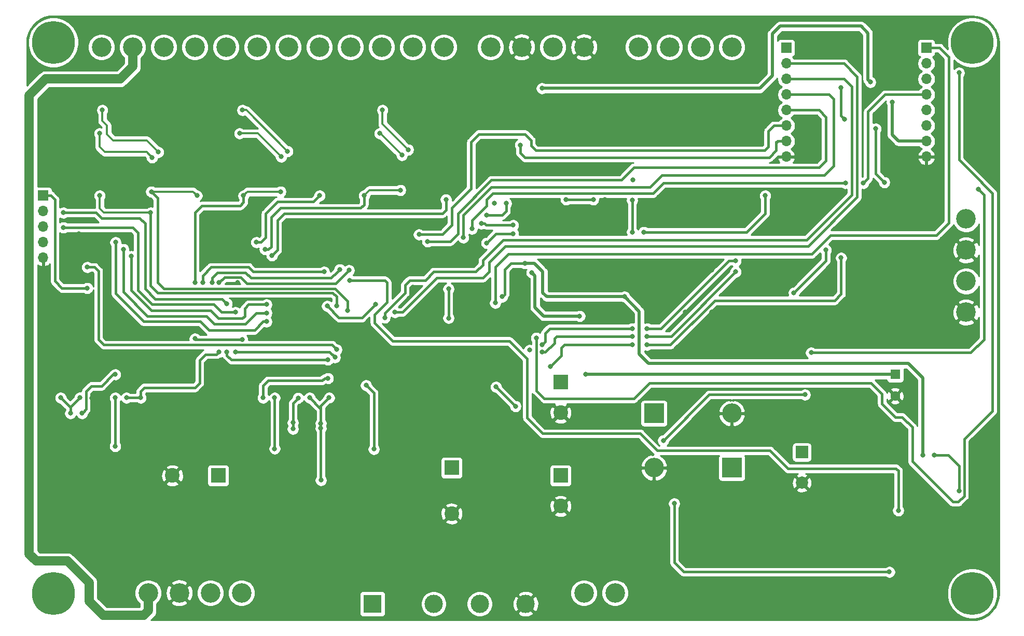
<source format=gbr>
G04 #@! TF.GenerationSoftware,KiCad,Pcbnew,(5.1.5)-3*
G04 #@! TF.CreationDate,2020-07-01T12:57:24+02:00*
G04 #@! TF.ProjectId,GarageDoorControl,47617261-6765-4446-9f6f-72436f6e7472,rev?*
G04 #@! TF.SameCoordinates,Original*
G04 #@! TF.FileFunction,Copper,L2,Bot*
G04 #@! TF.FilePolarity,Positive*
%FSLAX46Y46*%
G04 Gerber Fmt 4.6, Leading zero omitted, Abs format (unit mm)*
G04 Created by KiCad (PCBNEW (5.1.5)-3) date 2020-07-01 12:57:24*
%MOMM*%
%LPD*%
G04 APERTURE LIST*
%ADD10R,2.400000X2.400000*%
%ADD11C,2.400000*%
%ADD12R,1.600000X1.600000*%
%ADD13C,1.600000*%
%ADD14O,1.700000X1.700000*%
%ADD15R,1.700000X1.700000*%
%ADD16R,3.200000X3.200000*%
%ADD17O,3.200000X3.200000*%
%ADD18C,3.200000*%
%ADD19C,3.200001*%
%ADD20C,7.000000*%
%ADD21R,3.000000X3.000000*%
%ADD22C,3.000000*%
%ADD23R,2.000000X2.000000*%
%ADD24C,2.000000*%
%ADD25C,0.800000*%
%ADD26C,0.381000*%
%ADD27C,1.524000*%
%ADD28C,0.508000*%
%ADD29C,0.355600*%
%ADD30C,0.254000*%
G04 APERTURE END LIST*
D10*
X160020000Y-124460000D03*
D11*
X160020000Y-131960000D03*
D12*
X232410000Y-109220000D03*
D13*
X232410000Y-112720000D03*
D14*
X214630000Y-63500000D03*
X214630000Y-58420000D03*
X214630000Y-66040000D03*
X214630000Y-68580000D03*
X214630000Y-71120000D03*
D15*
X214630000Y-55880000D03*
D14*
X214630000Y-73660000D03*
X214630000Y-60960000D03*
X237490000Y-63500000D03*
X237490000Y-58420000D03*
X237490000Y-66040000D03*
X237490000Y-68580000D03*
X237490000Y-71120000D03*
D15*
X237490000Y-55880000D03*
D14*
X237490000Y-73660000D03*
X237490000Y-60960000D03*
D16*
X193040000Y-115570000D03*
D17*
X205740000Y-115570000D03*
D15*
X93345000Y-80010000D03*
D14*
X93345000Y-82550000D03*
X93345000Y-85090000D03*
X93345000Y-87630000D03*
X93345000Y-90170000D03*
D18*
X138430000Y-55753000D03*
X158750000Y-55753000D03*
X123190000Y-55753000D03*
X133350000Y-55753000D03*
X153670000Y-55753000D03*
X148590000Y-55753000D03*
X128270000Y-55753000D03*
X143510000Y-55753000D03*
D19*
X118110000Y-55753000D03*
X113030000Y-55753000D03*
X107950000Y-55753000D03*
X102870000Y-55753000D03*
D10*
X121920000Y-125730000D03*
D11*
X114420000Y-125730000D03*
D20*
X245000000Y-55000000D03*
X95000000Y-55000000D03*
X245000000Y-145000000D03*
X95000000Y-145000000D03*
D18*
X243967000Y-83820000D03*
X243967000Y-88900000D03*
X243967000Y-99060000D03*
X243967000Y-93980000D03*
X115570000Y-144907000D03*
X110490000Y-144907000D03*
X120650000Y-144907000D03*
X125730000Y-144907000D03*
X186690000Y-144907000D03*
X181610000Y-144907000D03*
X200660000Y-55753000D03*
X205740000Y-55753000D03*
X195580000Y-55753000D03*
X190500000Y-55753000D03*
D21*
X147085000Y-146685000D03*
D22*
X157085000Y-146685000D03*
X164585000Y-146685000D03*
X172085000Y-146685000D03*
D10*
X177800000Y-110490000D03*
D11*
X177800000Y-115490000D03*
D10*
X177800000Y-125730000D03*
D11*
X177800000Y-130730000D03*
D23*
X217170000Y-121920000D03*
D24*
X217170000Y-126920000D03*
D16*
X205740000Y-124460000D03*
D17*
X193040000Y-124460000D03*
D18*
X176530000Y-55753000D03*
X181610000Y-55753000D03*
X171450000Y-55753000D03*
X166370000Y-55753000D03*
D25*
X142494000Y-120904000D03*
X142494000Y-119888000D03*
X101600000Y-120904000D03*
X101600000Y-119888000D03*
X170180000Y-65532000D03*
X167640000Y-65532000D03*
X194564000Y-80010000D03*
X123571000Y-69850000D03*
X136271000Y-69850000D03*
X146304000Y-69850000D03*
X159385000Y-69977000D03*
X159131000Y-76200000D03*
X145796000Y-76200000D03*
X138430000Y-76200000D03*
X124206000Y-76200000D03*
X118364000Y-76200000D03*
X102616000Y-76200000D03*
X100584000Y-69850000D03*
X113538000Y-69850000D03*
X198120000Y-99060000D03*
X198120000Y-92202000D03*
X202438000Y-99060000D03*
X202438000Y-92202000D03*
X193802000Y-99060000D03*
X193802000Y-92202000D03*
X141986000Y-113030000D03*
X136906000Y-109220000D03*
X115570000Y-109220000D03*
X115570000Y-113030000D03*
X120396000Y-113030000D03*
X120396000Y-109220000D03*
X101219000Y-109093000D03*
X185547000Y-76200000D03*
X185039000Y-80645000D03*
X168910000Y-71755000D03*
X172339000Y-76200000D03*
X165481000Y-76200000D03*
X100330000Y-101727000D03*
X125095000Y-94234000D03*
X153670000Y-94996000D03*
X163830000Y-101854000D03*
X163957000Y-89535000D03*
X188214000Y-100330000D03*
X181864000Y-90805000D03*
X188214000Y-92710000D03*
X211074000Y-85725000D03*
X211074000Y-90805000D03*
X213995000Y-95885000D03*
X236474000Y-145796000D03*
X229870000Y-138176000D03*
X245110000Y-128016000D03*
X245110000Y-133017500D03*
X109855000Y-77597000D03*
X113030000Y-77597000D03*
X171450000Y-94312500D03*
X101306750Y-113069250D03*
X201168000Y-143002000D03*
X194818000Y-143002000D03*
X194818000Y-146304000D03*
X201168000Y-146304000D03*
X198120000Y-143002000D03*
X198120000Y-146304000D03*
X131445000Y-77597000D03*
X134620000Y-77470000D03*
X151130000Y-77597000D03*
X154305000Y-77597000D03*
X93980000Y-102235000D03*
X93980000Y-97790000D03*
X101600000Y-116840000D03*
X101600000Y-117856000D03*
X101600000Y-118872000D03*
X142475000Y-117113000D03*
X142475000Y-118129000D03*
X142475000Y-119005000D03*
X98044000Y-78740000D03*
X98044000Y-81280000D03*
X100076000Y-87122000D03*
X98044000Y-84074000D03*
X99187000Y-86233000D03*
X167005000Y-81280000D03*
X180910000Y-99695000D03*
X173101000Y-92583000D03*
X174752000Y-62484000D03*
X228346000Y-61468000D03*
X231902000Y-64770000D03*
X151892000Y-73406000D03*
X148257500Y-69850000D03*
X132207000Y-73660000D03*
X125397500Y-69850000D03*
X111125000Y-73787000D03*
X102537500Y-69850000D03*
X183134000Y-80645000D03*
X178689000Y-80645000D03*
X152908000Y-72517000D03*
X148720000Y-66040000D03*
X133223000Y-72771000D03*
X125860000Y-66040000D03*
X112141000Y-72898000D03*
X103000000Y-66040000D03*
X147320000Y-121412000D03*
X146050000Y-110998000D03*
X105107500Y-120952500D03*
X105107500Y-113030000D03*
X131127500Y-121348500D03*
X131112500Y-113030000D03*
X99695000Y-115570000D03*
X105107500Y-109220000D03*
X165735000Y-83185000D03*
X188214000Y-96520000D03*
X171958000Y-91059000D03*
X236885000Y-122428000D03*
X168910000Y-81280000D03*
X168275000Y-96520000D03*
X100535500Y-95123000D03*
X231442500Y-141478000D03*
X196342000Y-130302000D03*
X159512000Y-95250000D03*
X159512000Y-100008000D03*
X134112000Y-117094000D03*
X134112000Y-118110000D03*
X134952500Y-113078500D03*
X138684000Y-126492000D03*
X140007340Y-113022380D03*
X138665000Y-117189200D03*
X138665000Y-118027400D03*
X136827500Y-113030000D03*
X99314000Y-113030000D03*
X97790000Y-115570000D03*
X96187500Y-113030000D03*
X161925000Y-86868000D03*
X150749000Y-99060000D03*
X156083000Y-87503000D03*
X154686000Y-86360000D03*
X154686000Y-86360000D03*
X167259000Y-111252000D03*
X170434000Y-114427000D03*
X194564000Y-120015000D03*
X217678000Y-112522000D03*
X218694000Y-105664000D03*
X245999000Y-78994000D03*
X230632000Y-77851000D03*
X229235000Y-69088000D03*
X224155000Y-67564000D03*
X223520000Y-62357000D03*
X149098000Y-99949000D03*
X163322000Y-85426500D03*
X224282000Y-77978000D03*
X227203000Y-77978000D03*
X139700000Y-98044000D03*
X147574000Y-97790000D03*
X173863000Y-103251000D03*
X242824000Y-59944000D03*
X167132000Y-97536000D03*
X164846000Y-84582000D03*
X170053000Y-84836000D03*
X191389000Y-85979000D03*
X211201000Y-80010000D03*
X159082500Y-80645000D03*
X129794000Y-97790000D03*
X107696000Y-89916000D03*
X130683000Y-89789000D03*
X151638000Y-79121000D03*
X145717500Y-80010000D03*
X129794000Y-99187000D03*
X106426000Y-88773000D03*
X129540000Y-88773000D03*
X138460000Y-80010000D03*
X129794000Y-100584000D03*
X105156000Y-87630000D03*
X128143000Y-87630000D03*
X132080000Y-79375000D03*
X126032500Y-80010000D03*
X125857000Y-103549500D03*
X118110000Y-103378000D03*
X118110000Y-94234000D03*
X110998000Y-79375000D03*
X118442500Y-80010000D03*
X143002000Y-98806000D03*
X110871000Y-82804000D03*
X102567500Y-80010000D03*
X141224000Y-98044000D03*
X139827000Y-106807000D03*
X96647000Y-82804000D03*
X123317000Y-97663000D03*
X123317000Y-105537000D03*
X124714000Y-105537000D03*
X140970000Y-106426000D03*
X124714000Y-99060000D03*
X96647000Y-85217000D03*
X141224000Y-105156000D03*
X100535500Y-91694000D03*
X141732000Y-92075000D03*
X120904000Y-94234000D03*
X139827000Y-109855000D03*
X129237500Y-113030000D03*
X106934000Y-113030000D03*
X143256000Y-92202000D03*
X122047000Y-94234000D03*
X122047000Y-105537000D03*
X109250000Y-113030000D03*
X139192000Y-92456000D03*
X119380000Y-94234000D03*
X176149000Y-107950000D03*
X189484000Y-104394000D03*
X191897000Y-104394000D03*
X223585000Y-90170000D03*
X172720000Y-105238500D03*
X174752000Y-105537000D03*
X189484000Y-102997000D03*
X191897000Y-102997000D03*
X206375000Y-92456000D03*
X174752000Y-104394000D03*
X189484000Y-101727000D03*
X191897000Y-101727000D03*
X206375000Y-90678000D03*
X189484000Y-85979000D03*
X189484000Y-80772000D03*
X189562500Y-77470000D03*
X221107000Y-88900000D03*
X215870000Y-95885000D03*
X242824000Y-128270000D03*
X238760000Y-122428000D03*
X165735000Y-87757000D03*
X170053000Y-86233000D03*
X143383000Y-93853000D03*
X232918000Y-131445000D03*
X181864000Y-109220000D03*
X171210000Y-71730000D03*
D26*
X101600000Y-113362500D02*
X101306750Y-113069250D01*
X101600000Y-116840000D02*
X101600000Y-113362500D01*
X142475000Y-113519000D02*
X141986000Y-113030000D01*
X142475000Y-117113000D02*
X142475000Y-113519000D01*
X98044000Y-78740000D02*
X98044000Y-81026000D01*
X98044000Y-81026000D02*
X98044000Y-81280000D01*
D27*
X91041010Y-63644990D02*
X91041010Y-138539010D01*
X105918000Y-60960000D02*
X93726000Y-60960000D01*
X92202000Y-139700000D02*
X97282000Y-139700000D01*
X100838000Y-146304000D02*
X103124000Y-148590000D01*
X93726000Y-60960000D02*
X91041010Y-63644990D01*
X91041010Y-138539010D02*
X92202000Y-139700000D01*
X100838000Y-143256000D02*
X100838000Y-146304000D01*
X107950000Y-55753000D02*
X107950000Y-58928000D01*
X107950000Y-58928000D02*
X105918000Y-60960000D01*
X97282000Y-139700000D02*
X100838000Y-143256000D01*
X103124000Y-148590000D02*
X109728000Y-148590000D01*
X110490000Y-147828000D02*
X110490000Y-144907000D01*
X109728000Y-148590000D02*
X110490000Y-147828000D01*
D28*
X180910000Y-99695000D02*
X179832000Y-99695000D01*
X179832000Y-99695000D02*
X175006000Y-99695000D01*
X175006000Y-99695000D02*
X173609000Y-98298000D01*
X173609000Y-98298000D02*
X173609000Y-93091000D01*
X173609000Y-93091000D02*
X173101000Y-92583000D01*
X232918000Y-71120000D02*
X237490000Y-71120000D01*
X231902000Y-64770000D02*
X231902000Y-70104000D01*
X231902000Y-70104000D02*
X232918000Y-71120000D01*
X178308000Y-62484000D02*
X174752000Y-62484000D01*
X210312000Y-62484000D02*
X178308000Y-62484000D01*
X212344000Y-53594000D02*
X212344000Y-60452000D01*
X212344000Y-60452000D02*
X210312000Y-62484000D01*
X227946001Y-53448001D02*
X226822000Y-52324000D01*
X227946001Y-61068001D02*
X227946001Y-53448001D01*
X228346000Y-61468000D02*
X227946001Y-61068001D01*
X213614000Y-52324000D02*
X212344000Y-53594000D01*
X226822000Y-52324000D02*
X213614000Y-52324000D01*
D29*
X151892000Y-73406000D02*
X148336000Y-69850000D01*
X148336000Y-69850000D02*
X148257500Y-69850000D01*
X132207000Y-73660000D02*
X128397000Y-69850000D01*
X128397000Y-69850000D02*
X125397500Y-69850000D01*
X111125000Y-73787000D02*
X110236000Y-72898000D01*
X110236000Y-72898000D02*
X103378000Y-72898000D01*
X103378000Y-72898000D02*
X102537500Y-72057500D01*
X102537500Y-72057500D02*
X102537500Y-69850000D01*
D26*
X182568315Y-80645000D02*
X178689000Y-80645000D01*
X183134000Y-80645000D02*
X182568315Y-80645000D01*
D29*
X148717000Y-68326000D02*
X148717000Y-66043000D01*
X148717000Y-66043000D02*
X148720000Y-66040000D01*
X152908000Y-72517000D02*
X148717000Y-68326000D01*
X126492000Y-66040000D02*
X125860000Y-66040000D01*
X133223000Y-72771000D02*
X126492000Y-66040000D01*
X112141000Y-72898000D02*
X110236000Y-70993000D01*
X110236000Y-70993000D02*
X104775000Y-70993000D01*
X104775000Y-70993000D02*
X103759000Y-69977000D01*
X103759000Y-69977000D02*
X103759000Y-68580000D01*
X103759000Y-68580000D02*
X103000000Y-67821000D01*
X103000000Y-67821000D02*
X103000000Y-66040000D01*
D26*
X147320000Y-112268000D02*
X146050000Y-110998000D01*
X147320000Y-121412000D02*
X147320000Y-112268000D01*
X105107500Y-113730000D02*
X105107500Y-120952500D01*
X105107500Y-113030000D02*
X105107500Y-113730000D01*
X131112500Y-121333500D02*
X131127500Y-121348500D01*
X131112500Y-113030000D02*
X131112500Y-121333500D01*
X100094999Y-115132003D02*
X100094999Y-115170001D01*
X100330000Y-114897002D02*
X100094999Y-115132003D01*
X104775000Y-109220000D02*
X102870000Y-111125000D01*
X105107500Y-109220000D02*
X104775000Y-109220000D01*
X102870000Y-111125000D02*
X101219000Y-111125000D01*
X101219000Y-111125000D02*
X100330000Y-112014000D01*
X100094999Y-115170001D02*
X99695000Y-115570000D01*
X100330000Y-112014000D02*
X100330000Y-114897002D01*
D28*
X188214000Y-96520000D02*
X187648315Y-96520000D01*
X187648315Y-96520000D02*
X175514000Y-96520000D01*
X175514000Y-96520000D02*
X174879000Y-95885000D01*
X174879000Y-95885000D02*
X174879000Y-92456000D01*
X174879000Y-92456000D02*
X173482000Y-91059000D01*
X173482000Y-91059000D02*
X171958000Y-91059000D01*
X236885000Y-109758000D02*
X236885000Y-122428000D01*
X188214000Y-96520000D02*
X190627000Y-98933000D01*
X190627000Y-98933000D02*
X190627000Y-105918000D01*
X234569000Y-107442000D02*
X236885000Y-109758000D01*
X190627000Y-105918000D02*
X192151000Y-107442000D01*
X192151000Y-107442000D02*
X234569000Y-107442000D01*
D26*
X168674999Y-96120001D02*
X168674999Y-92056001D01*
X168275000Y-96520000D02*
X168674999Y-96120001D01*
X169672000Y-91059000D02*
X171958000Y-91059000D01*
X168674999Y-92056001D02*
X169672000Y-91059000D01*
X94576000Y-80010000D02*
X93345000Y-80010000D01*
X95250000Y-93980000D02*
X95250000Y-80684000D01*
X95250000Y-80684000D02*
X94576000Y-80010000D01*
X96393000Y-95123000D02*
X95250000Y-93980000D01*
X100535500Y-95123000D02*
X96393000Y-95123000D01*
X168910000Y-81280000D02*
X168910000Y-82550000D01*
X168275000Y-83185000D02*
X165735000Y-83185000D01*
X168910000Y-82550000D02*
X168275000Y-83185000D01*
X231442500Y-141478000D02*
X197866000Y-141478000D01*
X197866000Y-141478000D02*
X196342000Y-139954000D01*
X196342000Y-139954000D02*
X196342000Y-130302000D01*
X159512000Y-95250000D02*
X159512000Y-100008000D01*
X134112000Y-117094000D02*
X134112000Y-118110000D01*
X134112000Y-113919000D02*
X134952500Y-113078500D01*
X134112000Y-117094000D02*
X134112000Y-113919000D01*
X138665000Y-114867500D02*
X136827500Y-113030000D01*
X138665000Y-117189200D02*
X138665000Y-114867500D01*
X136835120Y-113022380D02*
X136827500Y-113030000D01*
X138665000Y-114364720D02*
X138665000Y-114867500D01*
X140007340Y-113022380D02*
X138665000Y-114364720D01*
X138665000Y-118027400D02*
X138665000Y-117189200D01*
X138665000Y-126473000D02*
X138684000Y-126492000D01*
X138665000Y-118027400D02*
X138665000Y-126473000D01*
X97790000Y-115570000D02*
X97790000Y-114632500D01*
X97790000Y-114632500D02*
X96187500Y-113030000D01*
X97790000Y-114554000D02*
X99314000Y-113030000D01*
X97790000Y-114632500D02*
X97790000Y-114554000D01*
X222377000Y-75184000D02*
X222377000Y-64262000D01*
X220853000Y-76708000D02*
X222377000Y-75184000D01*
X221615000Y-63500000D02*
X214630000Y-63500000D01*
X161925000Y-83185000D02*
X166497000Y-78613000D01*
X161925000Y-86868000D02*
X161925000Y-83185000D01*
X166497000Y-78613000D02*
X192405000Y-78613000D01*
X222377000Y-64262000D02*
X221615000Y-63500000D01*
X192405000Y-78613000D02*
X194310000Y-76708000D01*
X194310000Y-76708000D02*
X220853000Y-76708000D01*
X226187000Y-60579000D02*
X224028000Y-58420000D01*
X226187000Y-80264000D02*
X226187000Y-60579000D01*
X218186000Y-88265000D02*
X226187000Y-80264000D01*
X151998862Y-99060000D02*
X157586862Y-93472000D01*
X168783000Y-88265000D02*
X218186000Y-88265000D01*
X165100000Y-93472000D02*
X166116000Y-92456000D01*
X150749000Y-99060000D02*
X151998862Y-99060000D01*
X166116000Y-90932000D02*
X168783000Y-88265000D01*
X157586862Y-93472000D02*
X165100000Y-93472000D01*
X224028000Y-58420000D02*
X214630000Y-58420000D01*
X166116000Y-92456000D02*
X166116000Y-90932000D01*
X219964000Y-66040000D02*
X214630000Y-66040000D01*
X221107000Y-67183000D02*
X219964000Y-66040000D01*
X219964000Y-75438000D02*
X221107000Y-74295000D01*
X221107000Y-74295000D02*
X221107000Y-67183000D01*
X189738000Y-75438000D02*
X219964000Y-75438000D01*
X187706000Y-77470000D02*
X189738000Y-75438000D01*
X159766000Y-87503000D02*
X161036000Y-86233000D01*
X166497000Y-77470000D02*
X187706000Y-77470000D01*
X156083000Y-87503000D02*
X159766000Y-87503000D01*
X161036000Y-86233000D02*
X161036000Y-82931000D01*
X161036000Y-82931000D02*
X166497000Y-77470000D01*
X212598000Y-68580000D02*
X214630000Y-68580000D01*
X211709000Y-69469000D02*
X212598000Y-68580000D01*
X211709000Y-72009000D02*
X211709000Y-69469000D01*
X211074000Y-72644000D02*
X211709000Y-72009000D01*
X158496000Y-86360000D02*
X160020000Y-84836000D01*
X160020000Y-84836000D02*
X160020000Y-82042000D01*
X163195000Y-71247000D02*
X164465000Y-69977000D01*
X160020000Y-82042000D02*
X163195000Y-78867000D01*
X173736000Y-72644000D02*
X211074000Y-72644000D01*
X163195000Y-78867000D02*
X163195000Y-71247000D01*
X154686000Y-86360000D02*
X158496000Y-86360000D01*
X164465000Y-69977000D02*
X171958000Y-69977000D01*
X172974000Y-70993000D02*
X172974000Y-71882000D01*
X171958000Y-69977000D02*
X172974000Y-70993000D01*
X172974000Y-71882000D02*
X173736000Y-72644000D01*
X167259000Y-111252000D02*
X170434000Y-114427000D01*
X194564000Y-120015000D02*
X202057000Y-112522000D01*
X202057000Y-112522000D02*
X217678000Y-112522000D01*
X218694000Y-105664000D02*
X244729000Y-105664000D01*
X244729000Y-105664000D02*
X246888000Y-103505000D01*
X246888000Y-103505000D02*
X246888000Y-79883000D01*
X246888000Y-79883000D02*
X245999000Y-78994000D01*
X230632000Y-77851000D02*
X230232001Y-77451001D01*
X230232001Y-77451001D02*
X229235000Y-76454000D01*
X229235000Y-76454000D02*
X229235000Y-69088000D01*
X224155000Y-67564000D02*
X223520000Y-66929000D01*
X223520000Y-66929000D02*
X223520000Y-62357000D01*
X224028000Y-60960000D02*
X214630000Y-60960000D01*
X225298000Y-62230000D02*
X224028000Y-60960000D01*
X152400000Y-94615000D02*
X153162000Y-93853000D01*
X152400000Y-95885000D02*
X152400000Y-94615000D01*
X157099000Y-92456000D02*
X163957000Y-92456000D01*
X217932000Y-87249000D02*
X225298000Y-79883000D01*
X149098000Y-99949000D02*
X149098000Y-99187000D01*
X225298000Y-79883000D02*
X225298000Y-62230000D01*
X165100000Y-91313000D02*
X165100000Y-90551000D01*
X149098000Y-99187000D02*
X152400000Y-95885000D01*
X155702000Y-93853000D02*
X157099000Y-92456000D01*
X163957000Y-92456000D02*
X165100000Y-91313000D01*
X165100000Y-90551000D02*
X168402000Y-87249000D01*
X153162000Y-93853000D02*
X155702000Y-93853000D01*
X168402000Y-87249000D02*
X217932000Y-87249000D01*
X163322000Y-85426500D02*
X163322000Y-84860815D01*
X163322000Y-84860815D02*
X163322000Y-84074000D01*
X165735000Y-80645000D02*
X166751000Y-79629000D01*
X166751000Y-79629000D02*
X192913000Y-79629000D01*
X192913000Y-79629000D02*
X194564000Y-77978000D01*
X194564000Y-77978000D02*
X224282000Y-77978000D01*
X230759000Y-63500000D02*
X237490000Y-63500000D01*
X227203000Y-77978000D02*
X227965000Y-77216000D01*
X227965000Y-66294000D02*
X230759000Y-63500000D01*
X227965000Y-77216000D02*
X227965000Y-66294000D01*
X165735000Y-81661000D02*
X163322000Y-84074000D01*
X165735000Y-80645000D02*
X165735000Y-81661000D01*
X139700000Y-98044000D02*
X141605000Y-99949000D01*
X141605000Y-99949000D02*
X145415000Y-99949000D01*
X145415000Y-99949000D02*
X147574000Y-97790000D01*
X173863000Y-103251000D02*
X173863000Y-103816685D01*
X243668501Y-129076499D02*
X243668501Y-119805499D01*
X242697000Y-130048000D02*
X243668501Y-129076499D01*
X241808000Y-130048000D02*
X242697000Y-130048000D01*
X192278000Y-110617000D02*
X228473000Y-110617000D01*
X230251000Y-112395000D02*
X230251000Y-114046000D01*
X235204000Y-117856000D02*
X235204000Y-123444000D01*
X248285000Y-79629000D02*
X244856000Y-76200000D01*
X235204000Y-123444000D02*
X241808000Y-130048000D01*
X173863000Y-103251000D02*
X173863000Y-111887000D01*
X243668501Y-119805499D02*
X248285000Y-115189000D01*
X173863000Y-111887000D02*
X175133000Y-113157000D01*
X189738000Y-113157000D02*
X192278000Y-110617000D01*
X175133000Y-113157000D02*
X189738000Y-113157000D01*
X248285000Y-115189000D02*
X248285000Y-79629000D01*
X228473000Y-110617000D02*
X230251000Y-112395000D01*
X230251000Y-114046000D02*
X232410000Y-116205000D01*
X232410000Y-116205000D02*
X233553000Y-116205000D01*
X233553000Y-116205000D02*
X235204000Y-117856000D01*
X244856000Y-76200000D02*
X242824000Y-74168000D01*
X242824000Y-74168000D02*
X242824000Y-59944000D01*
X167132000Y-97536000D02*
X167132000Y-91694000D01*
X167132000Y-91694000D02*
X169291000Y-89535000D01*
X169291000Y-89535000D02*
X218821000Y-89535000D01*
X218821000Y-89535000D02*
X221869000Y-86487000D01*
X221869000Y-86487000D02*
X239141000Y-86487000D01*
X239141000Y-86487000D02*
X241173000Y-84455000D01*
X241173000Y-84455000D02*
X241173000Y-57404000D01*
X239649000Y-55880000D02*
X237490000Y-55880000D01*
X241173000Y-57404000D02*
X239649000Y-55880000D01*
X165411685Y-84582000D02*
X165665685Y-84836000D01*
X164846000Y-84582000D02*
X165411685Y-84582000D01*
X165665685Y-84836000D02*
X170053000Y-84836000D01*
X211201000Y-82931000D02*
X211201000Y-80010000D01*
X191389000Y-85979000D02*
X208153000Y-85979000D01*
X208153000Y-85979000D02*
X211201000Y-82931000D01*
X129794000Y-97790000D02*
X126873000Y-97790000D01*
X126873000Y-97790000D02*
X126238000Y-98425000D01*
X126238000Y-98425000D02*
X126238000Y-99695000D01*
X126238000Y-99695000D02*
X125857000Y-100076000D01*
X125857000Y-100076000D02*
X121920000Y-100076000D01*
X121920000Y-100076000D02*
X120650000Y-98806000D01*
X120650000Y-98806000D02*
X110998000Y-98806000D01*
X110998000Y-98806000D02*
X107696000Y-95504000D01*
X107696000Y-95504000D02*
X107696000Y-89916000D01*
X130683000Y-89789000D02*
X131572000Y-88900000D01*
X131572000Y-88900000D02*
X131572000Y-84074000D01*
X131572000Y-84074000D02*
X132715000Y-82931000D01*
X132715000Y-82931000D02*
X158496000Y-82931000D01*
X159082500Y-82344500D02*
X159082500Y-80645000D01*
X158496000Y-82931000D02*
X159082500Y-82344500D01*
D29*
X146606500Y-79121000D02*
X145717500Y-80010000D01*
X151638000Y-79121000D02*
X146606500Y-79121000D01*
D26*
X129794000Y-99187000D02*
X129228315Y-99187000D01*
X129228315Y-99187000D02*
X128143000Y-99187000D01*
X128143000Y-99187000D02*
X126365000Y-100965000D01*
X126365000Y-100965000D02*
X121285000Y-100965000D01*
X121285000Y-100965000D02*
X120015000Y-99695000D01*
X120015000Y-99695000D02*
X110363000Y-99695000D01*
X110363000Y-99695000D02*
X106426000Y-95758000D01*
X106426000Y-95758000D02*
X106426000Y-88773000D01*
X130105685Y-88773000D02*
X130556000Y-88322685D01*
X129540000Y-88773000D02*
X130105685Y-88773000D01*
X130556000Y-88322685D02*
X130556000Y-83566000D01*
X130556000Y-83566000D02*
X132080000Y-82042000D01*
X132080000Y-82042000D02*
X145161000Y-82042000D01*
X145717500Y-81485500D02*
X145717500Y-80010000D01*
X145161000Y-82042000D02*
X145717500Y-81485500D01*
X129228315Y-100584000D02*
X127831315Y-101981000D01*
X129794000Y-100584000D02*
X129228315Y-100584000D01*
X127831315Y-101981000D02*
X120396000Y-101981000D01*
X120396000Y-101981000D02*
X118999000Y-100584000D01*
X118999000Y-100584000D02*
X109728000Y-100584000D01*
X109728000Y-100584000D02*
X105156000Y-96012000D01*
X105156000Y-96012000D02*
X105156000Y-87630000D01*
X137444000Y-81026000D02*
X137974473Y-80495527D01*
X128143000Y-87630000D02*
X128905000Y-87630000D01*
X128905000Y-87630000D02*
X129667000Y-86868000D01*
X137974473Y-80495527D02*
X138460000Y-80010000D01*
X129667000Y-86868000D02*
X129667000Y-82931000D01*
X129667000Y-82931000D02*
X131572000Y-81026000D01*
X131572000Y-81026000D02*
X137444000Y-81026000D01*
D29*
X126667500Y-79375000D02*
X126032500Y-80010000D01*
X132080000Y-79375000D02*
X126667500Y-79375000D01*
D26*
X125857000Y-103549500D02*
X118281500Y-103549500D01*
X118281500Y-103549500D02*
X118110000Y-103378000D01*
X126032500Y-81104500D02*
X126032500Y-80010000D01*
X125476000Y-81661000D02*
X126032500Y-81104500D01*
X119253000Y-81661000D02*
X125476000Y-81661000D01*
X118110000Y-94234000D02*
X118110000Y-82804000D01*
X118110000Y-82804000D02*
X119253000Y-81661000D01*
D29*
X117807500Y-79375000D02*
X118442500Y-80010000D01*
X110998000Y-79375000D02*
X117807500Y-79375000D01*
D26*
X112014000Y-80391000D02*
X110998000Y-79375000D01*
X113030000Y-95250000D02*
X112014000Y-94234000D01*
X140970000Y-95250000D02*
X113030000Y-95250000D01*
X112014000Y-94234000D02*
X112014000Y-80391000D01*
X143002000Y-98806000D02*
X143002000Y-97282000D01*
X143002000Y-97282000D02*
X140970000Y-95250000D01*
D29*
X102567500Y-82120500D02*
X102567500Y-80010000D01*
X103251000Y-82804000D02*
X102567500Y-82120500D01*
X110871000Y-82804000D02*
X103251000Y-82804000D01*
D26*
X112014010Y-95885010D02*
X110871000Y-94742000D01*
X110871000Y-94742000D02*
X110871000Y-82804000D01*
X141224000Y-98044000D02*
X141224000Y-96520000D01*
X141224000Y-96520000D02*
X140589010Y-95885010D01*
X140589010Y-95885010D02*
X112014010Y-95885010D01*
X123317000Y-97663000D02*
X123317000Y-97663000D01*
X122555000Y-96901000D02*
X111633000Y-96901000D01*
X111633000Y-96901000D02*
X109982000Y-95250000D01*
X109982000Y-95250000D02*
X109982000Y-84582000D01*
X109982000Y-84582000D02*
X109093000Y-83693000D01*
X109093000Y-83693000D02*
X102870000Y-83693000D01*
X102870000Y-83693000D02*
X101981000Y-82804000D01*
X101981000Y-82804000D02*
X96647000Y-82804000D01*
X123317000Y-97663000D02*
X122555000Y-96901000D01*
X139261315Y-106807000D02*
X139827000Y-106807000D01*
X124021315Y-106807000D02*
X139261315Y-106807000D01*
X123317000Y-106102685D02*
X124021315Y-106807000D01*
X123317000Y-105537000D02*
X123317000Y-106102685D01*
X140081000Y-105537000D02*
X140970000Y-106426000D01*
X124714000Y-105537000D02*
X140081000Y-105537000D01*
X124714000Y-99060000D02*
X122428000Y-99060000D01*
X122428000Y-99060000D02*
X121158000Y-97790000D01*
X121158000Y-97790000D02*
X111125000Y-97790000D01*
X111125000Y-97790000D02*
X108839000Y-95504000D01*
X108839000Y-95504000D02*
X108839000Y-86106000D01*
X108839000Y-86106000D02*
X107950000Y-85217000D01*
X107950000Y-85217000D02*
X96647000Y-85217000D01*
X141224000Y-105156000D02*
X140462000Y-104394000D01*
X140462000Y-104394000D02*
X103251000Y-104394000D01*
X103251000Y-104394000D02*
X102362000Y-103505000D01*
X102362000Y-103505000D02*
X102362000Y-92329000D01*
X102362000Y-92329000D02*
X101727000Y-91694000D01*
X101727000Y-91694000D02*
X100535500Y-91694000D01*
X141732000Y-92075000D02*
X141332001Y-92474999D01*
X141332001Y-92474999D02*
X140335000Y-93472000D01*
X140335000Y-93472000D02*
X127254000Y-93472000D01*
X127254000Y-93472000D02*
X126365000Y-92583000D01*
X126365000Y-92583000D02*
X123444000Y-92583000D01*
X123444000Y-92583000D02*
X121793000Y-92583000D01*
X121793000Y-92583000D02*
X120904000Y-93472000D01*
X120904000Y-93472000D02*
X120904000Y-94234000D01*
X139261315Y-109855000D02*
X138880315Y-110236000D01*
X139827000Y-109855000D02*
X139261315Y-109855000D01*
X138880315Y-110236000D02*
X130048000Y-110236000D01*
X129237500Y-111046500D02*
X129237500Y-113030000D01*
X130048000Y-110236000D02*
X129237500Y-111046500D01*
X143256000Y-92202000D02*
X142856001Y-92601999D01*
X142856001Y-92601999D02*
X141097000Y-94361000D01*
X141097000Y-94361000D02*
X126619000Y-94361000D01*
X126619000Y-94361000D02*
X125603000Y-93345000D01*
X125603000Y-93345000D02*
X122936000Y-93345000D01*
X122936000Y-93345000D02*
X122047000Y-94234000D01*
X121647001Y-105936999D02*
X119869001Y-105936999D01*
X122047000Y-105537000D02*
X121647001Y-105936999D01*
X119869001Y-105936999D02*
X118872000Y-106934000D01*
X118872000Y-106934000D02*
X118872000Y-110617000D01*
X118872000Y-110617000D02*
X118110000Y-111379000D01*
X118110000Y-111379000D02*
X109855000Y-111379000D01*
X109855000Y-111379000D02*
X109250000Y-111984000D01*
X109250000Y-111984000D02*
X109250000Y-113030000D01*
X109250000Y-113030000D02*
X106934000Y-113030000D01*
X139192000Y-92456000D02*
X138626315Y-92456000D01*
X138626315Y-92456000D02*
X127635000Y-92456000D01*
X127635000Y-92456000D02*
X126873000Y-91694000D01*
X126873000Y-91694000D02*
X120777000Y-91694000D01*
X120777000Y-91694000D02*
X119380000Y-93091000D01*
X119380000Y-93091000D02*
X119380000Y-94234000D01*
X176149000Y-107950000D02*
X177927000Y-106172000D01*
X177927000Y-106172000D02*
X177927000Y-104902000D01*
X177927000Y-104902000D02*
X178435000Y-104394000D01*
X178435000Y-104394000D02*
X189484000Y-104394000D01*
X191897000Y-104394000D02*
X195707000Y-104394000D01*
X202946000Y-97155000D02*
X222504000Y-97155000D01*
X195707000Y-104394000D02*
X202946000Y-97155000D01*
X222504000Y-97155000D02*
X223585000Y-96074000D01*
X223585000Y-96074000D02*
X223585000Y-90170000D01*
X175317685Y-105537000D02*
X176784000Y-104070685D01*
X174752000Y-105537000D02*
X175317685Y-105537000D01*
X176784000Y-104070685D02*
X176784000Y-103378000D01*
X176784000Y-103378000D02*
X177165000Y-102997000D01*
X177165000Y-102997000D02*
X189484000Y-102997000D01*
X191897000Y-102997000D02*
X195834000Y-102997000D01*
X195834000Y-102997000D02*
X206375000Y-92456000D01*
X174752000Y-104394000D02*
X175260000Y-103886000D01*
X175260000Y-103886000D02*
X175260000Y-102489000D01*
X175260000Y-102489000D02*
X176022000Y-101727000D01*
X176022000Y-101727000D02*
X189484000Y-101727000D01*
X205252138Y-90678000D02*
X206375000Y-90678000D01*
X191897000Y-101727000D02*
X194203138Y-101727000D01*
X194203138Y-101727000D02*
X205252138Y-90678000D01*
X189484000Y-85979000D02*
X189484000Y-80772000D01*
X221107000Y-88900000D02*
X221107000Y-90648000D01*
X221107000Y-90648000D02*
X215870000Y-95885000D01*
X242824000Y-128270000D02*
X242824000Y-124206000D01*
X242824000Y-124206000D02*
X241046000Y-122428000D01*
X241046000Y-122428000D02*
X238760000Y-122428000D01*
X165735000Y-87757000D02*
X167259000Y-86233000D01*
X167259000Y-86233000D02*
X170053000Y-86233000D01*
X143383000Y-93853000D02*
X149098000Y-93853000D01*
X149098000Y-93853000D02*
X149479000Y-94234000D01*
X149479000Y-94234000D02*
X149479000Y-97134862D01*
X149479000Y-97134862D02*
X149479000Y-97409000D01*
X149479000Y-97409000D02*
X147447000Y-99441000D01*
X147447000Y-99441000D02*
X147447000Y-100838000D01*
X147447000Y-100838000D02*
X150368000Y-103759000D01*
X150368000Y-103759000D02*
X169418000Y-103759000D01*
X169418000Y-103759000D02*
X172339000Y-106680000D01*
X172339000Y-106680000D02*
X172339000Y-116332000D01*
X172339000Y-116332000D02*
X173863000Y-117856000D01*
X173863000Y-117856000D02*
X174879000Y-118872000D01*
X174879000Y-118872000D02*
X190754000Y-118872000D01*
X190754000Y-118872000D02*
X193548000Y-121666000D01*
X193548000Y-121666000D02*
X211963000Y-121666000D01*
X211963000Y-121666000D02*
X214884000Y-124587000D01*
X214884000Y-124587000D02*
X232537000Y-124587000D01*
X232537000Y-124587000D02*
X232918000Y-124968000D01*
X232918000Y-124968000D02*
X232918000Y-131445000D01*
D28*
X232410000Y-109220000D02*
X181864000Y-109220000D01*
X181864000Y-109220000D02*
X181864000Y-109220000D01*
D26*
X171210000Y-73039000D02*
X171210000Y-71730000D01*
X171958000Y-73787000D02*
X171210000Y-73039000D01*
X212979000Y-72644000D02*
X211836000Y-73787000D01*
X213106000Y-71247000D02*
X212979000Y-71247000D01*
X211836000Y-73787000D02*
X171958000Y-73787000D01*
X214630000Y-71120000D02*
X213233000Y-71120000D01*
X213233000Y-71120000D02*
X213106000Y-71247000D01*
X212979000Y-71247000D02*
X212979000Y-72644000D01*
D30*
G36*
X245768083Y-50731173D02*
G01*
X246511891Y-50934656D01*
X247207905Y-51266638D01*
X247834130Y-51716626D01*
X248370777Y-52270403D01*
X248800871Y-52910451D01*
X249110829Y-53616553D01*
X249292065Y-54371457D01*
X249340001Y-55024220D01*
X249340000Y-144970608D01*
X249268827Y-145768083D01*
X249065344Y-146511890D01*
X248733363Y-147207904D01*
X248283374Y-147834130D01*
X247729597Y-148370777D01*
X247089549Y-148800871D01*
X246383447Y-149110829D01*
X245628543Y-149292065D01*
X244975793Y-149340000D01*
X110953655Y-149340000D01*
X111429296Y-148864359D01*
X111482607Y-148820608D01*
X111657183Y-148607887D01*
X111746247Y-148441259D01*
X111786904Y-148365196D01*
X111866786Y-148101860D01*
X111893759Y-147828000D01*
X111887000Y-147759375D01*
X111887000Y-146661566D01*
X111914729Y-146643038D01*
X112087922Y-146469845D01*
X114186761Y-146469845D01*
X114354802Y-146795643D01*
X114746607Y-146996426D01*
X115170055Y-147116914D01*
X115608873Y-147152476D01*
X116046197Y-147101746D01*
X116465221Y-146966674D01*
X116785198Y-146795643D01*
X116953239Y-146469845D01*
X115570000Y-145086605D01*
X114186761Y-146469845D01*
X112087922Y-146469845D01*
X112226038Y-146331729D01*
X112470631Y-145965669D01*
X112639110Y-145558925D01*
X112725000Y-145127128D01*
X112725000Y-144945873D01*
X113324524Y-144945873D01*
X113375254Y-145383197D01*
X113510326Y-145802221D01*
X113681357Y-146122198D01*
X114007155Y-146290239D01*
X115390395Y-144907000D01*
X115749605Y-144907000D01*
X117132845Y-146290239D01*
X117458643Y-146122198D01*
X117659426Y-145730393D01*
X117779914Y-145306945D01*
X117815476Y-144868127D01*
X117794451Y-144686872D01*
X118415000Y-144686872D01*
X118415000Y-145127128D01*
X118500890Y-145558925D01*
X118669369Y-145965669D01*
X118913962Y-146331729D01*
X119225271Y-146643038D01*
X119591331Y-146887631D01*
X119998075Y-147056110D01*
X120429872Y-147142000D01*
X120870128Y-147142000D01*
X121301925Y-147056110D01*
X121708669Y-146887631D01*
X122074729Y-146643038D01*
X122386038Y-146331729D01*
X122630631Y-145965669D01*
X122799110Y-145558925D01*
X122885000Y-145127128D01*
X122885000Y-144686872D01*
X123495000Y-144686872D01*
X123495000Y-145127128D01*
X123580890Y-145558925D01*
X123749369Y-145965669D01*
X123993962Y-146331729D01*
X124305271Y-146643038D01*
X124671331Y-146887631D01*
X125078075Y-147056110D01*
X125509872Y-147142000D01*
X125950128Y-147142000D01*
X126381925Y-147056110D01*
X126788669Y-146887631D01*
X127154729Y-146643038D01*
X127466038Y-146331729D01*
X127710631Y-145965669D01*
X127879110Y-145558925D01*
X127953488Y-145185000D01*
X144946928Y-145185000D01*
X144946928Y-148185000D01*
X144959188Y-148309482D01*
X144995498Y-148429180D01*
X145054463Y-148539494D01*
X145133815Y-148636185D01*
X145230506Y-148715537D01*
X145340820Y-148774502D01*
X145460518Y-148810812D01*
X145585000Y-148823072D01*
X148585000Y-148823072D01*
X148709482Y-148810812D01*
X148829180Y-148774502D01*
X148939494Y-148715537D01*
X149036185Y-148636185D01*
X149115537Y-148539494D01*
X149174502Y-148429180D01*
X149210812Y-148309482D01*
X149223072Y-148185000D01*
X149223072Y-146474721D01*
X154950000Y-146474721D01*
X154950000Y-146895279D01*
X155032047Y-147307756D01*
X155192988Y-147696302D01*
X155426637Y-148045983D01*
X155724017Y-148343363D01*
X156073698Y-148577012D01*
X156462244Y-148737953D01*
X156874721Y-148820000D01*
X157295279Y-148820000D01*
X157707756Y-148737953D01*
X158096302Y-148577012D01*
X158445983Y-148343363D01*
X158743363Y-148045983D01*
X158977012Y-147696302D01*
X159137953Y-147307756D01*
X159220000Y-146895279D01*
X159220000Y-146474721D01*
X162450000Y-146474721D01*
X162450000Y-146895279D01*
X162532047Y-147307756D01*
X162692988Y-147696302D01*
X162926637Y-148045983D01*
X163224017Y-148343363D01*
X163573698Y-148577012D01*
X163962244Y-148737953D01*
X164374721Y-148820000D01*
X164795279Y-148820000D01*
X165207756Y-148737953D01*
X165596302Y-148577012D01*
X165945983Y-148343363D01*
X166112693Y-148176653D01*
X170772952Y-148176653D01*
X170928962Y-148492214D01*
X171303745Y-148683020D01*
X171708551Y-148797044D01*
X172127824Y-148829902D01*
X172545451Y-148780334D01*
X172945383Y-148650243D01*
X173241038Y-148492214D01*
X173397048Y-148176653D01*
X172085000Y-146864605D01*
X170772952Y-148176653D01*
X166112693Y-148176653D01*
X166243363Y-148045983D01*
X166477012Y-147696302D01*
X166637953Y-147307756D01*
X166720000Y-146895279D01*
X166720000Y-146727824D01*
X169940098Y-146727824D01*
X169989666Y-147145451D01*
X170119757Y-147545383D01*
X170277786Y-147841038D01*
X170593347Y-147997048D01*
X171905395Y-146685000D01*
X172264605Y-146685000D01*
X173576653Y-147997048D01*
X173892214Y-147841038D01*
X174083020Y-147466255D01*
X174197044Y-147061449D01*
X174229902Y-146642176D01*
X174180334Y-146224549D01*
X174050243Y-145824617D01*
X173892214Y-145528962D01*
X173576653Y-145372952D01*
X172264605Y-146685000D01*
X171905395Y-146685000D01*
X170593347Y-145372952D01*
X170277786Y-145528962D01*
X170086980Y-145903745D01*
X169972956Y-146308551D01*
X169940098Y-146727824D01*
X166720000Y-146727824D01*
X166720000Y-146474721D01*
X166637953Y-146062244D01*
X166477012Y-145673698D01*
X166243363Y-145324017D01*
X166112693Y-145193347D01*
X170772952Y-145193347D01*
X172085000Y-146505395D01*
X173397048Y-145193347D01*
X173241038Y-144877786D01*
X172866255Y-144686980D01*
X172865872Y-144686872D01*
X179375000Y-144686872D01*
X179375000Y-145127128D01*
X179460890Y-145558925D01*
X179629369Y-145965669D01*
X179873962Y-146331729D01*
X180185271Y-146643038D01*
X180551331Y-146887631D01*
X180958075Y-147056110D01*
X181389872Y-147142000D01*
X181830128Y-147142000D01*
X182261925Y-147056110D01*
X182668669Y-146887631D01*
X183034729Y-146643038D01*
X183346038Y-146331729D01*
X183590631Y-145965669D01*
X183759110Y-145558925D01*
X183845000Y-145127128D01*
X183845000Y-144686872D01*
X184455000Y-144686872D01*
X184455000Y-145127128D01*
X184540890Y-145558925D01*
X184709369Y-145965669D01*
X184953962Y-146331729D01*
X185265271Y-146643038D01*
X185631331Y-146887631D01*
X186038075Y-147056110D01*
X186469872Y-147142000D01*
X186910128Y-147142000D01*
X187341925Y-147056110D01*
X187748669Y-146887631D01*
X188114729Y-146643038D01*
X188426038Y-146331729D01*
X188670631Y-145965669D01*
X188839110Y-145558925D01*
X188925000Y-145127128D01*
X188925000Y-144686872D01*
X188906276Y-144592738D01*
X240865000Y-144592738D01*
X240865000Y-145407262D01*
X241023906Y-146206135D01*
X241335611Y-146958657D01*
X241788136Y-147635909D01*
X242364091Y-148211864D01*
X243041343Y-148664389D01*
X243793865Y-148976094D01*
X244592738Y-149135000D01*
X245407262Y-149135000D01*
X246206135Y-148976094D01*
X246958657Y-148664389D01*
X247635909Y-148211864D01*
X248211864Y-147635909D01*
X248664389Y-146958657D01*
X248976094Y-146206135D01*
X249135000Y-145407262D01*
X249135000Y-144592738D01*
X248976094Y-143793865D01*
X248664389Y-143041343D01*
X248211864Y-142364091D01*
X247635909Y-141788136D01*
X246958657Y-141335611D01*
X246206135Y-141023906D01*
X245407262Y-140865000D01*
X244592738Y-140865000D01*
X243793865Y-141023906D01*
X243041343Y-141335611D01*
X242364091Y-141788136D01*
X241788136Y-142364091D01*
X241335611Y-143041343D01*
X241023906Y-143793865D01*
X240865000Y-144592738D01*
X188906276Y-144592738D01*
X188839110Y-144255075D01*
X188670631Y-143848331D01*
X188426038Y-143482271D01*
X188114729Y-143170962D01*
X187748669Y-142926369D01*
X187341925Y-142757890D01*
X186910128Y-142672000D01*
X186469872Y-142672000D01*
X186038075Y-142757890D01*
X185631331Y-142926369D01*
X185265271Y-143170962D01*
X184953962Y-143482271D01*
X184709369Y-143848331D01*
X184540890Y-144255075D01*
X184455000Y-144686872D01*
X183845000Y-144686872D01*
X183759110Y-144255075D01*
X183590631Y-143848331D01*
X183346038Y-143482271D01*
X183034729Y-143170962D01*
X182668669Y-142926369D01*
X182261925Y-142757890D01*
X181830128Y-142672000D01*
X181389872Y-142672000D01*
X180958075Y-142757890D01*
X180551331Y-142926369D01*
X180185271Y-143170962D01*
X179873962Y-143482271D01*
X179629369Y-143848331D01*
X179460890Y-144255075D01*
X179375000Y-144686872D01*
X172865872Y-144686872D01*
X172461449Y-144572956D01*
X172042176Y-144540098D01*
X171624549Y-144589666D01*
X171224617Y-144719757D01*
X170928962Y-144877786D01*
X170772952Y-145193347D01*
X166112693Y-145193347D01*
X165945983Y-145026637D01*
X165596302Y-144792988D01*
X165207756Y-144632047D01*
X164795279Y-144550000D01*
X164374721Y-144550000D01*
X163962244Y-144632047D01*
X163573698Y-144792988D01*
X163224017Y-145026637D01*
X162926637Y-145324017D01*
X162692988Y-145673698D01*
X162532047Y-146062244D01*
X162450000Y-146474721D01*
X159220000Y-146474721D01*
X159137953Y-146062244D01*
X158977012Y-145673698D01*
X158743363Y-145324017D01*
X158445983Y-145026637D01*
X158096302Y-144792988D01*
X157707756Y-144632047D01*
X157295279Y-144550000D01*
X156874721Y-144550000D01*
X156462244Y-144632047D01*
X156073698Y-144792988D01*
X155724017Y-145026637D01*
X155426637Y-145324017D01*
X155192988Y-145673698D01*
X155032047Y-146062244D01*
X154950000Y-146474721D01*
X149223072Y-146474721D01*
X149223072Y-145185000D01*
X149210812Y-145060518D01*
X149174502Y-144940820D01*
X149115537Y-144830506D01*
X149036185Y-144733815D01*
X148939494Y-144654463D01*
X148829180Y-144595498D01*
X148709482Y-144559188D01*
X148585000Y-144546928D01*
X145585000Y-144546928D01*
X145460518Y-144559188D01*
X145340820Y-144595498D01*
X145230506Y-144654463D01*
X145133815Y-144733815D01*
X145054463Y-144830506D01*
X144995498Y-144940820D01*
X144959188Y-145060518D01*
X144946928Y-145185000D01*
X127953488Y-145185000D01*
X127965000Y-145127128D01*
X127965000Y-144686872D01*
X127879110Y-144255075D01*
X127710631Y-143848331D01*
X127466038Y-143482271D01*
X127154729Y-143170962D01*
X126788669Y-142926369D01*
X126381925Y-142757890D01*
X125950128Y-142672000D01*
X125509872Y-142672000D01*
X125078075Y-142757890D01*
X124671331Y-142926369D01*
X124305271Y-143170962D01*
X123993962Y-143482271D01*
X123749369Y-143848331D01*
X123580890Y-144255075D01*
X123495000Y-144686872D01*
X122885000Y-144686872D01*
X122799110Y-144255075D01*
X122630631Y-143848331D01*
X122386038Y-143482271D01*
X122074729Y-143170962D01*
X121708669Y-142926369D01*
X121301925Y-142757890D01*
X120870128Y-142672000D01*
X120429872Y-142672000D01*
X119998075Y-142757890D01*
X119591331Y-142926369D01*
X119225271Y-143170962D01*
X118913962Y-143482271D01*
X118669369Y-143848331D01*
X118500890Y-144255075D01*
X118415000Y-144686872D01*
X117794451Y-144686872D01*
X117764746Y-144430803D01*
X117629674Y-144011779D01*
X117458643Y-143691802D01*
X117132845Y-143523761D01*
X115749605Y-144907000D01*
X115390395Y-144907000D01*
X114007155Y-143523761D01*
X113681357Y-143691802D01*
X113480574Y-144083607D01*
X113360086Y-144507055D01*
X113324524Y-144945873D01*
X112725000Y-144945873D01*
X112725000Y-144686872D01*
X112639110Y-144255075D01*
X112470631Y-143848331D01*
X112226038Y-143482271D01*
X112087922Y-143344155D01*
X114186761Y-143344155D01*
X115570000Y-144727395D01*
X116953239Y-143344155D01*
X116785198Y-143018357D01*
X116393393Y-142817574D01*
X115969945Y-142697086D01*
X115531127Y-142661524D01*
X115093803Y-142712254D01*
X114674779Y-142847326D01*
X114354802Y-143018357D01*
X114186761Y-143344155D01*
X112087922Y-143344155D01*
X111914729Y-143170962D01*
X111548669Y-142926369D01*
X111141925Y-142757890D01*
X110710128Y-142672000D01*
X110269872Y-142672000D01*
X109838075Y-142757890D01*
X109431331Y-142926369D01*
X109065271Y-143170962D01*
X108753962Y-143482271D01*
X108509369Y-143848331D01*
X108340890Y-144255075D01*
X108255000Y-144686872D01*
X108255000Y-145127128D01*
X108340890Y-145558925D01*
X108509369Y-145965669D01*
X108753962Y-146331729D01*
X109065271Y-146643038D01*
X109093000Y-146661566D01*
X109093000Y-147193000D01*
X103702657Y-147193000D01*
X102235000Y-145725345D01*
X102235000Y-143324624D01*
X102241759Y-143255999D01*
X102214786Y-142982140D01*
X102197868Y-142926369D01*
X102134904Y-142718805D01*
X102005183Y-142476113D01*
X101830607Y-142263392D01*
X101777307Y-142219650D01*
X98318364Y-138760709D01*
X98274608Y-138707392D01*
X98061887Y-138532817D01*
X97819195Y-138403096D01*
X97555860Y-138323214D01*
X97350625Y-138303000D01*
X97282000Y-138296241D01*
X97213375Y-138303000D01*
X92780656Y-138303000D01*
X92438010Y-137960355D01*
X92438010Y-133237980D01*
X158921626Y-133237980D01*
X159041514Y-133522836D01*
X159365210Y-133683699D01*
X159714069Y-133778322D01*
X160074684Y-133803067D01*
X160433198Y-133756985D01*
X160775833Y-133641846D01*
X160998486Y-133522836D01*
X161118374Y-133237980D01*
X160020000Y-132139605D01*
X158921626Y-133237980D01*
X92438010Y-133237980D01*
X92438010Y-132014684D01*
X158176933Y-132014684D01*
X158223015Y-132373198D01*
X158338154Y-132715833D01*
X158457164Y-132938486D01*
X158742020Y-133058374D01*
X159840395Y-131960000D01*
X160199605Y-131960000D01*
X161297980Y-133058374D01*
X161582836Y-132938486D01*
X161743699Y-132614790D01*
X161838322Y-132265931D01*
X161856022Y-132007980D01*
X176701626Y-132007980D01*
X176821514Y-132292836D01*
X177145210Y-132453699D01*
X177494069Y-132548322D01*
X177854684Y-132573067D01*
X178213198Y-132526985D01*
X178555833Y-132411846D01*
X178778486Y-132292836D01*
X178898374Y-132007980D01*
X177800000Y-130909605D01*
X176701626Y-132007980D01*
X161856022Y-132007980D01*
X161863067Y-131905316D01*
X161816985Y-131546802D01*
X161701846Y-131204167D01*
X161582836Y-130981514D01*
X161297980Y-130861626D01*
X160199605Y-131960000D01*
X159840395Y-131960000D01*
X158742020Y-130861626D01*
X158457164Y-130981514D01*
X158296301Y-131305210D01*
X158201678Y-131654069D01*
X158176933Y-132014684D01*
X92438010Y-132014684D01*
X92438010Y-130682020D01*
X158921626Y-130682020D01*
X160020000Y-131780395D01*
X161015710Y-130784684D01*
X175956933Y-130784684D01*
X176003015Y-131143198D01*
X176118154Y-131485833D01*
X176237164Y-131708486D01*
X176522020Y-131828374D01*
X177620395Y-130730000D01*
X177979605Y-130730000D01*
X179077980Y-131828374D01*
X179362836Y-131708486D01*
X179523699Y-131384790D01*
X179618322Y-131035931D01*
X179643067Y-130675316D01*
X179596985Y-130316802D01*
X179557756Y-130200061D01*
X195307000Y-130200061D01*
X195307000Y-130403939D01*
X195346774Y-130603898D01*
X195424795Y-130792256D01*
X195516501Y-130929504D01*
X195516500Y-139913450D01*
X195512506Y-139954000D01*
X195516500Y-139994550D01*
X195516500Y-139994552D01*
X195528444Y-140115825D01*
X195565261Y-140237195D01*
X195575647Y-140271433D01*
X195652301Y-140414842D01*
X195675410Y-140443000D01*
X195755459Y-140540541D01*
X195786966Y-140566398D01*
X197253606Y-142033039D01*
X197279459Y-142064541D01*
X197349033Y-142121639D01*
X197405156Y-142167698D01*
X197405158Y-142167699D01*
X197548566Y-142244353D01*
X197704174Y-142291556D01*
X197825447Y-142303500D01*
X197825456Y-142303500D01*
X197865999Y-142307493D01*
X197906542Y-142303500D01*
X230814997Y-142303500D01*
X230952244Y-142395205D01*
X231140602Y-142473226D01*
X231340561Y-142513000D01*
X231544439Y-142513000D01*
X231744398Y-142473226D01*
X231932756Y-142395205D01*
X232102274Y-142281937D01*
X232246437Y-142137774D01*
X232359705Y-141968256D01*
X232437726Y-141779898D01*
X232477500Y-141579939D01*
X232477500Y-141376061D01*
X232437726Y-141176102D01*
X232359705Y-140987744D01*
X232246437Y-140818226D01*
X232102274Y-140674063D01*
X231932756Y-140560795D01*
X231744398Y-140482774D01*
X231544439Y-140443000D01*
X231340561Y-140443000D01*
X231140602Y-140482774D01*
X230952244Y-140560795D01*
X230814997Y-140652500D01*
X198207933Y-140652500D01*
X197167500Y-139612068D01*
X197167500Y-130929503D01*
X197259205Y-130792256D01*
X197337226Y-130603898D01*
X197377000Y-130403939D01*
X197377000Y-130200061D01*
X197337226Y-130000102D01*
X197259205Y-129811744D01*
X197145937Y-129642226D01*
X197001774Y-129498063D01*
X196832256Y-129384795D01*
X196643898Y-129306774D01*
X196443939Y-129267000D01*
X196240061Y-129267000D01*
X196040102Y-129306774D01*
X195851744Y-129384795D01*
X195682226Y-129498063D01*
X195538063Y-129642226D01*
X195424795Y-129811744D01*
X195346774Y-130000102D01*
X195307000Y-130200061D01*
X179557756Y-130200061D01*
X179481846Y-129974167D01*
X179362836Y-129751514D01*
X179077980Y-129631626D01*
X177979605Y-130730000D01*
X177620395Y-130730000D01*
X176522020Y-129631626D01*
X176237164Y-129751514D01*
X176076301Y-130075210D01*
X175981678Y-130424069D01*
X175956933Y-130784684D01*
X161015710Y-130784684D01*
X161118374Y-130682020D01*
X160998486Y-130397164D01*
X160674790Y-130236301D01*
X160325931Y-130141678D01*
X159965316Y-130116933D01*
X159606802Y-130163015D01*
X159264167Y-130278154D01*
X159041514Y-130397164D01*
X158921626Y-130682020D01*
X92438010Y-130682020D01*
X92438010Y-129452020D01*
X176701626Y-129452020D01*
X177800000Y-130550395D01*
X178898374Y-129452020D01*
X178778486Y-129167164D01*
X178454790Y-129006301D01*
X178105931Y-128911678D01*
X177745316Y-128886933D01*
X177386802Y-128933015D01*
X177044167Y-129048154D01*
X176821514Y-129167164D01*
X176701626Y-129452020D01*
X92438010Y-129452020D01*
X92438010Y-128055413D01*
X216214192Y-128055413D01*
X216309956Y-128319814D01*
X216599571Y-128460704D01*
X216911108Y-128542384D01*
X217232595Y-128561718D01*
X217551675Y-128517961D01*
X217856088Y-128412795D01*
X218030044Y-128319814D01*
X218125808Y-128055413D01*
X217170000Y-127099605D01*
X216214192Y-128055413D01*
X92438010Y-128055413D01*
X92438010Y-127007980D01*
X113321626Y-127007980D01*
X113441514Y-127292836D01*
X113765210Y-127453699D01*
X114114069Y-127548322D01*
X114474684Y-127573067D01*
X114833198Y-127526985D01*
X115175833Y-127411846D01*
X115398486Y-127292836D01*
X115518374Y-127007980D01*
X114420000Y-125909605D01*
X113321626Y-127007980D01*
X92438010Y-127007980D01*
X92438010Y-125784684D01*
X112576933Y-125784684D01*
X112623015Y-126143198D01*
X112738154Y-126485833D01*
X112857164Y-126708486D01*
X113142020Y-126828374D01*
X114240395Y-125730000D01*
X114599605Y-125730000D01*
X115697980Y-126828374D01*
X115982836Y-126708486D01*
X116143699Y-126384790D01*
X116238322Y-126035931D01*
X116263067Y-125675316D01*
X116216985Y-125316802D01*
X116101846Y-124974167D01*
X115982836Y-124751514D01*
X115697980Y-124631626D01*
X114599605Y-125730000D01*
X114240395Y-125730000D01*
X113142020Y-124631626D01*
X112857164Y-124751514D01*
X112696301Y-125075210D01*
X112601678Y-125424069D01*
X112576933Y-125784684D01*
X92438010Y-125784684D01*
X92438010Y-124452020D01*
X113321626Y-124452020D01*
X114420000Y-125550395D01*
X115440394Y-124530000D01*
X120081928Y-124530000D01*
X120081928Y-126930000D01*
X120094188Y-127054482D01*
X120130498Y-127174180D01*
X120189463Y-127284494D01*
X120268815Y-127381185D01*
X120365506Y-127460537D01*
X120475820Y-127519502D01*
X120595518Y-127555812D01*
X120720000Y-127568072D01*
X123120000Y-127568072D01*
X123244482Y-127555812D01*
X123364180Y-127519502D01*
X123474494Y-127460537D01*
X123571185Y-127381185D01*
X123650537Y-127284494D01*
X123709502Y-127174180D01*
X123745812Y-127054482D01*
X123758072Y-126930000D01*
X123758072Y-124530000D01*
X123745812Y-124405518D01*
X123709502Y-124285820D01*
X123650537Y-124175506D01*
X123571185Y-124078815D01*
X123474494Y-123999463D01*
X123364180Y-123940498D01*
X123244482Y-123904188D01*
X123120000Y-123891928D01*
X120720000Y-123891928D01*
X120595518Y-123904188D01*
X120475820Y-123940498D01*
X120365506Y-123999463D01*
X120268815Y-124078815D01*
X120189463Y-124175506D01*
X120130498Y-124285820D01*
X120094188Y-124405518D01*
X120081928Y-124530000D01*
X115440394Y-124530000D01*
X115518374Y-124452020D01*
X115398486Y-124167164D01*
X115074790Y-124006301D01*
X114725931Y-123911678D01*
X114365316Y-123886933D01*
X114006802Y-123933015D01*
X113664167Y-124048154D01*
X113441514Y-124167164D01*
X113321626Y-124452020D01*
X92438010Y-124452020D01*
X92438010Y-112928061D01*
X95152500Y-112928061D01*
X95152500Y-113131939D01*
X95192274Y-113331898D01*
X95270295Y-113520256D01*
X95383563Y-113689774D01*
X95527726Y-113833937D01*
X95697244Y-113947205D01*
X95885602Y-114025226D01*
X96047496Y-114057429D01*
X96951708Y-114961641D01*
X96872795Y-115079744D01*
X96794774Y-115268102D01*
X96755000Y-115468061D01*
X96755000Y-115671939D01*
X96794774Y-115871898D01*
X96872795Y-116060256D01*
X96986063Y-116229774D01*
X97130226Y-116373937D01*
X97299744Y-116487205D01*
X97488102Y-116565226D01*
X97688061Y-116605000D01*
X97891939Y-116605000D01*
X98091898Y-116565226D01*
X98280256Y-116487205D01*
X98449774Y-116373937D01*
X98593937Y-116229774D01*
X98707205Y-116060256D01*
X98742500Y-115975047D01*
X98777795Y-116060256D01*
X98891063Y-116229774D01*
X99035226Y-116373937D01*
X99204744Y-116487205D01*
X99393102Y-116565226D01*
X99593061Y-116605000D01*
X99796939Y-116605000D01*
X99996898Y-116565226D01*
X100185256Y-116487205D01*
X100354774Y-116373937D01*
X100498937Y-116229774D01*
X100612205Y-116060256D01*
X100690226Y-115871898D01*
X100723291Y-115705668D01*
X100758016Y-115663355D01*
X100784698Y-115630843D01*
X100808935Y-115585500D01*
X100885038Y-115509396D01*
X100916541Y-115483543D01*
X101019699Y-115357844D01*
X101096353Y-115214436D01*
X101143556Y-115058828D01*
X101155500Y-114937555D01*
X101155500Y-114937553D01*
X101159494Y-114897002D01*
X101155500Y-114856452D01*
X101155500Y-112355933D01*
X101560933Y-111950500D01*
X102829450Y-111950500D01*
X102870000Y-111954494D01*
X102910550Y-111950500D01*
X102910553Y-111950500D01*
X103031826Y-111938556D01*
X103187434Y-111891353D01*
X103330842Y-111814699D01*
X103456541Y-111711541D01*
X103482398Y-111680034D01*
X104923714Y-110238720D01*
X105005561Y-110255000D01*
X105209439Y-110255000D01*
X105409398Y-110215226D01*
X105597756Y-110137205D01*
X105767274Y-110023937D01*
X105911437Y-109879774D01*
X106024705Y-109710256D01*
X106102726Y-109521898D01*
X106142500Y-109321939D01*
X106142500Y-109118061D01*
X106102726Y-108918102D01*
X106024705Y-108729744D01*
X105911437Y-108560226D01*
X105767274Y-108416063D01*
X105597756Y-108302795D01*
X105409398Y-108224774D01*
X105209439Y-108185000D01*
X105005561Y-108185000D01*
X104805602Y-108224774D01*
X104617244Y-108302795D01*
X104447726Y-108416063D01*
X104355686Y-108508103D01*
X104314157Y-108530301D01*
X104219958Y-108607608D01*
X104219955Y-108607611D01*
X104188459Y-108633459D01*
X104162611Y-108664955D01*
X102528068Y-110299500D01*
X101259550Y-110299500D01*
X101219000Y-110295506D01*
X101178449Y-110299500D01*
X101178447Y-110299500D01*
X101057174Y-110311444D01*
X100901566Y-110358647D01*
X100758157Y-110435301D01*
X100663958Y-110512608D01*
X100663955Y-110512611D01*
X100632459Y-110538459D01*
X100606611Y-110569956D01*
X99774965Y-111401603D01*
X99743459Y-111427459D01*
X99694596Y-111487000D01*
X99640301Y-111553158D01*
X99572480Y-111680042D01*
X99563647Y-111696567D01*
X99516444Y-111852175D01*
X99507455Y-111943447D01*
X99500716Y-112011863D01*
X99415939Y-111995000D01*
X99212061Y-111995000D01*
X99012102Y-112034774D01*
X98823744Y-112112795D01*
X98654226Y-112226063D01*
X98510063Y-112370226D01*
X98396795Y-112539744D01*
X98318774Y-112728102D01*
X98286572Y-112889996D01*
X97750750Y-113425818D01*
X97214929Y-112889996D01*
X97182726Y-112728102D01*
X97104705Y-112539744D01*
X96991437Y-112370226D01*
X96847274Y-112226063D01*
X96677756Y-112112795D01*
X96489398Y-112034774D01*
X96289439Y-111995000D01*
X96085561Y-111995000D01*
X95885602Y-112034774D01*
X95697244Y-112112795D01*
X95527726Y-112226063D01*
X95383563Y-112370226D01*
X95270295Y-112539744D01*
X95192274Y-112728102D01*
X95152500Y-112928061D01*
X92438010Y-112928061D01*
X92438010Y-91342071D01*
X92463645Y-91365178D01*
X92713748Y-91514157D01*
X92988109Y-91611481D01*
X93218000Y-91490814D01*
X93218000Y-90297000D01*
X93198000Y-90297000D01*
X93198000Y-90043000D01*
X93218000Y-90043000D01*
X93218000Y-90023000D01*
X93472000Y-90023000D01*
X93472000Y-90043000D01*
X93492000Y-90043000D01*
X93492000Y-90297000D01*
X93472000Y-90297000D01*
X93472000Y-91490814D01*
X93701891Y-91611481D01*
X93976252Y-91514157D01*
X94226355Y-91365178D01*
X94424500Y-91186573D01*
X94424500Y-93939450D01*
X94420506Y-93980000D01*
X94424500Y-94020550D01*
X94424500Y-94020552D01*
X94436444Y-94141825D01*
X94478710Y-94281158D01*
X94483647Y-94297433D01*
X94560301Y-94440842D01*
X94580448Y-94465391D01*
X94663459Y-94566541D01*
X94694966Y-94592398D01*
X95780606Y-95678039D01*
X95806459Y-95709541D01*
X95843886Y-95740256D01*
X95932157Y-95812699D01*
X96025124Y-95862391D01*
X96075566Y-95889353D01*
X96231174Y-95936556D01*
X96352447Y-95948500D01*
X96352449Y-95948500D01*
X96392999Y-95952494D01*
X96433550Y-95948500D01*
X99907997Y-95948500D01*
X100045244Y-96040205D01*
X100233602Y-96118226D01*
X100433561Y-96158000D01*
X100637439Y-96158000D01*
X100837398Y-96118226D01*
X101025756Y-96040205D01*
X101195274Y-95926937D01*
X101339437Y-95782774D01*
X101452705Y-95613256D01*
X101530726Y-95424898D01*
X101536501Y-95395866D01*
X101536500Y-103464450D01*
X101532506Y-103505000D01*
X101536500Y-103545550D01*
X101536500Y-103545552D01*
X101548444Y-103666825D01*
X101583263Y-103781609D01*
X101595647Y-103822433D01*
X101672301Y-103965842D01*
X101692448Y-103990391D01*
X101775459Y-104091541D01*
X101806965Y-104117397D01*
X102638611Y-104949044D01*
X102664459Y-104980541D01*
X102695955Y-105006389D01*
X102695958Y-105006392D01*
X102790157Y-105083699D01*
X102925422Y-105156000D01*
X102933566Y-105160353D01*
X103089174Y-105207556D01*
X103210447Y-105219500D01*
X103210449Y-105219500D01*
X103251000Y-105223494D01*
X103291550Y-105219500D01*
X119460169Y-105219500D01*
X119408159Y-105247300D01*
X119282460Y-105350458D01*
X119256609Y-105381958D01*
X118316966Y-106321602D01*
X118285459Y-106347459D01*
X118230612Y-106414291D01*
X118182301Y-106473158D01*
X118105648Y-106616566D01*
X118105647Y-106616567D01*
X118058444Y-106772175D01*
X118051345Y-106844258D01*
X118042506Y-106934000D01*
X118046500Y-106974551D01*
X118046501Y-110275066D01*
X117768067Y-110553500D01*
X109895550Y-110553500D01*
X109854999Y-110549506D01*
X109814449Y-110553500D01*
X109814447Y-110553500D01*
X109693174Y-110565444D01*
X109537566Y-110612647D01*
X109444111Y-110662601D01*
X109394157Y-110689301D01*
X109345704Y-110729066D01*
X109268459Y-110792459D01*
X109242608Y-110823959D01*
X108694966Y-111371602D01*
X108663459Y-111397459D01*
X108613084Y-111458842D01*
X108560301Y-111523158D01*
X108526796Y-111585842D01*
X108483647Y-111666567D01*
X108436444Y-111822175D01*
X108425415Y-111934157D01*
X108420506Y-111984000D01*
X108424500Y-112024551D01*
X108424500Y-112204500D01*
X107561503Y-112204500D01*
X107424256Y-112112795D01*
X107235898Y-112034774D01*
X107035939Y-111995000D01*
X106832061Y-111995000D01*
X106632102Y-112034774D01*
X106443744Y-112112795D01*
X106274226Y-112226063D01*
X106130063Y-112370226D01*
X106020750Y-112533825D01*
X105911437Y-112370226D01*
X105767274Y-112226063D01*
X105597756Y-112112795D01*
X105409398Y-112034774D01*
X105209439Y-111995000D01*
X105005561Y-111995000D01*
X104805602Y-112034774D01*
X104617244Y-112112795D01*
X104447726Y-112226063D01*
X104303563Y-112370226D01*
X104190295Y-112539744D01*
X104112274Y-112728102D01*
X104072500Y-112928061D01*
X104072500Y-113131939D01*
X104112274Y-113331898D01*
X104190295Y-113520256D01*
X104282000Y-113657503D01*
X104282000Y-113689448D01*
X104282001Y-120324996D01*
X104190295Y-120462244D01*
X104112274Y-120650602D01*
X104072500Y-120850561D01*
X104072500Y-121054439D01*
X104112274Y-121254398D01*
X104190295Y-121442756D01*
X104303563Y-121612274D01*
X104447726Y-121756437D01*
X104617244Y-121869705D01*
X104805602Y-121947726D01*
X105005561Y-121987500D01*
X105209439Y-121987500D01*
X105409398Y-121947726D01*
X105597756Y-121869705D01*
X105767274Y-121756437D01*
X105911437Y-121612274D01*
X106024705Y-121442756D01*
X106102726Y-121254398D01*
X106142500Y-121054439D01*
X106142500Y-120850561D01*
X106102726Y-120650602D01*
X106024705Y-120462244D01*
X105933000Y-120324997D01*
X105933000Y-113657503D01*
X106020750Y-113526175D01*
X106130063Y-113689774D01*
X106274226Y-113833937D01*
X106443744Y-113947205D01*
X106632102Y-114025226D01*
X106832061Y-114065000D01*
X107035939Y-114065000D01*
X107235898Y-114025226D01*
X107424256Y-113947205D01*
X107561503Y-113855500D01*
X108622497Y-113855500D01*
X108759744Y-113947205D01*
X108948102Y-114025226D01*
X109148061Y-114065000D01*
X109351939Y-114065000D01*
X109551898Y-114025226D01*
X109740256Y-113947205D01*
X109909774Y-113833937D01*
X110053937Y-113689774D01*
X110167205Y-113520256D01*
X110245226Y-113331898D01*
X110285000Y-113131939D01*
X110285000Y-112928061D01*
X128202500Y-112928061D01*
X128202500Y-113131939D01*
X128242274Y-113331898D01*
X128320295Y-113520256D01*
X128433563Y-113689774D01*
X128577726Y-113833937D01*
X128747244Y-113947205D01*
X128935602Y-114025226D01*
X129135561Y-114065000D01*
X129339439Y-114065000D01*
X129539398Y-114025226D01*
X129727756Y-113947205D01*
X129897274Y-113833937D01*
X130041437Y-113689774D01*
X130154705Y-113520256D01*
X130175000Y-113471260D01*
X130195295Y-113520256D01*
X130287000Y-113657503D01*
X130287001Y-120743445D01*
X130210295Y-120858244D01*
X130132274Y-121046602D01*
X130092500Y-121246561D01*
X130092500Y-121450439D01*
X130132274Y-121650398D01*
X130210295Y-121838756D01*
X130323563Y-122008274D01*
X130467726Y-122152437D01*
X130637244Y-122265705D01*
X130825602Y-122343726D01*
X131025561Y-122383500D01*
X131229439Y-122383500D01*
X131429398Y-122343726D01*
X131617756Y-122265705D01*
X131787274Y-122152437D01*
X131931437Y-122008274D01*
X132044705Y-121838756D01*
X132122726Y-121650398D01*
X132162500Y-121450439D01*
X132162500Y-121246561D01*
X132122726Y-121046602D01*
X132044705Y-120858244D01*
X131938000Y-120698548D01*
X131938000Y-116992061D01*
X133077000Y-116992061D01*
X133077000Y-117195939D01*
X133116774Y-117395898D01*
X133194795Y-117584256D01*
X133206651Y-117602000D01*
X133194795Y-117619744D01*
X133116774Y-117808102D01*
X133077000Y-118008061D01*
X133077000Y-118211939D01*
X133116774Y-118411898D01*
X133194795Y-118600256D01*
X133308063Y-118769774D01*
X133452226Y-118913937D01*
X133621744Y-119027205D01*
X133810102Y-119105226D01*
X134010061Y-119145000D01*
X134213939Y-119145000D01*
X134413898Y-119105226D01*
X134602256Y-119027205D01*
X134771774Y-118913937D01*
X134915937Y-118769774D01*
X135029205Y-118600256D01*
X135107226Y-118411898D01*
X135147000Y-118211939D01*
X135147000Y-118008061D01*
X135107226Y-117808102D01*
X135029205Y-117619744D01*
X135017349Y-117602000D01*
X135029205Y-117584256D01*
X135107226Y-117395898D01*
X135147000Y-117195939D01*
X135147000Y-116992061D01*
X135107226Y-116792102D01*
X135029205Y-116603744D01*
X134937500Y-116466497D01*
X134937500Y-114260932D01*
X135092504Y-114105928D01*
X135254398Y-114073726D01*
X135442756Y-113995705D01*
X135612274Y-113882437D01*
X135756437Y-113738274D01*
X135869705Y-113568756D01*
X135900045Y-113495510D01*
X135910295Y-113520256D01*
X136023563Y-113689774D01*
X136167726Y-113833937D01*
X136337244Y-113947205D01*
X136525602Y-114025226D01*
X136687496Y-114057429D01*
X137839501Y-115209434D01*
X137839500Y-116561697D01*
X137747795Y-116698944D01*
X137669774Y-116887302D01*
X137630000Y-117087261D01*
X137630000Y-117291139D01*
X137669774Y-117491098D01*
X137718321Y-117608300D01*
X137669774Y-117725502D01*
X137630000Y-117925461D01*
X137630000Y-118129339D01*
X137669774Y-118329298D01*
X137747795Y-118517656D01*
X137839500Y-118654903D01*
X137839501Y-125892932D01*
X137766795Y-126001744D01*
X137688774Y-126190102D01*
X137649000Y-126390061D01*
X137649000Y-126593939D01*
X137688774Y-126793898D01*
X137766795Y-126982256D01*
X137880063Y-127151774D01*
X138024226Y-127295937D01*
X138193744Y-127409205D01*
X138382102Y-127487226D01*
X138582061Y-127527000D01*
X138785939Y-127527000D01*
X138985898Y-127487226D01*
X139174256Y-127409205D01*
X139343774Y-127295937D01*
X139487937Y-127151774D01*
X139601205Y-126982256D01*
X139679226Y-126793898D01*
X139719000Y-126593939D01*
X139719000Y-126390061D01*
X139679226Y-126190102D01*
X139601205Y-126001744D01*
X139490500Y-125836062D01*
X139490500Y-123260000D01*
X158181928Y-123260000D01*
X158181928Y-125660000D01*
X158194188Y-125784482D01*
X158230498Y-125904180D01*
X158289463Y-126014494D01*
X158368815Y-126111185D01*
X158465506Y-126190537D01*
X158575820Y-126249502D01*
X158695518Y-126285812D01*
X158820000Y-126298072D01*
X161220000Y-126298072D01*
X161344482Y-126285812D01*
X161464180Y-126249502D01*
X161574494Y-126190537D01*
X161671185Y-126111185D01*
X161750537Y-126014494D01*
X161809502Y-125904180D01*
X161845812Y-125784482D01*
X161858072Y-125660000D01*
X161858072Y-124530000D01*
X175961928Y-124530000D01*
X175961928Y-126930000D01*
X175974188Y-127054482D01*
X176010498Y-127174180D01*
X176069463Y-127284494D01*
X176148815Y-127381185D01*
X176245506Y-127460537D01*
X176355820Y-127519502D01*
X176475518Y-127555812D01*
X176600000Y-127568072D01*
X179000000Y-127568072D01*
X179124482Y-127555812D01*
X179244180Y-127519502D01*
X179354494Y-127460537D01*
X179451185Y-127381185D01*
X179530537Y-127284494D01*
X179589502Y-127174180D01*
X179625812Y-127054482D01*
X179632892Y-126982595D01*
X215528282Y-126982595D01*
X215572039Y-127301675D01*
X215677205Y-127606088D01*
X215770186Y-127780044D01*
X216034587Y-127875808D01*
X216990395Y-126920000D01*
X217349605Y-126920000D01*
X218305413Y-127875808D01*
X218569814Y-127780044D01*
X218710704Y-127490429D01*
X218792384Y-127178892D01*
X218811718Y-126857405D01*
X218767961Y-126538325D01*
X218662795Y-126233912D01*
X218569814Y-126059956D01*
X218305413Y-125964192D01*
X217349605Y-126920000D01*
X216990395Y-126920000D01*
X216034587Y-125964192D01*
X215770186Y-126059956D01*
X215629296Y-126349571D01*
X215547616Y-126661108D01*
X215528282Y-126982595D01*
X179632892Y-126982595D01*
X179638072Y-126930000D01*
X179638072Y-124934503D01*
X190855950Y-124934503D01*
X190960407Y-125278861D01*
X191160118Y-125668835D01*
X191432071Y-126012354D01*
X191765816Y-126296217D01*
X192148527Y-126509516D01*
X192565497Y-126644053D01*
X192913000Y-126532642D01*
X192913000Y-124587000D01*
X193167000Y-124587000D01*
X193167000Y-126532642D01*
X193514503Y-126644053D01*
X193931473Y-126509516D01*
X194314184Y-126296217D01*
X194647929Y-126012354D01*
X194919882Y-125668835D01*
X195119593Y-125278861D01*
X195224050Y-124934503D01*
X195112362Y-124587000D01*
X193167000Y-124587000D01*
X192913000Y-124587000D01*
X190967638Y-124587000D01*
X190855950Y-124934503D01*
X179638072Y-124934503D01*
X179638072Y-124530000D01*
X179625812Y-124405518D01*
X179589502Y-124285820D01*
X179530537Y-124175506D01*
X179451185Y-124078815D01*
X179354494Y-123999463D01*
X179244180Y-123940498D01*
X179124482Y-123904188D01*
X179000000Y-123891928D01*
X176600000Y-123891928D01*
X176475518Y-123904188D01*
X176355820Y-123940498D01*
X176245506Y-123999463D01*
X176148815Y-124078815D01*
X176069463Y-124175506D01*
X176010498Y-124285820D01*
X175974188Y-124405518D01*
X175961928Y-124530000D01*
X161858072Y-124530000D01*
X161858072Y-123260000D01*
X161845812Y-123135518D01*
X161809502Y-123015820D01*
X161750537Y-122905506D01*
X161671185Y-122808815D01*
X161574494Y-122729463D01*
X161464180Y-122670498D01*
X161344482Y-122634188D01*
X161220000Y-122621928D01*
X158820000Y-122621928D01*
X158695518Y-122634188D01*
X158575820Y-122670498D01*
X158465506Y-122729463D01*
X158368815Y-122808815D01*
X158289463Y-122905506D01*
X158230498Y-123015820D01*
X158194188Y-123135518D01*
X158181928Y-123260000D01*
X139490500Y-123260000D01*
X139490500Y-118654903D01*
X139582205Y-118517656D01*
X139660226Y-118329298D01*
X139700000Y-118129339D01*
X139700000Y-117925461D01*
X139660226Y-117725502D01*
X139611679Y-117608300D01*
X139660226Y-117491098D01*
X139700000Y-117291139D01*
X139700000Y-117087261D01*
X139660226Y-116887302D01*
X139582205Y-116698944D01*
X139490500Y-116561697D01*
X139490500Y-114908042D01*
X139494493Y-114867499D01*
X139490500Y-114826956D01*
X139490500Y-114706652D01*
X140147344Y-114049808D01*
X140309238Y-114017606D01*
X140497596Y-113939585D01*
X140667114Y-113826317D01*
X140811277Y-113682154D01*
X140924545Y-113512636D01*
X141002566Y-113324278D01*
X141042340Y-113124319D01*
X141042340Y-112920441D01*
X141002566Y-112720482D01*
X140924545Y-112532124D01*
X140811277Y-112362606D01*
X140667114Y-112218443D01*
X140497596Y-112105175D01*
X140309238Y-112027154D01*
X140109279Y-111987380D01*
X139905401Y-111987380D01*
X139705442Y-112027154D01*
X139517084Y-112105175D01*
X139347566Y-112218443D01*
X139203403Y-112362606D01*
X139090135Y-112532124D01*
X139012114Y-112720482D01*
X138979912Y-112882376D01*
X138413610Y-113448678D01*
X137854929Y-112889996D01*
X137822726Y-112728102D01*
X137744705Y-112539744D01*
X137631437Y-112370226D01*
X137487274Y-112226063D01*
X137317756Y-112112795D01*
X137129398Y-112034774D01*
X136929439Y-111995000D01*
X136725561Y-111995000D01*
X136525602Y-112034774D01*
X136337244Y-112112795D01*
X136167726Y-112226063D01*
X136023563Y-112370226D01*
X135910295Y-112539744D01*
X135879955Y-112612990D01*
X135869705Y-112588244D01*
X135756437Y-112418726D01*
X135612274Y-112274563D01*
X135442756Y-112161295D01*
X135254398Y-112083274D01*
X135054439Y-112043500D01*
X134850561Y-112043500D01*
X134650602Y-112083274D01*
X134462244Y-112161295D01*
X134292726Y-112274563D01*
X134148563Y-112418726D01*
X134035295Y-112588244D01*
X133957274Y-112776602D01*
X133925072Y-112938496D01*
X133556961Y-113306607D01*
X133525460Y-113332459D01*
X133499609Y-113363959D01*
X133422301Y-113458158D01*
X133345647Y-113601567D01*
X133298445Y-113757174D01*
X133282506Y-113919000D01*
X133286501Y-113959560D01*
X133286500Y-116466497D01*
X133194795Y-116603744D01*
X133116774Y-116792102D01*
X133077000Y-116992061D01*
X131938000Y-116992061D01*
X131938000Y-113657503D01*
X132029705Y-113520256D01*
X132107726Y-113331898D01*
X132147500Y-113131939D01*
X132147500Y-112928061D01*
X132107726Y-112728102D01*
X132029705Y-112539744D01*
X131916437Y-112370226D01*
X131772274Y-112226063D01*
X131602756Y-112112795D01*
X131414398Y-112034774D01*
X131214439Y-111995000D01*
X131010561Y-111995000D01*
X130810602Y-112034774D01*
X130622244Y-112112795D01*
X130452726Y-112226063D01*
X130308563Y-112370226D01*
X130195295Y-112539744D01*
X130175000Y-112588740D01*
X130154705Y-112539744D01*
X130063000Y-112402497D01*
X130063000Y-111388432D01*
X130389933Y-111061500D01*
X138839765Y-111061500D01*
X138880315Y-111065494D01*
X138920865Y-111061500D01*
X138920868Y-111061500D01*
X139042141Y-111049556D01*
X139197749Y-111002353D01*
X139341157Y-110925699D01*
X139377271Y-110896061D01*
X145015000Y-110896061D01*
X145015000Y-111099939D01*
X145054774Y-111299898D01*
X145132795Y-111488256D01*
X145246063Y-111657774D01*
X145390226Y-111801937D01*
X145559744Y-111915205D01*
X145748102Y-111993226D01*
X145909996Y-112025428D01*
X146494501Y-112609934D01*
X146494500Y-120784497D01*
X146402795Y-120921744D01*
X146324774Y-121110102D01*
X146285000Y-121310061D01*
X146285000Y-121513939D01*
X146324774Y-121713898D01*
X146402795Y-121902256D01*
X146516063Y-122071774D01*
X146660226Y-122215937D01*
X146829744Y-122329205D01*
X147018102Y-122407226D01*
X147218061Y-122447000D01*
X147421939Y-122447000D01*
X147621898Y-122407226D01*
X147810256Y-122329205D01*
X147979774Y-122215937D01*
X148123937Y-122071774D01*
X148237205Y-121902256D01*
X148315226Y-121713898D01*
X148355000Y-121513939D01*
X148355000Y-121310061D01*
X148315226Y-121110102D01*
X148237205Y-120921744D01*
X148145500Y-120784497D01*
X148145500Y-112308550D01*
X148149494Y-112267999D01*
X148144819Y-112220537D01*
X148133556Y-112106174D01*
X148086353Y-111950566D01*
X148027169Y-111839842D01*
X148009699Y-111807157D01*
X147932391Y-111712958D01*
X147906541Y-111681459D01*
X147875039Y-111655606D01*
X147369494Y-111150061D01*
X166224000Y-111150061D01*
X166224000Y-111353939D01*
X166263774Y-111553898D01*
X166341795Y-111742256D01*
X166455063Y-111911774D01*
X166599226Y-112055937D01*
X166768744Y-112169205D01*
X166957102Y-112247226D01*
X167118996Y-112279429D01*
X169406572Y-114567004D01*
X169438774Y-114728898D01*
X169516795Y-114917256D01*
X169630063Y-115086774D01*
X169774226Y-115230937D01*
X169943744Y-115344205D01*
X170132102Y-115422226D01*
X170332061Y-115462000D01*
X170535939Y-115462000D01*
X170735898Y-115422226D01*
X170924256Y-115344205D01*
X171093774Y-115230937D01*
X171237937Y-115086774D01*
X171351205Y-114917256D01*
X171429226Y-114728898D01*
X171469000Y-114528939D01*
X171469000Y-114325061D01*
X171429226Y-114125102D01*
X171351205Y-113936744D01*
X171237937Y-113767226D01*
X171093774Y-113623063D01*
X170924256Y-113509795D01*
X170735898Y-113431774D01*
X170574004Y-113399572D01*
X168286429Y-111111996D01*
X168254226Y-110950102D01*
X168176205Y-110761744D01*
X168062937Y-110592226D01*
X167918774Y-110448063D01*
X167749256Y-110334795D01*
X167560898Y-110256774D01*
X167360939Y-110217000D01*
X167157061Y-110217000D01*
X166957102Y-110256774D01*
X166768744Y-110334795D01*
X166599226Y-110448063D01*
X166455063Y-110592226D01*
X166341795Y-110761744D01*
X166263774Y-110950102D01*
X166224000Y-111150061D01*
X147369494Y-111150061D01*
X147077428Y-110857996D01*
X147045226Y-110696102D01*
X146967205Y-110507744D01*
X146853937Y-110338226D01*
X146709774Y-110194063D01*
X146540256Y-110080795D01*
X146351898Y-110002774D01*
X146151939Y-109963000D01*
X145948061Y-109963000D01*
X145748102Y-110002774D01*
X145559744Y-110080795D01*
X145390226Y-110194063D01*
X145246063Y-110338226D01*
X145132795Y-110507744D01*
X145054774Y-110696102D01*
X145015000Y-110896061D01*
X139377271Y-110896061D01*
X139463974Y-110824906D01*
X139525102Y-110850226D01*
X139725061Y-110890000D01*
X139928939Y-110890000D01*
X140128898Y-110850226D01*
X140317256Y-110772205D01*
X140486774Y-110658937D01*
X140630937Y-110514774D01*
X140744205Y-110345256D01*
X140822226Y-110156898D01*
X140862000Y-109956939D01*
X140862000Y-109753061D01*
X140822226Y-109553102D01*
X140744205Y-109364744D01*
X140630937Y-109195226D01*
X140486774Y-109051063D01*
X140317256Y-108937795D01*
X140128898Y-108859774D01*
X139928939Y-108820000D01*
X139725061Y-108820000D01*
X139525102Y-108859774D01*
X139336744Y-108937795D01*
X139195821Y-109031956D01*
X139099489Y-109041444D01*
X138943881Y-109088647D01*
X138800473Y-109165301D01*
X138674774Y-109268459D01*
X138648917Y-109299966D01*
X138538383Y-109410500D01*
X130088550Y-109410500D01*
X130047999Y-109406506D01*
X130007449Y-109410500D01*
X130007447Y-109410500D01*
X129886174Y-109422444D01*
X129730566Y-109469647D01*
X129587157Y-109546301D01*
X129541555Y-109583726D01*
X129461459Y-109649459D01*
X129435608Y-109680959D01*
X128682466Y-110434102D01*
X128650959Y-110459959D01*
X128587604Y-110537158D01*
X128547801Y-110585658D01*
X128488767Y-110696102D01*
X128471147Y-110729067D01*
X128423944Y-110884675D01*
X128416213Y-110963174D01*
X128408006Y-111046500D01*
X128412000Y-111087051D01*
X128412001Y-112402496D01*
X128320295Y-112539744D01*
X128242274Y-112728102D01*
X128202500Y-112928061D01*
X110285000Y-112928061D01*
X110245226Y-112728102D01*
X110167205Y-112539744D01*
X110075500Y-112402497D01*
X110075500Y-112325932D01*
X110196933Y-112204500D01*
X118069450Y-112204500D01*
X118110000Y-112208494D01*
X118150550Y-112204500D01*
X118150553Y-112204500D01*
X118271826Y-112192556D01*
X118427434Y-112145353D01*
X118570842Y-112068699D01*
X118696541Y-111965541D01*
X118722397Y-111934035D01*
X119427044Y-111229389D01*
X119458541Y-111203541D01*
X119484389Y-111172045D01*
X119484392Y-111172042D01*
X119561699Y-111077843D01*
X119638353Y-110934434D01*
X119663897Y-110850226D01*
X119685556Y-110778826D01*
X119697500Y-110657553D01*
X119697500Y-110657551D01*
X119701494Y-110617000D01*
X119697500Y-110576450D01*
X119697500Y-107275932D01*
X120210934Y-106762499D01*
X121606451Y-106762499D01*
X121647001Y-106766493D01*
X121687551Y-106762499D01*
X121687554Y-106762499D01*
X121808827Y-106750555D01*
X121964435Y-106703352D01*
X122107843Y-106626698D01*
X122182668Y-106565291D01*
X122348898Y-106532226D01*
X122537256Y-106454205D01*
X122560548Y-106438642D01*
X122568867Y-106454205D01*
X122627301Y-106563527D01*
X122670937Y-106616697D01*
X122730460Y-106689226D01*
X122761961Y-106715078D01*
X123408925Y-107362044D01*
X123434774Y-107393541D01*
X123466270Y-107419389D01*
X123466273Y-107419392D01*
X123560472Y-107496699D01*
X123653439Y-107546391D01*
X123703881Y-107573353D01*
X123859489Y-107620556D01*
X123980762Y-107632500D01*
X123980764Y-107632500D01*
X124021315Y-107636494D01*
X124061865Y-107632500D01*
X139199497Y-107632500D01*
X139336744Y-107724205D01*
X139525102Y-107802226D01*
X139725061Y-107842000D01*
X139928939Y-107842000D01*
X140128898Y-107802226D01*
X140317256Y-107724205D01*
X140486774Y-107610937D01*
X140630937Y-107466774D01*
X140662830Y-107419042D01*
X140668102Y-107421226D01*
X140868061Y-107461000D01*
X141071939Y-107461000D01*
X141271898Y-107421226D01*
X141460256Y-107343205D01*
X141629774Y-107229937D01*
X141773937Y-107085774D01*
X141887205Y-106916256D01*
X141965226Y-106727898D01*
X142005000Y-106527939D01*
X142005000Y-106324061D01*
X141965226Y-106124102D01*
X141893286Y-105950425D01*
X142027937Y-105815774D01*
X142141205Y-105646256D01*
X142219226Y-105457898D01*
X142259000Y-105257939D01*
X142259000Y-105054061D01*
X142219226Y-104854102D01*
X142141205Y-104665744D01*
X142027937Y-104496226D01*
X141883774Y-104352063D01*
X141714256Y-104238795D01*
X141525898Y-104160774D01*
X141364004Y-104128572D01*
X141074397Y-103838965D01*
X141048541Y-103807459D01*
X140922842Y-103704301D01*
X140779434Y-103627647D01*
X140623826Y-103580444D01*
X140502553Y-103568500D01*
X140502550Y-103568500D01*
X140462000Y-103564506D01*
X140421450Y-103568500D01*
X126892000Y-103568500D01*
X126892000Y-103447561D01*
X126852226Y-103247602D01*
X126774205Y-103059244D01*
X126660937Y-102889726D01*
X126577711Y-102806500D01*
X127790765Y-102806500D01*
X127831315Y-102810494D01*
X127871865Y-102806500D01*
X127871868Y-102806500D01*
X127993141Y-102794556D01*
X128148749Y-102747353D01*
X128292157Y-102670699D01*
X128417856Y-102567541D01*
X128443713Y-102536034D01*
X129427345Y-101552403D01*
X129492102Y-101579226D01*
X129692061Y-101619000D01*
X129895939Y-101619000D01*
X130095898Y-101579226D01*
X130284256Y-101501205D01*
X130453774Y-101387937D01*
X130597937Y-101243774D01*
X130711205Y-101074256D01*
X130789226Y-100885898D01*
X130829000Y-100685939D01*
X130829000Y-100482061D01*
X130789226Y-100282102D01*
X130711205Y-100093744D01*
X130597937Y-99924226D01*
X130559211Y-99885500D01*
X130597937Y-99846774D01*
X130711205Y-99677256D01*
X130789226Y-99488898D01*
X130829000Y-99288939D01*
X130829000Y-99085061D01*
X130789226Y-98885102D01*
X130711205Y-98696744D01*
X130597937Y-98527226D01*
X130559211Y-98488500D01*
X130597937Y-98449774D01*
X130711205Y-98280256D01*
X130789226Y-98091898D01*
X130829000Y-97891939D01*
X130829000Y-97688061D01*
X130789226Y-97488102D01*
X130711205Y-97299744D01*
X130597937Y-97130226D01*
X130453774Y-96986063D01*
X130284256Y-96872795D01*
X130095898Y-96794774D01*
X129895939Y-96755000D01*
X129692061Y-96755000D01*
X129492102Y-96794774D01*
X129303744Y-96872795D01*
X129166497Y-96964500D01*
X126913550Y-96964500D01*
X126873000Y-96960506D01*
X126832449Y-96964500D01*
X126832447Y-96964500D01*
X126711174Y-96976444D01*
X126579816Y-97016291D01*
X126555566Y-97023647D01*
X126412157Y-97100301D01*
X126317958Y-97177608D01*
X126317957Y-97177609D01*
X126286459Y-97203459D01*
X126260610Y-97234956D01*
X125682965Y-97812603D01*
X125651459Y-97838459D01*
X125583431Y-97921353D01*
X125548301Y-97964158D01*
X125483949Y-98084552D01*
X125471647Y-98107567D01*
X125424444Y-98263175D01*
X125420539Y-98302828D01*
X125373774Y-98256063D01*
X125204256Y-98142795D01*
X125015898Y-98064774D01*
X124815939Y-98025000D01*
X124612061Y-98025000D01*
X124412102Y-98064774D01*
X124241602Y-98135398D01*
X124312226Y-97964898D01*
X124352000Y-97764939D01*
X124352000Y-97561061D01*
X124312226Y-97361102D01*
X124234205Y-97172744D01*
X124120937Y-97003226D01*
X123976774Y-96859063D01*
X123807256Y-96745795D01*
X123722071Y-96710510D01*
X140247078Y-96710510D01*
X140398501Y-96861933D01*
X140398501Y-97278790D01*
X140359774Y-97240063D01*
X140190256Y-97126795D01*
X140001898Y-97048774D01*
X139801939Y-97009000D01*
X139598061Y-97009000D01*
X139398102Y-97048774D01*
X139209744Y-97126795D01*
X139040226Y-97240063D01*
X138896063Y-97384226D01*
X138782795Y-97553744D01*
X138704774Y-97742102D01*
X138665000Y-97942061D01*
X138665000Y-98145939D01*
X138704774Y-98345898D01*
X138782795Y-98534256D01*
X138896063Y-98703774D01*
X139040226Y-98847937D01*
X139209744Y-98961205D01*
X139398102Y-99039226D01*
X139559996Y-99071428D01*
X140992611Y-100504045D01*
X141018459Y-100535541D01*
X141049955Y-100561389D01*
X141049958Y-100561392D01*
X141144157Y-100638699D01*
X141237124Y-100688391D01*
X141287566Y-100715353D01*
X141443174Y-100762556D01*
X141564447Y-100774500D01*
X141564449Y-100774500D01*
X141605000Y-100778494D01*
X141645550Y-100774500D01*
X145374450Y-100774500D01*
X145415000Y-100778494D01*
X145455550Y-100774500D01*
X145455553Y-100774500D01*
X145576826Y-100762556D01*
X145732434Y-100715353D01*
X145875842Y-100638699D01*
X146001541Y-100535541D01*
X146027398Y-100504034D01*
X146621500Y-99909932D01*
X146621501Y-100797440D01*
X146617506Y-100838000D01*
X146633445Y-100999826D01*
X146680647Y-101155433D01*
X146757301Y-101298842D01*
X146818863Y-101373854D01*
X146860460Y-101424541D01*
X146891961Y-101450393D01*
X149755611Y-104314045D01*
X149781459Y-104345541D01*
X149812955Y-104371389D01*
X149812958Y-104371392D01*
X149907157Y-104448699D01*
X150006876Y-104502000D01*
X150050566Y-104525353D01*
X150206174Y-104572556D01*
X150327447Y-104584500D01*
X150327449Y-104584500D01*
X150368000Y-104588494D01*
X150408550Y-104584500D01*
X169076068Y-104584500D01*
X171513500Y-107021934D01*
X171513501Y-116291440D01*
X171509506Y-116332000D01*
X171525445Y-116493826D01*
X171572647Y-116649433D01*
X171649301Y-116792842D01*
X171710863Y-116867854D01*
X171752460Y-116918541D01*
X171783961Y-116944393D01*
X173307958Y-118468391D01*
X173307963Y-118468395D01*
X174266606Y-119427039D01*
X174292459Y-119458541D01*
X174356596Y-119511177D01*
X174418157Y-119561699D01*
X174561566Y-119638353D01*
X174717174Y-119685556D01*
X174838447Y-119697500D01*
X174838449Y-119697500D01*
X174879000Y-119701494D01*
X174919550Y-119697500D01*
X190412068Y-119697500D01*
X192935611Y-122221045D01*
X192938857Y-122225000D01*
X192912998Y-122225000D01*
X192912998Y-122387357D01*
X192565497Y-122275947D01*
X192148527Y-122410484D01*
X191765816Y-122623783D01*
X191432071Y-122907646D01*
X191160118Y-123251165D01*
X190960407Y-123641139D01*
X190855950Y-123985497D01*
X190967638Y-124333000D01*
X192913000Y-124333000D01*
X192913000Y-124313000D01*
X193167000Y-124313000D01*
X193167000Y-124333000D01*
X195112362Y-124333000D01*
X195224050Y-123985497D01*
X195119593Y-123641139D01*
X194919882Y-123251165D01*
X194647929Y-122907646D01*
X194314184Y-122623783D01*
X194076836Y-122491500D01*
X203620957Y-122491500D01*
X203609463Y-122505506D01*
X203550498Y-122615820D01*
X203514188Y-122735518D01*
X203501928Y-122860000D01*
X203501928Y-126060000D01*
X203514188Y-126184482D01*
X203550498Y-126304180D01*
X203609463Y-126414494D01*
X203688815Y-126511185D01*
X203785506Y-126590537D01*
X203895820Y-126649502D01*
X204015518Y-126685812D01*
X204140000Y-126698072D01*
X207340000Y-126698072D01*
X207464482Y-126685812D01*
X207584180Y-126649502D01*
X207694494Y-126590537D01*
X207791185Y-126511185D01*
X207870537Y-126414494D01*
X207929502Y-126304180D01*
X207965812Y-126184482D01*
X207978072Y-126060000D01*
X207978072Y-122860000D01*
X207965812Y-122735518D01*
X207929502Y-122615820D01*
X207870537Y-122505506D01*
X207859043Y-122491500D01*
X211621068Y-122491500D01*
X214271611Y-125142045D01*
X214297459Y-125173541D01*
X214328955Y-125199389D01*
X214328958Y-125199392D01*
X214423157Y-125276699D01*
X214507982Y-125322039D01*
X214566566Y-125353353D01*
X214722174Y-125400556D01*
X214843447Y-125412500D01*
X214843449Y-125412500D01*
X214884000Y-125416494D01*
X214924550Y-125412500D01*
X216526477Y-125412500D01*
X216483912Y-125427205D01*
X216309956Y-125520186D01*
X216214192Y-125784587D01*
X217170000Y-126740395D01*
X218125808Y-125784587D01*
X218030044Y-125520186D01*
X217808683Y-125412500D01*
X232092500Y-125412500D01*
X232092501Y-130817496D01*
X232000795Y-130954744D01*
X231922774Y-131143102D01*
X231883000Y-131343061D01*
X231883000Y-131546939D01*
X231922774Y-131746898D01*
X232000795Y-131935256D01*
X232114063Y-132104774D01*
X232258226Y-132248937D01*
X232427744Y-132362205D01*
X232616102Y-132440226D01*
X232816061Y-132480000D01*
X233019939Y-132480000D01*
X233219898Y-132440226D01*
X233408256Y-132362205D01*
X233577774Y-132248937D01*
X233721937Y-132104774D01*
X233835205Y-131935256D01*
X233913226Y-131746898D01*
X233953000Y-131546939D01*
X233953000Y-131343061D01*
X233913226Y-131143102D01*
X233835205Y-130954744D01*
X233743500Y-130817497D01*
X233743500Y-125008542D01*
X233747493Y-124967999D01*
X233743500Y-124927456D01*
X233743500Y-124927447D01*
X233731556Y-124806174D01*
X233684353Y-124650566D01*
X233607699Y-124507158D01*
X233504541Y-124381459D01*
X233473035Y-124355603D01*
X233149398Y-124031966D01*
X233123541Y-124000459D01*
X232997842Y-123897301D01*
X232854434Y-123820647D01*
X232698826Y-123773444D01*
X232577553Y-123761500D01*
X232577550Y-123761500D01*
X232537000Y-123757506D01*
X232496450Y-123761500D01*
X215225934Y-123761500D01*
X212575398Y-121110966D01*
X212549541Y-121079459D01*
X212423842Y-120976301D01*
X212318512Y-120920000D01*
X215531928Y-120920000D01*
X215531928Y-122920000D01*
X215544188Y-123044482D01*
X215580498Y-123164180D01*
X215639463Y-123274494D01*
X215718815Y-123371185D01*
X215815506Y-123450537D01*
X215925820Y-123509502D01*
X216045518Y-123545812D01*
X216170000Y-123558072D01*
X218170000Y-123558072D01*
X218294482Y-123545812D01*
X218414180Y-123509502D01*
X218524494Y-123450537D01*
X218621185Y-123371185D01*
X218700537Y-123274494D01*
X218759502Y-123164180D01*
X218795812Y-123044482D01*
X218808072Y-122920000D01*
X218808072Y-120920000D01*
X218795812Y-120795518D01*
X218759502Y-120675820D01*
X218700537Y-120565506D01*
X218621185Y-120468815D01*
X218524494Y-120389463D01*
X218414180Y-120330498D01*
X218294482Y-120294188D01*
X218170000Y-120281928D01*
X216170000Y-120281928D01*
X216045518Y-120294188D01*
X215925820Y-120330498D01*
X215815506Y-120389463D01*
X215718815Y-120468815D01*
X215639463Y-120565506D01*
X215580498Y-120675820D01*
X215544188Y-120795518D01*
X215531928Y-120920000D01*
X212318512Y-120920000D01*
X212280434Y-120899647D01*
X212124826Y-120852444D01*
X212003553Y-120840500D01*
X212003550Y-120840500D01*
X211963000Y-120836506D01*
X211922450Y-120840500D01*
X195191503Y-120840500D01*
X195223774Y-120818937D01*
X195367937Y-120674774D01*
X195481205Y-120505256D01*
X195559226Y-120316898D01*
X195591429Y-120155004D01*
X199701930Y-116044503D01*
X203555950Y-116044503D01*
X203660407Y-116388861D01*
X203860118Y-116778835D01*
X204132071Y-117122354D01*
X204465816Y-117406217D01*
X204848527Y-117619516D01*
X205265497Y-117754053D01*
X205613000Y-117642642D01*
X205613000Y-115697000D01*
X205867000Y-115697000D01*
X205867000Y-117642642D01*
X206214503Y-117754053D01*
X206631473Y-117619516D01*
X207014184Y-117406217D01*
X207347929Y-117122354D01*
X207619882Y-116778835D01*
X207819593Y-116388861D01*
X207924050Y-116044503D01*
X207812362Y-115697000D01*
X205867000Y-115697000D01*
X205613000Y-115697000D01*
X203667638Y-115697000D01*
X203555950Y-116044503D01*
X199701930Y-116044503D01*
X202398933Y-113347500D01*
X205612998Y-113347500D01*
X205612998Y-113497357D01*
X205265497Y-113385947D01*
X204848527Y-113520484D01*
X204465816Y-113733783D01*
X204132071Y-114017646D01*
X203860118Y-114361165D01*
X203660407Y-114751139D01*
X203555950Y-115095497D01*
X203667638Y-115443000D01*
X205613000Y-115443000D01*
X205613000Y-115423000D01*
X205867000Y-115423000D01*
X205867000Y-115443000D01*
X207812362Y-115443000D01*
X207924050Y-115095497D01*
X207819593Y-114751139D01*
X207619882Y-114361165D01*
X207347929Y-114017646D01*
X207014184Y-113733783D01*
X206631473Y-113520484D01*
X206214503Y-113385947D01*
X205867002Y-113497357D01*
X205867002Y-113347500D01*
X217050497Y-113347500D01*
X217187744Y-113439205D01*
X217376102Y-113517226D01*
X217576061Y-113557000D01*
X217779939Y-113557000D01*
X217979898Y-113517226D01*
X218168256Y-113439205D01*
X218337774Y-113325937D01*
X218481937Y-113181774D01*
X218595205Y-113012256D01*
X218673226Y-112823898D01*
X218713000Y-112623939D01*
X218713000Y-112420061D01*
X218673226Y-112220102D01*
X218595205Y-112031744D01*
X218481937Y-111862226D01*
X218337774Y-111718063D01*
X218168256Y-111604795D01*
X217979898Y-111526774D01*
X217779939Y-111487000D01*
X217576061Y-111487000D01*
X217376102Y-111526774D01*
X217187744Y-111604795D01*
X217050497Y-111696500D01*
X202097550Y-111696500D01*
X202056999Y-111692506D01*
X202016449Y-111696500D01*
X202016447Y-111696500D01*
X201895174Y-111708444D01*
X201739566Y-111755647D01*
X201646111Y-111805601D01*
X201596157Y-111832301D01*
X201571941Y-111852175D01*
X201470459Y-111935459D01*
X201444607Y-111966960D01*
X194423996Y-118987571D01*
X194262102Y-119019774D01*
X194073744Y-119097795D01*
X193904226Y-119211063D01*
X193760063Y-119355226D01*
X193646795Y-119524744D01*
X193568774Y-119713102D01*
X193529000Y-119913061D01*
X193529000Y-120116939D01*
X193568774Y-120316898D01*
X193646795Y-120505256D01*
X193760063Y-120674774D01*
X193904226Y-120818937D01*
X193936497Y-120840500D01*
X193889934Y-120840500D01*
X191366398Y-118316966D01*
X191340541Y-118285459D01*
X191214842Y-118182301D01*
X191071434Y-118105647D01*
X190915826Y-118058444D01*
X190794553Y-118046500D01*
X190794550Y-118046500D01*
X190754000Y-118042506D01*
X190713450Y-118046500D01*
X175220933Y-118046500D01*
X174475395Y-117300963D01*
X174475391Y-117300958D01*
X173942413Y-116767980D01*
X176701626Y-116767980D01*
X176821514Y-117052836D01*
X177145210Y-117213699D01*
X177494069Y-117308322D01*
X177854684Y-117333067D01*
X178213198Y-117286985D01*
X178555833Y-117171846D01*
X178778486Y-117052836D01*
X178898374Y-116767980D01*
X177800000Y-115669605D01*
X176701626Y-116767980D01*
X173942413Y-116767980D01*
X173164500Y-115990068D01*
X173164500Y-115544684D01*
X175956933Y-115544684D01*
X176003015Y-115903198D01*
X176118154Y-116245833D01*
X176237164Y-116468486D01*
X176522020Y-116588374D01*
X177620395Y-115490000D01*
X177979605Y-115490000D01*
X179077980Y-116588374D01*
X179362836Y-116468486D01*
X179523699Y-116144790D01*
X179618322Y-115795931D01*
X179643067Y-115435316D01*
X179596985Y-115076802D01*
X179481846Y-114734167D01*
X179362836Y-114511514D01*
X179077980Y-114391626D01*
X177979605Y-115490000D01*
X177620395Y-115490000D01*
X176522020Y-114391626D01*
X176237164Y-114511514D01*
X176076301Y-114835210D01*
X175981678Y-115184069D01*
X175956933Y-115544684D01*
X173164500Y-115544684D01*
X173164500Y-112331377D01*
X173173301Y-112347842D01*
X173208431Y-112390647D01*
X173276460Y-112473541D01*
X173307961Y-112499393D01*
X174520606Y-113712039D01*
X174546459Y-113743541D01*
X174588666Y-113778179D01*
X174672157Y-113846699D01*
X174708542Y-113866147D01*
X174815566Y-113923353D01*
X174971174Y-113970556D01*
X175092447Y-113982500D01*
X175092449Y-113982500D01*
X175132999Y-113986494D01*
X175173550Y-113982500D01*
X176798225Y-113982500D01*
X176701626Y-114212020D01*
X177800000Y-115310395D01*
X178898374Y-114212020D01*
X178801775Y-113982500D01*
X189697450Y-113982500D01*
X189738000Y-113986494D01*
X189778550Y-113982500D01*
X189778553Y-113982500D01*
X189899826Y-113970556D01*
X189901658Y-113970000D01*
X190801928Y-113970000D01*
X190801928Y-117170000D01*
X190814188Y-117294482D01*
X190850498Y-117414180D01*
X190909463Y-117524494D01*
X190988815Y-117621185D01*
X191085506Y-117700537D01*
X191195820Y-117759502D01*
X191315518Y-117795812D01*
X191440000Y-117808072D01*
X194640000Y-117808072D01*
X194764482Y-117795812D01*
X194884180Y-117759502D01*
X194994494Y-117700537D01*
X195091185Y-117621185D01*
X195170537Y-117524494D01*
X195229502Y-117414180D01*
X195265812Y-117294482D01*
X195278072Y-117170000D01*
X195278072Y-113970000D01*
X195265812Y-113845518D01*
X195229502Y-113725820D01*
X195170537Y-113615506D01*
X195091185Y-113518815D01*
X194994494Y-113439463D01*
X194884180Y-113380498D01*
X194764482Y-113344188D01*
X194640000Y-113331928D01*
X191440000Y-113331928D01*
X191315518Y-113344188D01*
X191195820Y-113380498D01*
X191085506Y-113439463D01*
X190988815Y-113518815D01*
X190909463Y-113615506D01*
X190850498Y-113725820D01*
X190814188Y-113845518D01*
X190801928Y-113970000D01*
X189901658Y-113970000D01*
X190055434Y-113923353D01*
X190198842Y-113846699D01*
X190324541Y-113743541D01*
X190350398Y-113712034D01*
X192619933Y-111442500D01*
X228131068Y-111442500D01*
X229425500Y-112736934D01*
X229425501Y-114005440D01*
X229421506Y-114046000D01*
X229437445Y-114207826D01*
X229484647Y-114363433D01*
X229561301Y-114506842D01*
X229600003Y-114554000D01*
X229664460Y-114632541D01*
X229695961Y-114658393D01*
X231797606Y-116760039D01*
X231823459Y-116791541D01*
X231887596Y-116844177D01*
X231949157Y-116894699D01*
X232092566Y-116971353D01*
X232248174Y-117018556D01*
X232369447Y-117030500D01*
X232369449Y-117030500D01*
X232409999Y-117034494D01*
X232450550Y-117030500D01*
X233211068Y-117030500D01*
X234378500Y-118197934D01*
X234378501Y-123403440D01*
X234374506Y-123444000D01*
X234390445Y-123605826D01*
X234437647Y-123761433D01*
X234514301Y-123904842D01*
X234571558Y-123974609D01*
X234617460Y-124030541D01*
X234648961Y-124056393D01*
X241195607Y-130603040D01*
X241221459Y-130634541D01*
X241347158Y-130737699D01*
X241490566Y-130814353D01*
X241646174Y-130861556D01*
X241767447Y-130873500D01*
X241767456Y-130873500D01*
X241807999Y-130877493D01*
X241848542Y-130873500D01*
X242656450Y-130873500D01*
X242697000Y-130877494D01*
X242737550Y-130873500D01*
X242737553Y-130873500D01*
X242858826Y-130861556D01*
X243014434Y-130814353D01*
X243157842Y-130737699D01*
X243283541Y-130634541D01*
X243309397Y-130603035D01*
X244223547Y-129688887D01*
X244255042Y-129663040D01*
X244280890Y-129631544D01*
X244280893Y-129631541D01*
X244358200Y-129537342D01*
X244434854Y-129393933D01*
X244468915Y-129281647D01*
X244482057Y-129238325D01*
X244494001Y-129117052D01*
X244494001Y-129117050D01*
X244497995Y-129076499D01*
X244494001Y-129035949D01*
X244494001Y-120147431D01*
X248840041Y-115801392D01*
X248871541Y-115775541D01*
X248936003Y-115696993D01*
X248974698Y-115649844D01*
X249017376Y-115570000D01*
X249051353Y-115506434D01*
X249098556Y-115350826D01*
X249110500Y-115229553D01*
X249110500Y-115229541D01*
X249114493Y-115189001D01*
X249110500Y-115148461D01*
X249110500Y-79669550D01*
X249114494Y-79628999D01*
X249109107Y-79574301D01*
X249098556Y-79467174D01*
X249051353Y-79311566D01*
X248989819Y-79196445D01*
X248974699Y-79168157D01*
X248897391Y-79073958D01*
X248871541Y-79042459D01*
X248840039Y-79016606D01*
X245468391Y-75644958D01*
X243649500Y-73826068D01*
X243649500Y-60571503D01*
X243741205Y-60434256D01*
X243819226Y-60245898D01*
X243859000Y-60045939D01*
X243859000Y-59842061D01*
X243819226Y-59642102D01*
X243741205Y-59453744D01*
X243627937Y-59284226D01*
X243483774Y-59140063D01*
X243314256Y-59026795D01*
X243125898Y-58948774D01*
X242925939Y-58909000D01*
X242722061Y-58909000D01*
X242522102Y-58948774D01*
X242333744Y-59026795D01*
X242164226Y-59140063D01*
X242020063Y-59284226D01*
X241998500Y-59316497D01*
X241998500Y-57846273D01*
X242364091Y-58211864D01*
X243041343Y-58664389D01*
X243793865Y-58976094D01*
X244592738Y-59135000D01*
X245407262Y-59135000D01*
X246206135Y-58976094D01*
X246958657Y-58664389D01*
X247635909Y-58211864D01*
X248211864Y-57635909D01*
X248664389Y-56958657D01*
X248976094Y-56206135D01*
X249135000Y-55407262D01*
X249135000Y-54592738D01*
X248976094Y-53793865D01*
X248664389Y-53041343D01*
X248211864Y-52364091D01*
X247635909Y-51788136D01*
X246958657Y-51335611D01*
X246206135Y-51023906D01*
X245407262Y-50865000D01*
X244592738Y-50865000D01*
X243793865Y-51023906D01*
X243041343Y-51335611D01*
X242364091Y-51788136D01*
X241788136Y-52364091D01*
X241335611Y-53041343D01*
X241023906Y-53793865D01*
X240865000Y-54592738D01*
X240865000Y-55407262D01*
X240994442Y-56058009D01*
X240261398Y-55324966D01*
X240235541Y-55293459D01*
X240109842Y-55190301D01*
X239966434Y-55113647D01*
X239810826Y-55066444D01*
X239689553Y-55054500D01*
X239689550Y-55054500D01*
X239649000Y-55050506D01*
X239608450Y-55054500D01*
X238978072Y-55054500D01*
X238978072Y-55030000D01*
X238965812Y-54905518D01*
X238929502Y-54785820D01*
X238870537Y-54675506D01*
X238791185Y-54578815D01*
X238694494Y-54499463D01*
X238584180Y-54440498D01*
X238464482Y-54404188D01*
X238340000Y-54391928D01*
X236640000Y-54391928D01*
X236515518Y-54404188D01*
X236395820Y-54440498D01*
X236285506Y-54499463D01*
X236188815Y-54578815D01*
X236109463Y-54675506D01*
X236050498Y-54785820D01*
X236014188Y-54905518D01*
X236001928Y-55030000D01*
X236001928Y-56730000D01*
X236014188Y-56854482D01*
X236050498Y-56974180D01*
X236109463Y-57084494D01*
X236188815Y-57181185D01*
X236285506Y-57260537D01*
X236395820Y-57319502D01*
X236468380Y-57341513D01*
X236336525Y-57473368D01*
X236174010Y-57716589D01*
X236062068Y-57986842D01*
X236005000Y-58273740D01*
X236005000Y-58566260D01*
X236062068Y-58853158D01*
X236174010Y-59123411D01*
X236336525Y-59366632D01*
X236543368Y-59573475D01*
X236717760Y-59690000D01*
X236543368Y-59806525D01*
X236336525Y-60013368D01*
X236174010Y-60256589D01*
X236062068Y-60526842D01*
X236005000Y-60813740D01*
X236005000Y-61106260D01*
X236062068Y-61393158D01*
X236174010Y-61663411D01*
X236336525Y-61906632D01*
X236543368Y-62113475D01*
X236717760Y-62230000D01*
X236543368Y-62346525D01*
X236336525Y-62553368D01*
X236255587Y-62674500D01*
X230799550Y-62674500D01*
X230759000Y-62670506D01*
X230718449Y-62674500D01*
X230718447Y-62674500D01*
X230597174Y-62686444D01*
X230441566Y-62733647D01*
X230298157Y-62810301D01*
X230203958Y-62887608D01*
X230203957Y-62887609D01*
X230172459Y-62913459D01*
X230146611Y-62944955D01*
X227409961Y-65681607D01*
X227378460Y-65707459D01*
X227352609Y-65738959D01*
X227275301Y-65833158D01*
X227198647Y-65976567D01*
X227151445Y-66132174D01*
X227135506Y-66294000D01*
X227139501Y-66334560D01*
X227139500Y-76874067D01*
X227062995Y-76950572D01*
X227012500Y-76960616D01*
X227012500Y-60619550D01*
X227016494Y-60578999D01*
X227008630Y-60499158D01*
X227000556Y-60417174D01*
X226953353Y-60261566D01*
X226909815Y-60180113D01*
X226876699Y-60118157D01*
X226799391Y-60023958D01*
X226773541Y-59992459D01*
X226742039Y-59966606D01*
X224640398Y-57864966D01*
X224614541Y-57833459D01*
X224488842Y-57730301D01*
X224345434Y-57653647D01*
X224189826Y-57606444D01*
X224068553Y-57594500D01*
X224068550Y-57594500D01*
X224028000Y-57590506D01*
X223987450Y-57594500D01*
X215864413Y-57594500D01*
X215783475Y-57473368D01*
X215651620Y-57341513D01*
X215724180Y-57319502D01*
X215834494Y-57260537D01*
X215931185Y-57181185D01*
X216010537Y-57084494D01*
X216069502Y-56974180D01*
X216105812Y-56854482D01*
X216118072Y-56730000D01*
X216118072Y-55030000D01*
X216105812Y-54905518D01*
X216069502Y-54785820D01*
X216010537Y-54675506D01*
X215931185Y-54578815D01*
X215834494Y-54499463D01*
X215724180Y-54440498D01*
X215604482Y-54404188D01*
X215480000Y-54391928D01*
X213780000Y-54391928D01*
X213655518Y-54404188D01*
X213535820Y-54440498D01*
X213425506Y-54499463D01*
X213328815Y-54578815D01*
X213249463Y-54675506D01*
X213233000Y-54706306D01*
X213233000Y-53962235D01*
X213982236Y-53213000D01*
X226453765Y-53213000D01*
X227057002Y-53816238D01*
X227057001Y-61024341D01*
X227052701Y-61068001D01*
X227057001Y-61111661D01*
X227057001Y-61111667D01*
X227069865Y-61242274D01*
X227120698Y-61409851D01*
X227203248Y-61564291D01*
X227314342Y-61699660D01*
X227341185Y-61721689D01*
X227350774Y-61769898D01*
X227428795Y-61958256D01*
X227542063Y-62127774D01*
X227686226Y-62271937D01*
X227855744Y-62385205D01*
X228044102Y-62463226D01*
X228244061Y-62503000D01*
X228447939Y-62503000D01*
X228647898Y-62463226D01*
X228836256Y-62385205D01*
X229005774Y-62271937D01*
X229149937Y-62127774D01*
X229263205Y-61958256D01*
X229341226Y-61769898D01*
X229381000Y-61569939D01*
X229381000Y-61366061D01*
X229341226Y-61166102D01*
X229263205Y-60977744D01*
X229149937Y-60808226D01*
X229005774Y-60664063D01*
X228836256Y-60550795D01*
X228835001Y-60550275D01*
X228835001Y-53491660D01*
X228839301Y-53448000D01*
X228835001Y-53404340D01*
X228835001Y-53404334D01*
X228822137Y-53273727D01*
X228822137Y-53273725D01*
X228777691Y-53127207D01*
X228771304Y-53106150D01*
X228688754Y-52951710D01*
X228577660Y-52816342D01*
X228543742Y-52788506D01*
X227481499Y-51726264D01*
X227453659Y-51692341D01*
X227318291Y-51581247D01*
X227163851Y-51498697D01*
X226996274Y-51447864D01*
X226865667Y-51435000D01*
X226865660Y-51435000D01*
X226822000Y-51430700D01*
X226778340Y-51435000D01*
X213657659Y-51435000D01*
X213613999Y-51430700D01*
X213570339Y-51435000D01*
X213570333Y-51435000D01*
X213472924Y-51444594D01*
X213439724Y-51447864D01*
X213338058Y-51478704D01*
X213272149Y-51498697D01*
X213272147Y-51498698D01*
X213270821Y-51499407D01*
X213117709Y-51581247D01*
X212982341Y-51692341D01*
X212954506Y-51726259D01*
X211746264Y-52934501D01*
X211712341Y-52962341D01*
X211601247Y-53097710D01*
X211518697Y-53252150D01*
X211512152Y-53273727D01*
X211467864Y-53419726D01*
X211466724Y-53431297D01*
X211455000Y-53550334D01*
X211455000Y-53550340D01*
X211450700Y-53594000D01*
X211455000Y-53637660D01*
X211455001Y-60083763D01*
X209943765Y-61595000D01*
X175284468Y-61595000D01*
X175242256Y-61566795D01*
X175053898Y-61488774D01*
X174853939Y-61449000D01*
X174650061Y-61449000D01*
X174450102Y-61488774D01*
X174261744Y-61566795D01*
X174092226Y-61680063D01*
X173948063Y-61824226D01*
X173834795Y-61993744D01*
X173756774Y-62182102D01*
X173717000Y-62382061D01*
X173717000Y-62585939D01*
X173756774Y-62785898D01*
X173834795Y-62974256D01*
X173948063Y-63143774D01*
X174092226Y-63287937D01*
X174261744Y-63401205D01*
X174450102Y-63479226D01*
X174650061Y-63519000D01*
X174853939Y-63519000D01*
X175053898Y-63479226D01*
X175242256Y-63401205D01*
X175284468Y-63373000D01*
X210268340Y-63373000D01*
X210312000Y-63377300D01*
X210355660Y-63373000D01*
X210355667Y-63373000D01*
X210486274Y-63360136D01*
X210653851Y-63309303D01*
X210808291Y-63226753D01*
X210943659Y-63115659D01*
X210971499Y-63081736D01*
X212941742Y-61111494D01*
X212975659Y-61083659D01*
X213086753Y-60948291D01*
X213145000Y-60839319D01*
X213145000Y-61106260D01*
X213202068Y-61393158D01*
X213314010Y-61663411D01*
X213476525Y-61906632D01*
X213683368Y-62113475D01*
X213857760Y-62230000D01*
X213683368Y-62346525D01*
X213476525Y-62553368D01*
X213314010Y-62796589D01*
X213202068Y-63066842D01*
X213145000Y-63353740D01*
X213145000Y-63646260D01*
X213202068Y-63933158D01*
X213314010Y-64203411D01*
X213476525Y-64446632D01*
X213683368Y-64653475D01*
X213857760Y-64770000D01*
X213683368Y-64886525D01*
X213476525Y-65093368D01*
X213314010Y-65336589D01*
X213202068Y-65606842D01*
X213145000Y-65893740D01*
X213145000Y-66186260D01*
X213202068Y-66473158D01*
X213314010Y-66743411D01*
X213476525Y-66986632D01*
X213683368Y-67193475D01*
X213857760Y-67310000D01*
X213683368Y-67426525D01*
X213476525Y-67633368D01*
X213395587Y-67754500D01*
X212638550Y-67754500D01*
X212598000Y-67750506D01*
X212557449Y-67754500D01*
X212557447Y-67754500D01*
X212436174Y-67766444D01*
X212280566Y-67813647D01*
X212137157Y-67890301D01*
X212042958Y-67967608D01*
X212042955Y-67967611D01*
X212011459Y-67993459D01*
X211985611Y-68024956D01*
X211153961Y-68856607D01*
X211122460Y-68882459D01*
X211096609Y-68913959D01*
X211019301Y-69008158D01*
X210942647Y-69151567D01*
X210895445Y-69307174D01*
X210879506Y-69469000D01*
X210883501Y-69509560D01*
X210883500Y-71667067D01*
X210732067Y-71818500D01*
X174077933Y-71818500D01*
X173799500Y-71540067D01*
X173799500Y-71033550D01*
X173803494Y-70993000D01*
X173798838Y-70945725D01*
X173787556Y-70831174D01*
X173740353Y-70675566D01*
X173702400Y-70604562D01*
X173663699Y-70532157D01*
X173586391Y-70437958D01*
X173560541Y-70406459D01*
X173529040Y-70380607D01*
X172570398Y-69421966D01*
X172544541Y-69390459D01*
X172418842Y-69287301D01*
X172275434Y-69210647D01*
X172119826Y-69163444D01*
X171998553Y-69151500D01*
X171998550Y-69151500D01*
X171958000Y-69147506D01*
X171917450Y-69151500D01*
X164505550Y-69151500D01*
X164464999Y-69147506D01*
X164424449Y-69151500D01*
X164424447Y-69151500D01*
X164303174Y-69163444D01*
X164147566Y-69210647D01*
X164056940Y-69259088D01*
X164004157Y-69287301D01*
X163946570Y-69334562D01*
X163878459Y-69390459D01*
X163852606Y-69421961D01*
X162639961Y-70634607D01*
X162608460Y-70660459D01*
X162582609Y-70691959D01*
X162505301Y-70786158D01*
X162428647Y-70929567D01*
X162381445Y-71085174D01*
X162365506Y-71247000D01*
X162369501Y-71287560D01*
X162369500Y-78525067D01*
X160110019Y-80784549D01*
X160117500Y-80746939D01*
X160117500Y-80543061D01*
X160077726Y-80343102D01*
X159999705Y-80154744D01*
X159886437Y-79985226D01*
X159742274Y-79841063D01*
X159572756Y-79727795D01*
X159384398Y-79649774D01*
X159184439Y-79610000D01*
X158980561Y-79610000D01*
X158780602Y-79649774D01*
X158592244Y-79727795D01*
X158422726Y-79841063D01*
X158278563Y-79985226D01*
X158165295Y-80154744D01*
X158087274Y-80343102D01*
X158047500Y-80543061D01*
X158047500Y-80746939D01*
X158087274Y-80946898D01*
X158165295Y-81135256D01*
X158257001Y-81272504D01*
X158257000Y-82002567D01*
X158154068Y-82105500D01*
X146264934Y-82105500D01*
X146272545Y-82097889D01*
X146304041Y-82072041D01*
X146329889Y-82040545D01*
X146329892Y-82040542D01*
X146407199Y-81946343D01*
X146483853Y-81802934D01*
X146494685Y-81767226D01*
X146531056Y-81647326D01*
X146543000Y-81526053D01*
X146543000Y-81526051D01*
X146546994Y-81485500D01*
X146543000Y-81444950D01*
X146543000Y-80637503D01*
X146634705Y-80500256D01*
X146712726Y-80311898D01*
X146749388Y-80127585D01*
X146943173Y-79933800D01*
X150991490Y-79933800D01*
X151147744Y-80038205D01*
X151336102Y-80116226D01*
X151536061Y-80156000D01*
X151739939Y-80156000D01*
X151939898Y-80116226D01*
X152128256Y-80038205D01*
X152297774Y-79924937D01*
X152441937Y-79780774D01*
X152555205Y-79611256D01*
X152633226Y-79422898D01*
X152673000Y-79222939D01*
X152673000Y-79019061D01*
X152633226Y-78819102D01*
X152555205Y-78630744D01*
X152441937Y-78461226D01*
X152297774Y-78317063D01*
X152128256Y-78203795D01*
X151939898Y-78125774D01*
X151739939Y-78086000D01*
X151536061Y-78086000D01*
X151336102Y-78125774D01*
X151147744Y-78203795D01*
X150991490Y-78308200D01*
X146646420Y-78308200D01*
X146606500Y-78304268D01*
X146566579Y-78308200D01*
X146566577Y-78308200D01*
X146447163Y-78319961D01*
X146293950Y-78366438D01*
X146152748Y-78441912D01*
X146028983Y-78543483D01*
X146003533Y-78574494D01*
X145599915Y-78978112D01*
X145415602Y-79014774D01*
X145227244Y-79092795D01*
X145057726Y-79206063D01*
X144913563Y-79350226D01*
X144800295Y-79519744D01*
X144722274Y-79708102D01*
X144682500Y-79908061D01*
X144682500Y-80111939D01*
X144722274Y-80311898D01*
X144800295Y-80500256D01*
X144892001Y-80637503D01*
X144892000Y-81143567D01*
X144819067Y-81216500D01*
X138420932Y-81216500D01*
X138586864Y-81050568D01*
X138600004Y-81037429D01*
X138761898Y-81005226D01*
X138950256Y-80927205D01*
X139119774Y-80813937D01*
X139263937Y-80669774D01*
X139377205Y-80500256D01*
X139455226Y-80311898D01*
X139495000Y-80111939D01*
X139495000Y-79908061D01*
X139455226Y-79708102D01*
X139377205Y-79519744D01*
X139263937Y-79350226D01*
X139119774Y-79206063D01*
X138950256Y-79092795D01*
X138761898Y-79014774D01*
X138561939Y-78975000D01*
X138358061Y-78975000D01*
X138158102Y-79014774D01*
X137969744Y-79092795D01*
X137800226Y-79206063D01*
X137656063Y-79350226D01*
X137542795Y-79519744D01*
X137464774Y-79708102D01*
X137432571Y-79869996D01*
X137419431Y-79883136D01*
X137419432Y-79883136D01*
X137102068Y-80200500D01*
X132707503Y-80200500D01*
X132739774Y-80178937D01*
X132883937Y-80034774D01*
X132997205Y-79865256D01*
X133075226Y-79676898D01*
X133115000Y-79476939D01*
X133115000Y-79273061D01*
X133075226Y-79073102D01*
X132997205Y-78884744D01*
X132883937Y-78715226D01*
X132739774Y-78571063D01*
X132570256Y-78457795D01*
X132381898Y-78379774D01*
X132181939Y-78340000D01*
X131978061Y-78340000D01*
X131778102Y-78379774D01*
X131589744Y-78457795D01*
X131433490Y-78562200D01*
X126707423Y-78562200D01*
X126667500Y-78558268D01*
X126508163Y-78573961D01*
X126354950Y-78620438D01*
X126213748Y-78695912D01*
X126089983Y-78797483D01*
X126064533Y-78828494D01*
X125914915Y-78978112D01*
X125730602Y-79014774D01*
X125542244Y-79092795D01*
X125372726Y-79206063D01*
X125228563Y-79350226D01*
X125115295Y-79519744D01*
X125037274Y-79708102D01*
X124997500Y-79908061D01*
X124997500Y-80111939D01*
X125037274Y-80311898D01*
X125115295Y-80500256D01*
X125207000Y-80637503D01*
X125207000Y-80762567D01*
X125134067Y-80835500D01*
X119293550Y-80835500D01*
X119252999Y-80831506D01*
X119212449Y-80835500D01*
X119212447Y-80835500D01*
X119091174Y-80847444D01*
X119019661Y-80869137D01*
X119102274Y-80813937D01*
X119246437Y-80669774D01*
X119359705Y-80500256D01*
X119437726Y-80311898D01*
X119477500Y-80111939D01*
X119477500Y-79908061D01*
X119437726Y-79708102D01*
X119359705Y-79519744D01*
X119246437Y-79350226D01*
X119102274Y-79206063D01*
X118932756Y-79092795D01*
X118744398Y-79014774D01*
X118560084Y-78978112D01*
X118410471Y-78828499D01*
X118385017Y-78797483D01*
X118261252Y-78695912D01*
X118120050Y-78620438D01*
X117966837Y-78573961D01*
X117847423Y-78562200D01*
X117847420Y-78562200D01*
X117807500Y-78558268D01*
X117767580Y-78562200D01*
X111644510Y-78562200D01*
X111488256Y-78457795D01*
X111299898Y-78379774D01*
X111099939Y-78340000D01*
X110896061Y-78340000D01*
X110696102Y-78379774D01*
X110507744Y-78457795D01*
X110338226Y-78571063D01*
X110194063Y-78715226D01*
X110080795Y-78884744D01*
X110002774Y-79073102D01*
X109963000Y-79273061D01*
X109963000Y-79476939D01*
X110002774Y-79676898D01*
X110080795Y-79865256D01*
X110194063Y-80034774D01*
X110338226Y-80178937D01*
X110507744Y-80292205D01*
X110696102Y-80370226D01*
X110857996Y-80402428D01*
X111188501Y-80732934D01*
X111188501Y-81815237D01*
X111172898Y-81808774D01*
X110972939Y-81769000D01*
X110769061Y-81769000D01*
X110569102Y-81808774D01*
X110380744Y-81886795D01*
X110224490Y-81991200D01*
X103587673Y-81991200D01*
X103380300Y-81783828D01*
X103380300Y-80656510D01*
X103484705Y-80500256D01*
X103562726Y-80311898D01*
X103602500Y-80111939D01*
X103602500Y-79908061D01*
X103562726Y-79708102D01*
X103484705Y-79519744D01*
X103371437Y-79350226D01*
X103227274Y-79206063D01*
X103057756Y-79092795D01*
X102869398Y-79014774D01*
X102669439Y-78975000D01*
X102465561Y-78975000D01*
X102265602Y-79014774D01*
X102077244Y-79092795D01*
X101907726Y-79206063D01*
X101763563Y-79350226D01*
X101650295Y-79519744D01*
X101572274Y-79708102D01*
X101532500Y-79908061D01*
X101532500Y-80111939D01*
X101572274Y-80311898D01*
X101650295Y-80500256D01*
X101754701Y-80656511D01*
X101754700Y-81978500D01*
X97274503Y-81978500D01*
X97137256Y-81886795D01*
X96948898Y-81808774D01*
X96748939Y-81769000D01*
X96545061Y-81769000D01*
X96345102Y-81808774D01*
X96156744Y-81886795D01*
X96075500Y-81941080D01*
X96075500Y-80724550D01*
X96079494Y-80684000D01*
X96070880Y-80596541D01*
X96063556Y-80522174D01*
X96016353Y-80366566D01*
X95998786Y-80333701D01*
X95939699Y-80223157D01*
X95862391Y-80128958D01*
X95836541Y-80097459D01*
X95805039Y-80071606D01*
X95188398Y-79454966D01*
X95162541Y-79423459D01*
X95036842Y-79320301D01*
X94893434Y-79243647D01*
X94833072Y-79225336D01*
X94833072Y-79160000D01*
X94820812Y-79035518D01*
X94784502Y-78915820D01*
X94725537Y-78805506D01*
X94646185Y-78708815D01*
X94549494Y-78629463D01*
X94439180Y-78570498D01*
X94319482Y-78534188D01*
X94195000Y-78521928D01*
X92495000Y-78521928D01*
X92438010Y-78527541D01*
X92438010Y-69748061D01*
X101502500Y-69748061D01*
X101502500Y-69951939D01*
X101542274Y-70151898D01*
X101620295Y-70340256D01*
X101724701Y-70496511D01*
X101724700Y-72017579D01*
X101720768Y-72057500D01*
X101724700Y-72097420D01*
X101724700Y-72097422D01*
X101736461Y-72216836D01*
X101782938Y-72370049D01*
X101858412Y-72511251D01*
X101959983Y-72635017D01*
X101991000Y-72660472D01*
X102775028Y-73444500D01*
X102800483Y-73475517D01*
X102886037Y-73545729D01*
X102924247Y-73577088D01*
X102977031Y-73605301D01*
X103065450Y-73652562D01*
X103218663Y-73699039D01*
X103338077Y-73710800D01*
X103338079Y-73710800D01*
X103377999Y-73714732D01*
X103417920Y-73710800D01*
X109899328Y-73710800D01*
X110093112Y-73904585D01*
X110129774Y-74088898D01*
X110207795Y-74277256D01*
X110321063Y-74446774D01*
X110465226Y-74590937D01*
X110634744Y-74704205D01*
X110823102Y-74782226D01*
X111023061Y-74822000D01*
X111226939Y-74822000D01*
X111426898Y-74782226D01*
X111615256Y-74704205D01*
X111784774Y-74590937D01*
X111928937Y-74446774D01*
X112042205Y-74277256D01*
X112120226Y-74088898D01*
X112151236Y-73933000D01*
X112242939Y-73933000D01*
X112442898Y-73893226D01*
X112631256Y-73815205D01*
X112800774Y-73701937D01*
X112944937Y-73557774D01*
X113058205Y-73388256D01*
X113136226Y-73199898D01*
X113176000Y-72999939D01*
X113176000Y-72796061D01*
X113136226Y-72596102D01*
X113058205Y-72407744D01*
X112944937Y-72238226D01*
X112800774Y-72094063D01*
X112631256Y-71980795D01*
X112442898Y-71902774D01*
X112258585Y-71866112D01*
X110838971Y-70446499D01*
X110813517Y-70415483D01*
X110689752Y-70313912D01*
X110548550Y-70238438D01*
X110395337Y-70191961D01*
X110275923Y-70180200D01*
X110275920Y-70180200D01*
X110236000Y-70176268D01*
X110196080Y-70180200D01*
X105111673Y-70180200D01*
X104679534Y-69748061D01*
X124362500Y-69748061D01*
X124362500Y-69951939D01*
X124402274Y-70151898D01*
X124480295Y-70340256D01*
X124593563Y-70509774D01*
X124737726Y-70653937D01*
X124907244Y-70767205D01*
X125095602Y-70845226D01*
X125295561Y-70885000D01*
X125499439Y-70885000D01*
X125699398Y-70845226D01*
X125887756Y-70767205D01*
X126044010Y-70662800D01*
X128060328Y-70662800D01*
X131175112Y-73777585D01*
X131211774Y-73961898D01*
X131289795Y-74150256D01*
X131403063Y-74319774D01*
X131547226Y-74463937D01*
X131716744Y-74577205D01*
X131905102Y-74655226D01*
X132105061Y-74695000D01*
X132308939Y-74695000D01*
X132508898Y-74655226D01*
X132697256Y-74577205D01*
X132866774Y-74463937D01*
X133010937Y-74319774D01*
X133124205Y-74150256D01*
X133202226Y-73961898D01*
X133233236Y-73806000D01*
X133324939Y-73806000D01*
X133524898Y-73766226D01*
X133713256Y-73688205D01*
X133882774Y-73574937D01*
X134026937Y-73430774D01*
X134140205Y-73261256D01*
X134218226Y-73072898D01*
X134258000Y-72872939D01*
X134258000Y-72669061D01*
X134218226Y-72469102D01*
X134140205Y-72280744D01*
X134026937Y-72111226D01*
X133882774Y-71967063D01*
X133713256Y-71853795D01*
X133524898Y-71775774D01*
X133340584Y-71739112D01*
X131349533Y-69748061D01*
X147222500Y-69748061D01*
X147222500Y-69951939D01*
X147262274Y-70151898D01*
X147340295Y-70340256D01*
X147453563Y-70509774D01*
X147597726Y-70653937D01*
X147767244Y-70767205D01*
X147955602Y-70845226D01*
X148155561Y-70885000D01*
X148221528Y-70885000D01*
X150860112Y-73523584D01*
X150896774Y-73707898D01*
X150974795Y-73896256D01*
X151088063Y-74065774D01*
X151232226Y-74209937D01*
X151401744Y-74323205D01*
X151590102Y-74401226D01*
X151790061Y-74441000D01*
X151993939Y-74441000D01*
X152193898Y-74401226D01*
X152382256Y-74323205D01*
X152551774Y-74209937D01*
X152695937Y-74065774D01*
X152809205Y-73896256D01*
X152887226Y-73707898D01*
X152918236Y-73552000D01*
X153009939Y-73552000D01*
X153209898Y-73512226D01*
X153398256Y-73434205D01*
X153567774Y-73320937D01*
X153711937Y-73176774D01*
X153825205Y-73007256D01*
X153903226Y-72818898D01*
X153943000Y-72618939D01*
X153943000Y-72415061D01*
X153903226Y-72215102D01*
X153825205Y-72026744D01*
X153711937Y-71857226D01*
X153567774Y-71713063D01*
X153398256Y-71599795D01*
X153209898Y-71521774D01*
X153025585Y-71485112D01*
X149529800Y-67989328D01*
X149529800Y-66690999D01*
X149637205Y-66530256D01*
X149715226Y-66341898D01*
X149755000Y-66141939D01*
X149755000Y-65938061D01*
X149715226Y-65738102D01*
X149637205Y-65549744D01*
X149523937Y-65380226D01*
X149379774Y-65236063D01*
X149210256Y-65122795D01*
X149021898Y-65044774D01*
X148821939Y-65005000D01*
X148618061Y-65005000D01*
X148418102Y-65044774D01*
X148229744Y-65122795D01*
X148060226Y-65236063D01*
X147916063Y-65380226D01*
X147802795Y-65549744D01*
X147724774Y-65738102D01*
X147685000Y-65938061D01*
X147685000Y-66141939D01*
X147724774Y-66341898D01*
X147802795Y-66530256D01*
X147904201Y-66682021D01*
X147904200Y-68286079D01*
X147900268Y-68326000D01*
X147904200Y-68365920D01*
X147904200Y-68365922D01*
X147915961Y-68485336D01*
X147962438Y-68638549D01*
X148037912Y-68779751D01*
X148079290Y-68830171D01*
X147955602Y-68854774D01*
X147767244Y-68932795D01*
X147597726Y-69046063D01*
X147453563Y-69190226D01*
X147340295Y-69359744D01*
X147262274Y-69548102D01*
X147222500Y-69748061D01*
X131349533Y-69748061D01*
X127094972Y-65493500D01*
X127069517Y-65462483D01*
X126945752Y-65360912D01*
X126804550Y-65285438D01*
X126651337Y-65238961D01*
X126531923Y-65227200D01*
X126531920Y-65227200D01*
X126502116Y-65224264D01*
X126350256Y-65122795D01*
X126161898Y-65044774D01*
X125961939Y-65005000D01*
X125758061Y-65005000D01*
X125558102Y-65044774D01*
X125369744Y-65122795D01*
X125200226Y-65236063D01*
X125056063Y-65380226D01*
X124942795Y-65549744D01*
X124864774Y-65738102D01*
X124825000Y-65938061D01*
X124825000Y-66141939D01*
X124864774Y-66341898D01*
X124942795Y-66530256D01*
X125056063Y-66699774D01*
X125200226Y-66843937D01*
X125369744Y-66957205D01*
X125558102Y-67035226D01*
X125758061Y-67075000D01*
X125961939Y-67075000D01*
X126161898Y-67035226D01*
X126286247Y-66983719D01*
X128339728Y-69037200D01*
X126044010Y-69037200D01*
X125887756Y-68932795D01*
X125699398Y-68854774D01*
X125499439Y-68815000D01*
X125295561Y-68815000D01*
X125095602Y-68854774D01*
X124907244Y-68932795D01*
X124737726Y-69046063D01*
X124593563Y-69190226D01*
X124480295Y-69359744D01*
X124402274Y-69548102D01*
X124362500Y-69748061D01*
X104679534Y-69748061D01*
X104571800Y-69640328D01*
X104571800Y-68619920D01*
X104575732Y-68579999D01*
X104571800Y-68540077D01*
X104560039Y-68420663D01*
X104513562Y-68267450D01*
X104438088Y-68126248D01*
X104336517Y-68002483D01*
X104305506Y-67977033D01*
X103812800Y-67484328D01*
X103812800Y-66686510D01*
X103917205Y-66530256D01*
X103995226Y-66341898D01*
X104035000Y-66141939D01*
X104035000Y-65938061D01*
X103995226Y-65738102D01*
X103917205Y-65549744D01*
X103803937Y-65380226D01*
X103659774Y-65236063D01*
X103490256Y-65122795D01*
X103301898Y-65044774D01*
X103101939Y-65005000D01*
X102898061Y-65005000D01*
X102698102Y-65044774D01*
X102509744Y-65122795D01*
X102340226Y-65236063D01*
X102196063Y-65380226D01*
X102082795Y-65549744D01*
X102004774Y-65738102D01*
X101965000Y-65938061D01*
X101965000Y-66141939D01*
X102004774Y-66341898D01*
X102082795Y-66530256D01*
X102187201Y-66686510D01*
X102187200Y-67781079D01*
X102183268Y-67821000D01*
X102187200Y-67860920D01*
X102187200Y-67860922D01*
X102198961Y-67980336D01*
X102245438Y-68133549D01*
X102320912Y-68274751D01*
X102422483Y-68398517D01*
X102453499Y-68423971D01*
X102916053Y-68886526D01*
X102839398Y-68854774D01*
X102639439Y-68815000D01*
X102435561Y-68815000D01*
X102235602Y-68854774D01*
X102047244Y-68932795D01*
X101877726Y-69046063D01*
X101733563Y-69190226D01*
X101620295Y-69359744D01*
X101542274Y-69548102D01*
X101502500Y-69748061D01*
X92438010Y-69748061D01*
X92438010Y-64223645D01*
X94304657Y-62357000D01*
X105849375Y-62357000D01*
X105918000Y-62363759D01*
X105986625Y-62357000D01*
X106191860Y-62336786D01*
X106455195Y-62256904D01*
X106697887Y-62127183D01*
X106910608Y-61952608D01*
X106954364Y-61899291D01*
X108889296Y-59964360D01*
X108942608Y-59920608D01*
X109117183Y-59707887D01*
X109246904Y-59465195D01*
X109326786Y-59201860D01*
X109347000Y-58996625D01*
X109353759Y-58928000D01*
X109347000Y-58859375D01*
X109347000Y-57507566D01*
X109374729Y-57489038D01*
X109686038Y-57177729D01*
X109930631Y-56811669D01*
X110099110Y-56404925D01*
X110185000Y-55973128D01*
X110185000Y-55532872D01*
X110795000Y-55532872D01*
X110795000Y-55973128D01*
X110880890Y-56404925D01*
X111049369Y-56811669D01*
X111293962Y-57177729D01*
X111605271Y-57489038D01*
X111971331Y-57733631D01*
X112378075Y-57902110D01*
X112809872Y-57988000D01*
X113250128Y-57988000D01*
X113681925Y-57902110D01*
X114088669Y-57733631D01*
X114454729Y-57489038D01*
X114766038Y-57177729D01*
X115010631Y-56811669D01*
X115179110Y-56404925D01*
X115265000Y-55973128D01*
X115265000Y-55532872D01*
X115875000Y-55532872D01*
X115875000Y-55973128D01*
X115960890Y-56404925D01*
X116129369Y-56811669D01*
X116373962Y-57177729D01*
X116685271Y-57489038D01*
X117051331Y-57733631D01*
X117458075Y-57902110D01*
X117889872Y-57988000D01*
X118330128Y-57988000D01*
X118761925Y-57902110D01*
X119168669Y-57733631D01*
X119534729Y-57489038D01*
X119846038Y-57177729D01*
X120090631Y-56811669D01*
X120259110Y-56404925D01*
X120345000Y-55973128D01*
X120345000Y-55532872D01*
X120955000Y-55532872D01*
X120955000Y-55973128D01*
X121040890Y-56404925D01*
X121209369Y-56811669D01*
X121453962Y-57177729D01*
X121765271Y-57489038D01*
X122131331Y-57733631D01*
X122538075Y-57902110D01*
X122969872Y-57988000D01*
X123410128Y-57988000D01*
X123841925Y-57902110D01*
X124248669Y-57733631D01*
X124614729Y-57489038D01*
X124926038Y-57177729D01*
X125170631Y-56811669D01*
X125339110Y-56404925D01*
X125425000Y-55973128D01*
X125425000Y-55532872D01*
X126035000Y-55532872D01*
X126035000Y-55973128D01*
X126120890Y-56404925D01*
X126289369Y-56811669D01*
X126533962Y-57177729D01*
X126845271Y-57489038D01*
X127211331Y-57733631D01*
X127618075Y-57902110D01*
X128049872Y-57988000D01*
X128490128Y-57988000D01*
X128921925Y-57902110D01*
X129328669Y-57733631D01*
X129694729Y-57489038D01*
X130006038Y-57177729D01*
X130250631Y-56811669D01*
X130419110Y-56404925D01*
X130505000Y-55973128D01*
X130505000Y-55532872D01*
X131115000Y-55532872D01*
X131115000Y-55973128D01*
X131200890Y-56404925D01*
X131369369Y-56811669D01*
X131613962Y-57177729D01*
X131925271Y-57489038D01*
X132291331Y-57733631D01*
X132698075Y-57902110D01*
X133129872Y-57988000D01*
X133570128Y-57988000D01*
X134001925Y-57902110D01*
X134408669Y-57733631D01*
X134774729Y-57489038D01*
X135086038Y-57177729D01*
X135330631Y-56811669D01*
X135499110Y-56404925D01*
X135585000Y-55973128D01*
X135585000Y-55532872D01*
X136195000Y-55532872D01*
X136195000Y-55973128D01*
X136280890Y-56404925D01*
X136449369Y-56811669D01*
X136693962Y-57177729D01*
X137005271Y-57489038D01*
X137371331Y-57733631D01*
X137778075Y-57902110D01*
X138209872Y-57988000D01*
X138650128Y-57988000D01*
X139081925Y-57902110D01*
X139488669Y-57733631D01*
X139854729Y-57489038D01*
X140166038Y-57177729D01*
X140410631Y-56811669D01*
X140579110Y-56404925D01*
X140665000Y-55973128D01*
X140665000Y-55532872D01*
X141275000Y-55532872D01*
X141275000Y-55973128D01*
X141360890Y-56404925D01*
X141529369Y-56811669D01*
X141773962Y-57177729D01*
X142085271Y-57489038D01*
X142451331Y-57733631D01*
X142858075Y-57902110D01*
X143289872Y-57988000D01*
X143730128Y-57988000D01*
X144161925Y-57902110D01*
X144568669Y-57733631D01*
X144934729Y-57489038D01*
X145246038Y-57177729D01*
X145490631Y-56811669D01*
X145659110Y-56404925D01*
X145745000Y-55973128D01*
X145745000Y-55532872D01*
X146355000Y-55532872D01*
X146355000Y-55973128D01*
X146440890Y-56404925D01*
X146609369Y-56811669D01*
X146853962Y-57177729D01*
X147165271Y-57489038D01*
X147531331Y-57733631D01*
X147938075Y-57902110D01*
X148369872Y-57988000D01*
X148810128Y-57988000D01*
X149241925Y-57902110D01*
X149648669Y-57733631D01*
X150014729Y-57489038D01*
X150326038Y-57177729D01*
X150570631Y-56811669D01*
X150739110Y-56404925D01*
X150825000Y-55973128D01*
X150825000Y-55532872D01*
X151435000Y-55532872D01*
X151435000Y-55973128D01*
X151520890Y-56404925D01*
X151689369Y-56811669D01*
X151933962Y-57177729D01*
X152245271Y-57489038D01*
X152611331Y-57733631D01*
X153018075Y-57902110D01*
X153449872Y-57988000D01*
X153890128Y-57988000D01*
X154321925Y-57902110D01*
X154728669Y-57733631D01*
X155094729Y-57489038D01*
X155406038Y-57177729D01*
X155650631Y-56811669D01*
X155819110Y-56404925D01*
X155905000Y-55973128D01*
X155905000Y-55532872D01*
X156515000Y-55532872D01*
X156515000Y-55973128D01*
X156600890Y-56404925D01*
X156769369Y-56811669D01*
X157013962Y-57177729D01*
X157325271Y-57489038D01*
X157691331Y-57733631D01*
X158098075Y-57902110D01*
X158529872Y-57988000D01*
X158970128Y-57988000D01*
X159401925Y-57902110D01*
X159808669Y-57733631D01*
X160174729Y-57489038D01*
X160486038Y-57177729D01*
X160730631Y-56811669D01*
X160899110Y-56404925D01*
X160985000Y-55973128D01*
X160985000Y-55532872D01*
X164135000Y-55532872D01*
X164135000Y-55973128D01*
X164220890Y-56404925D01*
X164389369Y-56811669D01*
X164633962Y-57177729D01*
X164945271Y-57489038D01*
X165311331Y-57733631D01*
X165718075Y-57902110D01*
X166149872Y-57988000D01*
X166590128Y-57988000D01*
X167021925Y-57902110D01*
X167428669Y-57733631D01*
X167794729Y-57489038D01*
X167967922Y-57315845D01*
X170066761Y-57315845D01*
X170234802Y-57641643D01*
X170626607Y-57842426D01*
X171050055Y-57962914D01*
X171488873Y-57998476D01*
X171926197Y-57947746D01*
X172345221Y-57812674D01*
X172665198Y-57641643D01*
X172833239Y-57315845D01*
X171450000Y-55932605D01*
X170066761Y-57315845D01*
X167967922Y-57315845D01*
X168106038Y-57177729D01*
X168350631Y-56811669D01*
X168519110Y-56404925D01*
X168605000Y-55973128D01*
X168605000Y-55791873D01*
X169204524Y-55791873D01*
X169255254Y-56229197D01*
X169390326Y-56648221D01*
X169561357Y-56968198D01*
X169887155Y-57136239D01*
X171270395Y-55753000D01*
X171629605Y-55753000D01*
X173012845Y-57136239D01*
X173338643Y-56968198D01*
X173539426Y-56576393D01*
X173659914Y-56152945D01*
X173695476Y-55714127D01*
X173674451Y-55532872D01*
X174295000Y-55532872D01*
X174295000Y-55973128D01*
X174380890Y-56404925D01*
X174549369Y-56811669D01*
X174793962Y-57177729D01*
X175105271Y-57489038D01*
X175471331Y-57733631D01*
X175878075Y-57902110D01*
X176309872Y-57988000D01*
X176750128Y-57988000D01*
X177181925Y-57902110D01*
X177588669Y-57733631D01*
X177954729Y-57489038D01*
X178127922Y-57315845D01*
X180226761Y-57315845D01*
X180394802Y-57641643D01*
X180786607Y-57842426D01*
X181210055Y-57962914D01*
X181648873Y-57998476D01*
X182086197Y-57947746D01*
X182505221Y-57812674D01*
X182825198Y-57641643D01*
X182993239Y-57315845D01*
X181610000Y-55932605D01*
X180226761Y-57315845D01*
X178127922Y-57315845D01*
X178266038Y-57177729D01*
X178510631Y-56811669D01*
X178679110Y-56404925D01*
X178765000Y-55973128D01*
X178765000Y-55791873D01*
X179364524Y-55791873D01*
X179415254Y-56229197D01*
X179550326Y-56648221D01*
X179721357Y-56968198D01*
X180047155Y-57136239D01*
X181430395Y-55753000D01*
X181789605Y-55753000D01*
X183172845Y-57136239D01*
X183498643Y-56968198D01*
X183699426Y-56576393D01*
X183819914Y-56152945D01*
X183855476Y-55714127D01*
X183834451Y-55532872D01*
X188265000Y-55532872D01*
X188265000Y-55973128D01*
X188350890Y-56404925D01*
X188519369Y-56811669D01*
X188763962Y-57177729D01*
X189075271Y-57489038D01*
X189441331Y-57733631D01*
X189848075Y-57902110D01*
X190279872Y-57988000D01*
X190720128Y-57988000D01*
X191151925Y-57902110D01*
X191558669Y-57733631D01*
X191924729Y-57489038D01*
X192236038Y-57177729D01*
X192480631Y-56811669D01*
X192649110Y-56404925D01*
X192735000Y-55973128D01*
X192735000Y-55532872D01*
X193345000Y-55532872D01*
X193345000Y-55973128D01*
X193430890Y-56404925D01*
X193599369Y-56811669D01*
X193843962Y-57177729D01*
X194155271Y-57489038D01*
X194521331Y-57733631D01*
X194928075Y-57902110D01*
X195359872Y-57988000D01*
X195800128Y-57988000D01*
X196231925Y-57902110D01*
X196638669Y-57733631D01*
X197004729Y-57489038D01*
X197316038Y-57177729D01*
X197560631Y-56811669D01*
X197729110Y-56404925D01*
X197815000Y-55973128D01*
X197815000Y-55532872D01*
X198425000Y-55532872D01*
X198425000Y-55973128D01*
X198510890Y-56404925D01*
X198679369Y-56811669D01*
X198923962Y-57177729D01*
X199235271Y-57489038D01*
X199601331Y-57733631D01*
X200008075Y-57902110D01*
X200439872Y-57988000D01*
X200880128Y-57988000D01*
X201311925Y-57902110D01*
X201718669Y-57733631D01*
X202084729Y-57489038D01*
X202396038Y-57177729D01*
X202640631Y-56811669D01*
X202809110Y-56404925D01*
X202895000Y-55973128D01*
X202895000Y-55532872D01*
X203505000Y-55532872D01*
X203505000Y-55973128D01*
X203590890Y-56404925D01*
X203759369Y-56811669D01*
X204003962Y-57177729D01*
X204315271Y-57489038D01*
X204681331Y-57733631D01*
X205088075Y-57902110D01*
X205519872Y-57988000D01*
X205960128Y-57988000D01*
X206391925Y-57902110D01*
X206798669Y-57733631D01*
X207164729Y-57489038D01*
X207476038Y-57177729D01*
X207720631Y-56811669D01*
X207889110Y-56404925D01*
X207975000Y-55973128D01*
X207975000Y-55532872D01*
X207889110Y-55101075D01*
X207720631Y-54694331D01*
X207476038Y-54328271D01*
X207164729Y-54016962D01*
X206798669Y-53772369D01*
X206391925Y-53603890D01*
X205960128Y-53518000D01*
X205519872Y-53518000D01*
X205088075Y-53603890D01*
X204681331Y-53772369D01*
X204315271Y-54016962D01*
X204003962Y-54328271D01*
X203759369Y-54694331D01*
X203590890Y-55101075D01*
X203505000Y-55532872D01*
X202895000Y-55532872D01*
X202809110Y-55101075D01*
X202640631Y-54694331D01*
X202396038Y-54328271D01*
X202084729Y-54016962D01*
X201718669Y-53772369D01*
X201311925Y-53603890D01*
X200880128Y-53518000D01*
X200439872Y-53518000D01*
X200008075Y-53603890D01*
X199601331Y-53772369D01*
X199235271Y-54016962D01*
X198923962Y-54328271D01*
X198679369Y-54694331D01*
X198510890Y-55101075D01*
X198425000Y-55532872D01*
X197815000Y-55532872D01*
X197729110Y-55101075D01*
X197560631Y-54694331D01*
X197316038Y-54328271D01*
X197004729Y-54016962D01*
X196638669Y-53772369D01*
X196231925Y-53603890D01*
X195800128Y-53518000D01*
X195359872Y-53518000D01*
X194928075Y-53603890D01*
X194521331Y-53772369D01*
X194155271Y-54016962D01*
X193843962Y-54328271D01*
X193599369Y-54694331D01*
X193430890Y-55101075D01*
X193345000Y-55532872D01*
X192735000Y-55532872D01*
X192649110Y-55101075D01*
X192480631Y-54694331D01*
X192236038Y-54328271D01*
X191924729Y-54016962D01*
X191558669Y-53772369D01*
X191151925Y-53603890D01*
X190720128Y-53518000D01*
X190279872Y-53518000D01*
X189848075Y-53603890D01*
X189441331Y-53772369D01*
X189075271Y-54016962D01*
X188763962Y-54328271D01*
X188519369Y-54694331D01*
X188350890Y-55101075D01*
X188265000Y-55532872D01*
X183834451Y-55532872D01*
X183804746Y-55276803D01*
X183669674Y-54857779D01*
X183498643Y-54537802D01*
X183172845Y-54369761D01*
X181789605Y-55753000D01*
X181430395Y-55753000D01*
X180047155Y-54369761D01*
X179721357Y-54537802D01*
X179520574Y-54929607D01*
X179400086Y-55353055D01*
X179364524Y-55791873D01*
X178765000Y-55791873D01*
X178765000Y-55532872D01*
X178679110Y-55101075D01*
X178510631Y-54694331D01*
X178266038Y-54328271D01*
X178127922Y-54190155D01*
X180226761Y-54190155D01*
X181610000Y-55573395D01*
X182993239Y-54190155D01*
X182825198Y-53864357D01*
X182433393Y-53663574D01*
X182009945Y-53543086D01*
X181571127Y-53507524D01*
X181133803Y-53558254D01*
X180714779Y-53693326D01*
X180394802Y-53864357D01*
X180226761Y-54190155D01*
X178127922Y-54190155D01*
X177954729Y-54016962D01*
X177588669Y-53772369D01*
X177181925Y-53603890D01*
X176750128Y-53518000D01*
X176309872Y-53518000D01*
X175878075Y-53603890D01*
X175471331Y-53772369D01*
X175105271Y-54016962D01*
X174793962Y-54328271D01*
X174549369Y-54694331D01*
X174380890Y-55101075D01*
X174295000Y-55532872D01*
X173674451Y-55532872D01*
X173644746Y-55276803D01*
X173509674Y-54857779D01*
X173338643Y-54537802D01*
X173012845Y-54369761D01*
X171629605Y-55753000D01*
X171270395Y-55753000D01*
X169887155Y-54369761D01*
X169561357Y-54537802D01*
X169360574Y-54929607D01*
X169240086Y-55353055D01*
X169204524Y-55791873D01*
X168605000Y-55791873D01*
X168605000Y-55532872D01*
X168519110Y-55101075D01*
X168350631Y-54694331D01*
X168106038Y-54328271D01*
X167967922Y-54190155D01*
X170066761Y-54190155D01*
X171450000Y-55573395D01*
X172833239Y-54190155D01*
X172665198Y-53864357D01*
X172273393Y-53663574D01*
X171849945Y-53543086D01*
X171411127Y-53507524D01*
X170973803Y-53558254D01*
X170554779Y-53693326D01*
X170234802Y-53864357D01*
X170066761Y-54190155D01*
X167967922Y-54190155D01*
X167794729Y-54016962D01*
X167428669Y-53772369D01*
X167021925Y-53603890D01*
X166590128Y-53518000D01*
X166149872Y-53518000D01*
X165718075Y-53603890D01*
X165311331Y-53772369D01*
X164945271Y-54016962D01*
X164633962Y-54328271D01*
X164389369Y-54694331D01*
X164220890Y-55101075D01*
X164135000Y-55532872D01*
X160985000Y-55532872D01*
X160899110Y-55101075D01*
X160730631Y-54694331D01*
X160486038Y-54328271D01*
X160174729Y-54016962D01*
X159808669Y-53772369D01*
X159401925Y-53603890D01*
X158970128Y-53518000D01*
X158529872Y-53518000D01*
X158098075Y-53603890D01*
X157691331Y-53772369D01*
X157325271Y-54016962D01*
X157013962Y-54328271D01*
X156769369Y-54694331D01*
X156600890Y-55101075D01*
X156515000Y-55532872D01*
X155905000Y-55532872D01*
X155819110Y-55101075D01*
X155650631Y-54694331D01*
X155406038Y-54328271D01*
X155094729Y-54016962D01*
X154728669Y-53772369D01*
X154321925Y-53603890D01*
X153890128Y-53518000D01*
X153449872Y-53518000D01*
X153018075Y-53603890D01*
X152611331Y-53772369D01*
X152245271Y-54016962D01*
X151933962Y-54328271D01*
X151689369Y-54694331D01*
X151520890Y-55101075D01*
X151435000Y-55532872D01*
X150825000Y-55532872D01*
X150739110Y-55101075D01*
X150570631Y-54694331D01*
X150326038Y-54328271D01*
X150014729Y-54016962D01*
X149648669Y-53772369D01*
X149241925Y-53603890D01*
X148810128Y-53518000D01*
X148369872Y-53518000D01*
X147938075Y-53603890D01*
X147531331Y-53772369D01*
X147165271Y-54016962D01*
X146853962Y-54328271D01*
X146609369Y-54694331D01*
X146440890Y-55101075D01*
X146355000Y-55532872D01*
X145745000Y-55532872D01*
X145659110Y-55101075D01*
X145490631Y-54694331D01*
X145246038Y-54328271D01*
X144934729Y-54016962D01*
X144568669Y-53772369D01*
X144161925Y-53603890D01*
X143730128Y-53518000D01*
X143289872Y-53518000D01*
X142858075Y-53603890D01*
X142451331Y-53772369D01*
X142085271Y-54016962D01*
X141773962Y-54328271D01*
X141529369Y-54694331D01*
X141360890Y-55101075D01*
X141275000Y-55532872D01*
X140665000Y-55532872D01*
X140579110Y-55101075D01*
X140410631Y-54694331D01*
X140166038Y-54328271D01*
X139854729Y-54016962D01*
X139488669Y-53772369D01*
X139081925Y-53603890D01*
X138650128Y-53518000D01*
X138209872Y-53518000D01*
X137778075Y-53603890D01*
X137371331Y-53772369D01*
X137005271Y-54016962D01*
X136693962Y-54328271D01*
X136449369Y-54694331D01*
X136280890Y-55101075D01*
X136195000Y-55532872D01*
X135585000Y-55532872D01*
X135499110Y-55101075D01*
X135330631Y-54694331D01*
X135086038Y-54328271D01*
X134774729Y-54016962D01*
X134408669Y-53772369D01*
X134001925Y-53603890D01*
X133570128Y-53518000D01*
X133129872Y-53518000D01*
X132698075Y-53603890D01*
X132291331Y-53772369D01*
X131925271Y-54016962D01*
X131613962Y-54328271D01*
X131369369Y-54694331D01*
X131200890Y-55101075D01*
X131115000Y-55532872D01*
X130505000Y-55532872D01*
X130419110Y-55101075D01*
X130250631Y-54694331D01*
X130006038Y-54328271D01*
X129694729Y-54016962D01*
X129328669Y-53772369D01*
X128921925Y-53603890D01*
X128490128Y-53518000D01*
X128049872Y-53518000D01*
X127618075Y-53603890D01*
X127211331Y-53772369D01*
X126845271Y-54016962D01*
X126533962Y-54328271D01*
X126289369Y-54694331D01*
X126120890Y-55101075D01*
X126035000Y-55532872D01*
X125425000Y-55532872D01*
X125339110Y-55101075D01*
X125170631Y-54694331D01*
X124926038Y-54328271D01*
X124614729Y-54016962D01*
X124248669Y-53772369D01*
X123841925Y-53603890D01*
X123410128Y-53518000D01*
X122969872Y-53518000D01*
X122538075Y-53603890D01*
X122131331Y-53772369D01*
X121765271Y-54016962D01*
X121453962Y-54328271D01*
X121209369Y-54694331D01*
X121040890Y-55101075D01*
X120955000Y-55532872D01*
X120345000Y-55532872D01*
X120259110Y-55101075D01*
X120090631Y-54694331D01*
X119846038Y-54328271D01*
X119534729Y-54016962D01*
X119168669Y-53772369D01*
X118761925Y-53603890D01*
X118330128Y-53518000D01*
X117889872Y-53518000D01*
X117458075Y-53603890D01*
X117051331Y-53772369D01*
X116685271Y-54016962D01*
X116373962Y-54328271D01*
X116129369Y-54694331D01*
X115960890Y-55101075D01*
X115875000Y-55532872D01*
X115265000Y-55532872D01*
X115179110Y-55101075D01*
X115010631Y-54694331D01*
X114766038Y-54328271D01*
X114454729Y-54016962D01*
X114088669Y-53772369D01*
X113681925Y-53603890D01*
X113250128Y-53518000D01*
X112809872Y-53518000D01*
X112378075Y-53603890D01*
X111971331Y-53772369D01*
X111605271Y-54016962D01*
X111293962Y-54328271D01*
X111049369Y-54694331D01*
X110880890Y-55101075D01*
X110795000Y-55532872D01*
X110185000Y-55532872D01*
X110099110Y-55101075D01*
X109930631Y-54694331D01*
X109686038Y-54328271D01*
X109374729Y-54016962D01*
X109008669Y-53772369D01*
X108601925Y-53603890D01*
X108170128Y-53518000D01*
X107729872Y-53518000D01*
X107298075Y-53603890D01*
X106891331Y-53772369D01*
X106525271Y-54016962D01*
X106213962Y-54328271D01*
X105969369Y-54694331D01*
X105800890Y-55101075D01*
X105715000Y-55532872D01*
X105715000Y-55973128D01*
X105800890Y-56404925D01*
X105969369Y-56811669D01*
X106213962Y-57177729D01*
X106525271Y-57489038D01*
X106553001Y-57507566D01*
X106553001Y-58349343D01*
X105339345Y-59563000D01*
X93794624Y-59563000D01*
X93725999Y-59556241D01*
X93551021Y-59573475D01*
X93452140Y-59583214D01*
X93188805Y-59663096D01*
X92946113Y-59792817D01*
X92733392Y-59967392D01*
X92689645Y-60020698D01*
X90660000Y-62050345D01*
X90660000Y-55029392D01*
X90698970Y-54592738D01*
X90865000Y-54592738D01*
X90865000Y-55407262D01*
X91023906Y-56206135D01*
X91335611Y-56958657D01*
X91788136Y-57635909D01*
X92364091Y-58211864D01*
X93041343Y-58664389D01*
X93793865Y-58976094D01*
X94592738Y-59135000D01*
X95407262Y-59135000D01*
X96206135Y-58976094D01*
X96958657Y-58664389D01*
X97635909Y-58211864D01*
X98211864Y-57635909D01*
X98664389Y-56958657D01*
X98976094Y-56206135D01*
X99110014Y-55532872D01*
X100635000Y-55532872D01*
X100635000Y-55973128D01*
X100720890Y-56404925D01*
X100889369Y-56811669D01*
X101133962Y-57177729D01*
X101445271Y-57489038D01*
X101811331Y-57733631D01*
X102218075Y-57902110D01*
X102649872Y-57988000D01*
X103090128Y-57988000D01*
X103521925Y-57902110D01*
X103928669Y-57733631D01*
X104294729Y-57489038D01*
X104606038Y-57177729D01*
X104850631Y-56811669D01*
X105019110Y-56404925D01*
X105105000Y-55973128D01*
X105105000Y-55532872D01*
X105019110Y-55101075D01*
X104850631Y-54694331D01*
X104606038Y-54328271D01*
X104294729Y-54016962D01*
X103928669Y-53772369D01*
X103521925Y-53603890D01*
X103090128Y-53518000D01*
X102649872Y-53518000D01*
X102218075Y-53603890D01*
X101811331Y-53772369D01*
X101445271Y-54016962D01*
X101133962Y-54328271D01*
X100889369Y-54694331D01*
X100720890Y-55101075D01*
X100635000Y-55532872D01*
X99110014Y-55532872D01*
X99135000Y-55407262D01*
X99135000Y-54592738D01*
X98976094Y-53793865D01*
X98664389Y-53041343D01*
X98211864Y-52364091D01*
X97635909Y-51788136D01*
X96958657Y-51335611D01*
X96206135Y-51023906D01*
X95407262Y-50865000D01*
X94592738Y-50865000D01*
X93793865Y-51023906D01*
X93041343Y-51335611D01*
X92364091Y-51788136D01*
X91788136Y-52364091D01*
X91335611Y-53041343D01*
X91023906Y-53793865D01*
X90865000Y-54592738D01*
X90698970Y-54592738D01*
X90731173Y-54231917D01*
X90934656Y-53488109D01*
X91266638Y-52792095D01*
X91716626Y-52165870D01*
X92270403Y-51629223D01*
X92910451Y-51199129D01*
X93616553Y-50889171D01*
X94371457Y-50707935D01*
X95024207Y-50660000D01*
X244970608Y-50660000D01*
X245768083Y-50731173D01*
G37*
X245768083Y-50731173D02*
X246511891Y-50934656D01*
X247207905Y-51266638D01*
X247834130Y-51716626D01*
X248370777Y-52270403D01*
X248800871Y-52910451D01*
X249110829Y-53616553D01*
X249292065Y-54371457D01*
X249340001Y-55024220D01*
X249340000Y-144970608D01*
X249268827Y-145768083D01*
X249065344Y-146511890D01*
X248733363Y-147207904D01*
X248283374Y-147834130D01*
X247729597Y-148370777D01*
X247089549Y-148800871D01*
X246383447Y-149110829D01*
X245628543Y-149292065D01*
X244975793Y-149340000D01*
X110953655Y-149340000D01*
X111429296Y-148864359D01*
X111482607Y-148820608D01*
X111657183Y-148607887D01*
X111746247Y-148441259D01*
X111786904Y-148365196D01*
X111866786Y-148101860D01*
X111893759Y-147828000D01*
X111887000Y-147759375D01*
X111887000Y-146661566D01*
X111914729Y-146643038D01*
X112087922Y-146469845D01*
X114186761Y-146469845D01*
X114354802Y-146795643D01*
X114746607Y-146996426D01*
X115170055Y-147116914D01*
X115608873Y-147152476D01*
X116046197Y-147101746D01*
X116465221Y-146966674D01*
X116785198Y-146795643D01*
X116953239Y-146469845D01*
X115570000Y-145086605D01*
X114186761Y-146469845D01*
X112087922Y-146469845D01*
X112226038Y-146331729D01*
X112470631Y-145965669D01*
X112639110Y-145558925D01*
X112725000Y-145127128D01*
X112725000Y-144945873D01*
X113324524Y-144945873D01*
X113375254Y-145383197D01*
X113510326Y-145802221D01*
X113681357Y-146122198D01*
X114007155Y-146290239D01*
X115390395Y-144907000D01*
X115749605Y-144907000D01*
X117132845Y-146290239D01*
X117458643Y-146122198D01*
X117659426Y-145730393D01*
X117779914Y-145306945D01*
X117815476Y-144868127D01*
X117794451Y-144686872D01*
X118415000Y-144686872D01*
X118415000Y-145127128D01*
X118500890Y-145558925D01*
X118669369Y-145965669D01*
X118913962Y-146331729D01*
X119225271Y-146643038D01*
X119591331Y-146887631D01*
X119998075Y-147056110D01*
X120429872Y-147142000D01*
X120870128Y-147142000D01*
X121301925Y-147056110D01*
X121708669Y-146887631D01*
X122074729Y-146643038D01*
X122386038Y-146331729D01*
X122630631Y-145965669D01*
X122799110Y-145558925D01*
X122885000Y-145127128D01*
X122885000Y-144686872D01*
X123495000Y-144686872D01*
X123495000Y-145127128D01*
X123580890Y-145558925D01*
X123749369Y-145965669D01*
X123993962Y-146331729D01*
X124305271Y-146643038D01*
X124671331Y-146887631D01*
X125078075Y-147056110D01*
X125509872Y-147142000D01*
X125950128Y-147142000D01*
X126381925Y-147056110D01*
X126788669Y-146887631D01*
X127154729Y-146643038D01*
X127466038Y-146331729D01*
X127710631Y-145965669D01*
X127879110Y-145558925D01*
X127953488Y-145185000D01*
X144946928Y-145185000D01*
X144946928Y-148185000D01*
X144959188Y-148309482D01*
X144995498Y-148429180D01*
X145054463Y-148539494D01*
X145133815Y-148636185D01*
X145230506Y-148715537D01*
X145340820Y-148774502D01*
X145460518Y-148810812D01*
X145585000Y-148823072D01*
X148585000Y-148823072D01*
X148709482Y-148810812D01*
X148829180Y-148774502D01*
X148939494Y-148715537D01*
X149036185Y-148636185D01*
X149115537Y-148539494D01*
X149174502Y-148429180D01*
X149210812Y-148309482D01*
X149223072Y-148185000D01*
X149223072Y-146474721D01*
X154950000Y-146474721D01*
X154950000Y-146895279D01*
X155032047Y-147307756D01*
X155192988Y-147696302D01*
X155426637Y-148045983D01*
X155724017Y-148343363D01*
X156073698Y-148577012D01*
X156462244Y-148737953D01*
X156874721Y-148820000D01*
X157295279Y-148820000D01*
X157707756Y-148737953D01*
X158096302Y-148577012D01*
X158445983Y-148343363D01*
X158743363Y-148045983D01*
X158977012Y-147696302D01*
X159137953Y-147307756D01*
X159220000Y-146895279D01*
X159220000Y-146474721D01*
X162450000Y-146474721D01*
X162450000Y-146895279D01*
X162532047Y-147307756D01*
X162692988Y-147696302D01*
X162926637Y-148045983D01*
X163224017Y-148343363D01*
X163573698Y-148577012D01*
X163962244Y-148737953D01*
X164374721Y-148820000D01*
X164795279Y-148820000D01*
X165207756Y-148737953D01*
X165596302Y-148577012D01*
X165945983Y-148343363D01*
X166112693Y-148176653D01*
X170772952Y-148176653D01*
X170928962Y-148492214D01*
X171303745Y-148683020D01*
X171708551Y-148797044D01*
X172127824Y-148829902D01*
X172545451Y-148780334D01*
X172945383Y-148650243D01*
X173241038Y-148492214D01*
X173397048Y-148176653D01*
X172085000Y-146864605D01*
X170772952Y-148176653D01*
X166112693Y-148176653D01*
X166243363Y-148045983D01*
X166477012Y-147696302D01*
X166637953Y-147307756D01*
X166720000Y-146895279D01*
X166720000Y-146727824D01*
X169940098Y-146727824D01*
X169989666Y-147145451D01*
X170119757Y-147545383D01*
X170277786Y-147841038D01*
X170593347Y-147997048D01*
X171905395Y-146685000D01*
X172264605Y-146685000D01*
X173576653Y-147997048D01*
X173892214Y-147841038D01*
X174083020Y-147466255D01*
X174197044Y-147061449D01*
X174229902Y-146642176D01*
X174180334Y-146224549D01*
X174050243Y-145824617D01*
X173892214Y-145528962D01*
X173576653Y-145372952D01*
X172264605Y-146685000D01*
X171905395Y-146685000D01*
X170593347Y-145372952D01*
X170277786Y-145528962D01*
X170086980Y-145903745D01*
X169972956Y-146308551D01*
X169940098Y-146727824D01*
X166720000Y-146727824D01*
X166720000Y-146474721D01*
X166637953Y-146062244D01*
X166477012Y-145673698D01*
X166243363Y-145324017D01*
X166112693Y-145193347D01*
X170772952Y-145193347D01*
X172085000Y-146505395D01*
X173397048Y-145193347D01*
X173241038Y-144877786D01*
X172866255Y-144686980D01*
X172865872Y-144686872D01*
X179375000Y-144686872D01*
X179375000Y-145127128D01*
X179460890Y-145558925D01*
X179629369Y-145965669D01*
X179873962Y-146331729D01*
X180185271Y-146643038D01*
X180551331Y-146887631D01*
X180958075Y-147056110D01*
X181389872Y-147142000D01*
X181830128Y-147142000D01*
X182261925Y-147056110D01*
X182668669Y-146887631D01*
X183034729Y-146643038D01*
X183346038Y-146331729D01*
X183590631Y-145965669D01*
X183759110Y-145558925D01*
X183845000Y-145127128D01*
X183845000Y-144686872D01*
X184455000Y-144686872D01*
X184455000Y-145127128D01*
X184540890Y-145558925D01*
X184709369Y-145965669D01*
X184953962Y-146331729D01*
X185265271Y-146643038D01*
X185631331Y-146887631D01*
X186038075Y-147056110D01*
X186469872Y-147142000D01*
X186910128Y-147142000D01*
X187341925Y-147056110D01*
X187748669Y-146887631D01*
X188114729Y-146643038D01*
X188426038Y-146331729D01*
X188670631Y-145965669D01*
X188839110Y-145558925D01*
X188925000Y-145127128D01*
X188925000Y-144686872D01*
X188906276Y-144592738D01*
X240865000Y-144592738D01*
X240865000Y-145407262D01*
X241023906Y-146206135D01*
X241335611Y-146958657D01*
X241788136Y-147635909D01*
X242364091Y-148211864D01*
X243041343Y-148664389D01*
X243793865Y-148976094D01*
X244592738Y-149135000D01*
X245407262Y-149135000D01*
X246206135Y-148976094D01*
X246958657Y-148664389D01*
X247635909Y-148211864D01*
X248211864Y-147635909D01*
X248664389Y-146958657D01*
X248976094Y-146206135D01*
X249135000Y-145407262D01*
X249135000Y-144592738D01*
X248976094Y-143793865D01*
X248664389Y-143041343D01*
X248211864Y-142364091D01*
X247635909Y-141788136D01*
X246958657Y-141335611D01*
X246206135Y-141023906D01*
X245407262Y-140865000D01*
X244592738Y-140865000D01*
X243793865Y-141023906D01*
X243041343Y-141335611D01*
X242364091Y-141788136D01*
X241788136Y-142364091D01*
X241335611Y-143041343D01*
X241023906Y-143793865D01*
X240865000Y-144592738D01*
X188906276Y-144592738D01*
X188839110Y-144255075D01*
X188670631Y-143848331D01*
X188426038Y-143482271D01*
X188114729Y-143170962D01*
X187748669Y-142926369D01*
X187341925Y-142757890D01*
X186910128Y-142672000D01*
X186469872Y-142672000D01*
X186038075Y-142757890D01*
X185631331Y-142926369D01*
X185265271Y-143170962D01*
X184953962Y-143482271D01*
X184709369Y-143848331D01*
X184540890Y-144255075D01*
X184455000Y-144686872D01*
X183845000Y-144686872D01*
X183759110Y-144255075D01*
X183590631Y-143848331D01*
X183346038Y-143482271D01*
X183034729Y-143170962D01*
X182668669Y-142926369D01*
X182261925Y-142757890D01*
X181830128Y-142672000D01*
X181389872Y-142672000D01*
X180958075Y-142757890D01*
X180551331Y-142926369D01*
X180185271Y-143170962D01*
X179873962Y-143482271D01*
X179629369Y-143848331D01*
X179460890Y-144255075D01*
X179375000Y-144686872D01*
X172865872Y-144686872D01*
X172461449Y-144572956D01*
X172042176Y-144540098D01*
X171624549Y-144589666D01*
X171224617Y-144719757D01*
X170928962Y-144877786D01*
X170772952Y-145193347D01*
X166112693Y-145193347D01*
X165945983Y-145026637D01*
X165596302Y-144792988D01*
X165207756Y-144632047D01*
X164795279Y-144550000D01*
X164374721Y-144550000D01*
X163962244Y-144632047D01*
X163573698Y-144792988D01*
X163224017Y-145026637D01*
X162926637Y-145324017D01*
X162692988Y-145673698D01*
X162532047Y-146062244D01*
X162450000Y-146474721D01*
X159220000Y-146474721D01*
X159137953Y-146062244D01*
X158977012Y-145673698D01*
X158743363Y-145324017D01*
X158445983Y-145026637D01*
X158096302Y-144792988D01*
X157707756Y-144632047D01*
X157295279Y-144550000D01*
X156874721Y-144550000D01*
X156462244Y-144632047D01*
X156073698Y-144792988D01*
X155724017Y-145026637D01*
X155426637Y-145324017D01*
X155192988Y-145673698D01*
X155032047Y-146062244D01*
X154950000Y-146474721D01*
X149223072Y-146474721D01*
X149223072Y-145185000D01*
X149210812Y-145060518D01*
X149174502Y-144940820D01*
X149115537Y-144830506D01*
X149036185Y-144733815D01*
X148939494Y-144654463D01*
X148829180Y-144595498D01*
X148709482Y-144559188D01*
X148585000Y-144546928D01*
X145585000Y-144546928D01*
X145460518Y-144559188D01*
X145340820Y-144595498D01*
X145230506Y-144654463D01*
X145133815Y-144733815D01*
X145054463Y-144830506D01*
X144995498Y-144940820D01*
X144959188Y-145060518D01*
X144946928Y-145185000D01*
X127953488Y-145185000D01*
X127965000Y-145127128D01*
X127965000Y-144686872D01*
X127879110Y-144255075D01*
X127710631Y-143848331D01*
X127466038Y-143482271D01*
X127154729Y-143170962D01*
X126788669Y-142926369D01*
X126381925Y-142757890D01*
X125950128Y-142672000D01*
X125509872Y-142672000D01*
X125078075Y-142757890D01*
X124671331Y-142926369D01*
X124305271Y-143170962D01*
X123993962Y-143482271D01*
X123749369Y-143848331D01*
X123580890Y-144255075D01*
X123495000Y-144686872D01*
X122885000Y-144686872D01*
X122799110Y-144255075D01*
X122630631Y-143848331D01*
X122386038Y-143482271D01*
X122074729Y-143170962D01*
X121708669Y-142926369D01*
X121301925Y-142757890D01*
X120870128Y-142672000D01*
X120429872Y-142672000D01*
X119998075Y-142757890D01*
X119591331Y-142926369D01*
X119225271Y-143170962D01*
X118913962Y-143482271D01*
X118669369Y-143848331D01*
X118500890Y-144255075D01*
X118415000Y-144686872D01*
X117794451Y-144686872D01*
X117764746Y-144430803D01*
X117629674Y-144011779D01*
X117458643Y-143691802D01*
X117132845Y-143523761D01*
X115749605Y-144907000D01*
X115390395Y-144907000D01*
X114007155Y-143523761D01*
X113681357Y-143691802D01*
X113480574Y-144083607D01*
X113360086Y-144507055D01*
X113324524Y-144945873D01*
X112725000Y-144945873D01*
X112725000Y-144686872D01*
X112639110Y-144255075D01*
X112470631Y-143848331D01*
X112226038Y-143482271D01*
X112087922Y-143344155D01*
X114186761Y-143344155D01*
X115570000Y-144727395D01*
X116953239Y-143344155D01*
X116785198Y-143018357D01*
X116393393Y-142817574D01*
X115969945Y-142697086D01*
X115531127Y-142661524D01*
X115093803Y-142712254D01*
X114674779Y-142847326D01*
X114354802Y-143018357D01*
X114186761Y-143344155D01*
X112087922Y-143344155D01*
X111914729Y-143170962D01*
X111548669Y-142926369D01*
X111141925Y-142757890D01*
X110710128Y-142672000D01*
X110269872Y-142672000D01*
X109838075Y-142757890D01*
X109431331Y-142926369D01*
X109065271Y-143170962D01*
X108753962Y-143482271D01*
X108509369Y-143848331D01*
X108340890Y-144255075D01*
X108255000Y-144686872D01*
X108255000Y-145127128D01*
X108340890Y-145558925D01*
X108509369Y-145965669D01*
X108753962Y-146331729D01*
X109065271Y-146643038D01*
X109093000Y-146661566D01*
X109093000Y-147193000D01*
X103702657Y-147193000D01*
X102235000Y-145725345D01*
X102235000Y-143324624D01*
X102241759Y-143255999D01*
X102214786Y-142982140D01*
X102197868Y-142926369D01*
X102134904Y-142718805D01*
X102005183Y-142476113D01*
X101830607Y-142263392D01*
X101777307Y-142219650D01*
X98318364Y-138760709D01*
X98274608Y-138707392D01*
X98061887Y-138532817D01*
X97819195Y-138403096D01*
X97555860Y-138323214D01*
X97350625Y-138303000D01*
X97282000Y-138296241D01*
X97213375Y-138303000D01*
X92780656Y-138303000D01*
X92438010Y-137960355D01*
X92438010Y-133237980D01*
X158921626Y-133237980D01*
X159041514Y-133522836D01*
X159365210Y-133683699D01*
X159714069Y-133778322D01*
X160074684Y-133803067D01*
X160433198Y-133756985D01*
X160775833Y-133641846D01*
X160998486Y-133522836D01*
X161118374Y-133237980D01*
X160020000Y-132139605D01*
X158921626Y-133237980D01*
X92438010Y-133237980D01*
X92438010Y-132014684D01*
X158176933Y-132014684D01*
X158223015Y-132373198D01*
X158338154Y-132715833D01*
X158457164Y-132938486D01*
X158742020Y-133058374D01*
X159840395Y-131960000D01*
X160199605Y-131960000D01*
X161297980Y-133058374D01*
X161582836Y-132938486D01*
X161743699Y-132614790D01*
X161838322Y-132265931D01*
X161856022Y-132007980D01*
X176701626Y-132007980D01*
X176821514Y-132292836D01*
X177145210Y-132453699D01*
X177494069Y-132548322D01*
X177854684Y-132573067D01*
X178213198Y-132526985D01*
X178555833Y-132411846D01*
X178778486Y-132292836D01*
X178898374Y-132007980D01*
X177800000Y-130909605D01*
X176701626Y-132007980D01*
X161856022Y-132007980D01*
X161863067Y-131905316D01*
X161816985Y-131546802D01*
X161701846Y-131204167D01*
X161582836Y-130981514D01*
X161297980Y-130861626D01*
X160199605Y-131960000D01*
X159840395Y-131960000D01*
X158742020Y-130861626D01*
X158457164Y-130981514D01*
X158296301Y-131305210D01*
X158201678Y-131654069D01*
X158176933Y-132014684D01*
X92438010Y-132014684D01*
X92438010Y-130682020D01*
X158921626Y-130682020D01*
X160020000Y-131780395D01*
X161015710Y-130784684D01*
X175956933Y-130784684D01*
X176003015Y-131143198D01*
X176118154Y-131485833D01*
X176237164Y-131708486D01*
X176522020Y-131828374D01*
X177620395Y-130730000D01*
X177979605Y-130730000D01*
X179077980Y-131828374D01*
X179362836Y-131708486D01*
X179523699Y-131384790D01*
X179618322Y-131035931D01*
X179643067Y-130675316D01*
X179596985Y-130316802D01*
X179557756Y-130200061D01*
X195307000Y-130200061D01*
X195307000Y-130403939D01*
X195346774Y-130603898D01*
X195424795Y-130792256D01*
X195516501Y-130929504D01*
X195516500Y-139913450D01*
X195512506Y-139954000D01*
X195516500Y-139994550D01*
X195516500Y-139994552D01*
X195528444Y-140115825D01*
X195565261Y-140237195D01*
X195575647Y-140271433D01*
X195652301Y-140414842D01*
X195675410Y-140443000D01*
X195755459Y-140540541D01*
X195786966Y-140566398D01*
X197253606Y-142033039D01*
X197279459Y-142064541D01*
X197349033Y-142121639D01*
X197405156Y-142167698D01*
X197405158Y-142167699D01*
X197548566Y-142244353D01*
X197704174Y-142291556D01*
X197825447Y-142303500D01*
X197825456Y-142303500D01*
X197865999Y-142307493D01*
X197906542Y-142303500D01*
X230814997Y-142303500D01*
X230952244Y-142395205D01*
X231140602Y-142473226D01*
X231340561Y-142513000D01*
X231544439Y-142513000D01*
X231744398Y-142473226D01*
X231932756Y-142395205D01*
X232102274Y-142281937D01*
X232246437Y-142137774D01*
X232359705Y-141968256D01*
X232437726Y-141779898D01*
X232477500Y-141579939D01*
X232477500Y-141376061D01*
X232437726Y-141176102D01*
X232359705Y-140987744D01*
X232246437Y-140818226D01*
X232102274Y-140674063D01*
X231932756Y-140560795D01*
X231744398Y-140482774D01*
X231544439Y-140443000D01*
X231340561Y-140443000D01*
X231140602Y-140482774D01*
X230952244Y-140560795D01*
X230814997Y-140652500D01*
X198207933Y-140652500D01*
X197167500Y-139612068D01*
X197167500Y-130929503D01*
X197259205Y-130792256D01*
X197337226Y-130603898D01*
X197377000Y-130403939D01*
X197377000Y-130200061D01*
X197337226Y-130000102D01*
X197259205Y-129811744D01*
X197145937Y-129642226D01*
X197001774Y-129498063D01*
X196832256Y-129384795D01*
X196643898Y-129306774D01*
X196443939Y-129267000D01*
X196240061Y-129267000D01*
X196040102Y-129306774D01*
X195851744Y-129384795D01*
X195682226Y-129498063D01*
X195538063Y-129642226D01*
X195424795Y-129811744D01*
X195346774Y-130000102D01*
X195307000Y-130200061D01*
X179557756Y-130200061D01*
X179481846Y-129974167D01*
X179362836Y-129751514D01*
X179077980Y-129631626D01*
X177979605Y-130730000D01*
X177620395Y-130730000D01*
X176522020Y-129631626D01*
X176237164Y-129751514D01*
X176076301Y-130075210D01*
X175981678Y-130424069D01*
X175956933Y-130784684D01*
X161015710Y-130784684D01*
X161118374Y-130682020D01*
X160998486Y-130397164D01*
X160674790Y-130236301D01*
X160325931Y-130141678D01*
X159965316Y-130116933D01*
X159606802Y-130163015D01*
X159264167Y-130278154D01*
X159041514Y-130397164D01*
X158921626Y-130682020D01*
X92438010Y-130682020D01*
X92438010Y-129452020D01*
X176701626Y-129452020D01*
X177800000Y-130550395D01*
X178898374Y-129452020D01*
X178778486Y-129167164D01*
X178454790Y-129006301D01*
X178105931Y-128911678D01*
X177745316Y-128886933D01*
X177386802Y-128933015D01*
X177044167Y-129048154D01*
X176821514Y-129167164D01*
X176701626Y-129452020D01*
X92438010Y-129452020D01*
X92438010Y-128055413D01*
X216214192Y-128055413D01*
X216309956Y-128319814D01*
X216599571Y-128460704D01*
X216911108Y-128542384D01*
X217232595Y-128561718D01*
X217551675Y-128517961D01*
X217856088Y-128412795D01*
X218030044Y-128319814D01*
X218125808Y-128055413D01*
X217170000Y-127099605D01*
X216214192Y-128055413D01*
X92438010Y-128055413D01*
X92438010Y-127007980D01*
X113321626Y-127007980D01*
X113441514Y-127292836D01*
X113765210Y-127453699D01*
X114114069Y-127548322D01*
X114474684Y-127573067D01*
X114833198Y-127526985D01*
X115175833Y-127411846D01*
X115398486Y-127292836D01*
X115518374Y-127007980D01*
X114420000Y-125909605D01*
X113321626Y-127007980D01*
X92438010Y-127007980D01*
X92438010Y-125784684D01*
X112576933Y-125784684D01*
X112623015Y-126143198D01*
X112738154Y-126485833D01*
X112857164Y-126708486D01*
X113142020Y-126828374D01*
X114240395Y-125730000D01*
X114599605Y-125730000D01*
X115697980Y-126828374D01*
X115982836Y-126708486D01*
X116143699Y-126384790D01*
X116238322Y-126035931D01*
X116263067Y-125675316D01*
X116216985Y-125316802D01*
X116101846Y-124974167D01*
X115982836Y-124751514D01*
X115697980Y-124631626D01*
X114599605Y-125730000D01*
X114240395Y-125730000D01*
X113142020Y-124631626D01*
X112857164Y-124751514D01*
X112696301Y-125075210D01*
X112601678Y-125424069D01*
X112576933Y-125784684D01*
X92438010Y-125784684D01*
X92438010Y-124452020D01*
X113321626Y-124452020D01*
X114420000Y-125550395D01*
X115440394Y-124530000D01*
X120081928Y-124530000D01*
X120081928Y-126930000D01*
X120094188Y-127054482D01*
X120130498Y-127174180D01*
X120189463Y-127284494D01*
X120268815Y-127381185D01*
X120365506Y-127460537D01*
X120475820Y-127519502D01*
X120595518Y-127555812D01*
X120720000Y-127568072D01*
X123120000Y-127568072D01*
X123244482Y-127555812D01*
X123364180Y-127519502D01*
X123474494Y-127460537D01*
X123571185Y-127381185D01*
X123650537Y-127284494D01*
X123709502Y-127174180D01*
X123745812Y-127054482D01*
X123758072Y-126930000D01*
X123758072Y-124530000D01*
X123745812Y-124405518D01*
X123709502Y-124285820D01*
X123650537Y-124175506D01*
X123571185Y-124078815D01*
X123474494Y-123999463D01*
X123364180Y-123940498D01*
X123244482Y-123904188D01*
X123120000Y-123891928D01*
X120720000Y-123891928D01*
X120595518Y-123904188D01*
X120475820Y-123940498D01*
X120365506Y-123999463D01*
X120268815Y-124078815D01*
X120189463Y-124175506D01*
X120130498Y-124285820D01*
X120094188Y-124405518D01*
X120081928Y-124530000D01*
X115440394Y-124530000D01*
X115518374Y-124452020D01*
X115398486Y-124167164D01*
X115074790Y-124006301D01*
X114725931Y-123911678D01*
X114365316Y-123886933D01*
X114006802Y-123933015D01*
X113664167Y-124048154D01*
X113441514Y-124167164D01*
X113321626Y-124452020D01*
X92438010Y-124452020D01*
X92438010Y-112928061D01*
X95152500Y-112928061D01*
X95152500Y-113131939D01*
X95192274Y-113331898D01*
X95270295Y-113520256D01*
X95383563Y-113689774D01*
X95527726Y-113833937D01*
X95697244Y-113947205D01*
X95885602Y-114025226D01*
X96047496Y-114057429D01*
X96951708Y-114961641D01*
X96872795Y-115079744D01*
X96794774Y-115268102D01*
X96755000Y-115468061D01*
X96755000Y-115671939D01*
X96794774Y-115871898D01*
X96872795Y-116060256D01*
X96986063Y-116229774D01*
X97130226Y-116373937D01*
X97299744Y-116487205D01*
X97488102Y-116565226D01*
X97688061Y-116605000D01*
X97891939Y-116605000D01*
X98091898Y-116565226D01*
X98280256Y-116487205D01*
X98449774Y-116373937D01*
X98593937Y-116229774D01*
X98707205Y-116060256D01*
X98742500Y-115975047D01*
X98777795Y-116060256D01*
X98891063Y-116229774D01*
X99035226Y-116373937D01*
X99204744Y-116487205D01*
X99393102Y-116565226D01*
X99593061Y-116605000D01*
X99796939Y-116605000D01*
X99996898Y-116565226D01*
X100185256Y-116487205D01*
X100354774Y-116373937D01*
X100498937Y-116229774D01*
X100612205Y-116060256D01*
X100690226Y-115871898D01*
X100723291Y-115705668D01*
X100758016Y-115663355D01*
X100784698Y-115630843D01*
X100808935Y-115585500D01*
X100885038Y-115509396D01*
X100916541Y-115483543D01*
X101019699Y-115357844D01*
X101096353Y-115214436D01*
X101143556Y-115058828D01*
X101155500Y-114937555D01*
X101155500Y-114937553D01*
X101159494Y-114897002D01*
X101155500Y-114856452D01*
X101155500Y-112355933D01*
X101560933Y-111950500D01*
X102829450Y-111950500D01*
X102870000Y-111954494D01*
X102910550Y-111950500D01*
X102910553Y-111950500D01*
X103031826Y-111938556D01*
X103187434Y-111891353D01*
X103330842Y-111814699D01*
X103456541Y-111711541D01*
X103482398Y-111680034D01*
X104923714Y-110238720D01*
X105005561Y-110255000D01*
X105209439Y-110255000D01*
X105409398Y-110215226D01*
X105597756Y-110137205D01*
X105767274Y-110023937D01*
X105911437Y-109879774D01*
X106024705Y-109710256D01*
X106102726Y-109521898D01*
X106142500Y-109321939D01*
X106142500Y-109118061D01*
X106102726Y-108918102D01*
X106024705Y-108729744D01*
X105911437Y-108560226D01*
X105767274Y-108416063D01*
X105597756Y-108302795D01*
X105409398Y-108224774D01*
X105209439Y-108185000D01*
X105005561Y-108185000D01*
X104805602Y-108224774D01*
X104617244Y-108302795D01*
X104447726Y-108416063D01*
X104355686Y-108508103D01*
X104314157Y-108530301D01*
X104219958Y-108607608D01*
X104219955Y-108607611D01*
X104188459Y-108633459D01*
X104162611Y-108664955D01*
X102528068Y-110299500D01*
X101259550Y-110299500D01*
X101219000Y-110295506D01*
X101178449Y-110299500D01*
X101178447Y-110299500D01*
X101057174Y-110311444D01*
X100901566Y-110358647D01*
X100758157Y-110435301D01*
X100663958Y-110512608D01*
X100663955Y-110512611D01*
X100632459Y-110538459D01*
X100606611Y-110569956D01*
X99774965Y-111401603D01*
X99743459Y-111427459D01*
X99694596Y-111487000D01*
X99640301Y-111553158D01*
X99572480Y-111680042D01*
X99563647Y-111696567D01*
X99516444Y-111852175D01*
X99507455Y-111943447D01*
X99500716Y-112011863D01*
X99415939Y-111995000D01*
X99212061Y-111995000D01*
X99012102Y-112034774D01*
X98823744Y-112112795D01*
X98654226Y-112226063D01*
X98510063Y-112370226D01*
X98396795Y-112539744D01*
X98318774Y-112728102D01*
X98286572Y-112889996D01*
X97750750Y-113425818D01*
X97214929Y-112889996D01*
X97182726Y-112728102D01*
X97104705Y-112539744D01*
X96991437Y-112370226D01*
X96847274Y-112226063D01*
X96677756Y-112112795D01*
X96489398Y-112034774D01*
X96289439Y-111995000D01*
X96085561Y-111995000D01*
X95885602Y-112034774D01*
X95697244Y-112112795D01*
X95527726Y-112226063D01*
X95383563Y-112370226D01*
X95270295Y-112539744D01*
X95192274Y-112728102D01*
X95152500Y-112928061D01*
X92438010Y-112928061D01*
X92438010Y-91342071D01*
X92463645Y-91365178D01*
X92713748Y-91514157D01*
X92988109Y-91611481D01*
X93218000Y-91490814D01*
X93218000Y-90297000D01*
X93198000Y-90297000D01*
X93198000Y-90043000D01*
X93218000Y-90043000D01*
X93218000Y-90023000D01*
X93472000Y-90023000D01*
X93472000Y-90043000D01*
X93492000Y-90043000D01*
X93492000Y-90297000D01*
X93472000Y-90297000D01*
X93472000Y-91490814D01*
X93701891Y-91611481D01*
X93976252Y-91514157D01*
X94226355Y-91365178D01*
X94424500Y-91186573D01*
X94424500Y-93939450D01*
X94420506Y-93980000D01*
X94424500Y-94020550D01*
X94424500Y-94020552D01*
X94436444Y-94141825D01*
X94478710Y-94281158D01*
X94483647Y-94297433D01*
X94560301Y-94440842D01*
X94580448Y-94465391D01*
X94663459Y-94566541D01*
X94694966Y-94592398D01*
X95780606Y-95678039D01*
X95806459Y-95709541D01*
X95843886Y-95740256D01*
X95932157Y-95812699D01*
X96025124Y-95862391D01*
X96075566Y-95889353D01*
X96231174Y-95936556D01*
X96352447Y-95948500D01*
X96352449Y-95948500D01*
X96392999Y-95952494D01*
X96433550Y-95948500D01*
X99907997Y-95948500D01*
X100045244Y-96040205D01*
X100233602Y-96118226D01*
X100433561Y-96158000D01*
X100637439Y-96158000D01*
X100837398Y-96118226D01*
X101025756Y-96040205D01*
X101195274Y-95926937D01*
X101339437Y-95782774D01*
X101452705Y-95613256D01*
X101530726Y-95424898D01*
X101536501Y-95395866D01*
X101536500Y-103464450D01*
X101532506Y-103505000D01*
X101536500Y-103545550D01*
X101536500Y-103545552D01*
X101548444Y-103666825D01*
X101583263Y-103781609D01*
X101595647Y-103822433D01*
X101672301Y-103965842D01*
X101692448Y-103990391D01*
X101775459Y-104091541D01*
X101806965Y-104117397D01*
X102638611Y-104949044D01*
X102664459Y-104980541D01*
X102695955Y-105006389D01*
X102695958Y-105006392D01*
X102790157Y-105083699D01*
X102925422Y-105156000D01*
X102933566Y-105160353D01*
X103089174Y-105207556D01*
X103210447Y-105219500D01*
X103210449Y-105219500D01*
X103251000Y-105223494D01*
X103291550Y-105219500D01*
X119460169Y-105219500D01*
X119408159Y-105247300D01*
X119282460Y-105350458D01*
X119256609Y-105381958D01*
X118316966Y-106321602D01*
X118285459Y-106347459D01*
X118230612Y-106414291D01*
X118182301Y-106473158D01*
X118105648Y-106616566D01*
X118105647Y-106616567D01*
X118058444Y-106772175D01*
X118051345Y-106844258D01*
X118042506Y-106934000D01*
X118046500Y-106974551D01*
X118046501Y-110275066D01*
X117768067Y-110553500D01*
X109895550Y-110553500D01*
X109854999Y-110549506D01*
X109814449Y-110553500D01*
X109814447Y-110553500D01*
X109693174Y-110565444D01*
X109537566Y-110612647D01*
X109444111Y-110662601D01*
X109394157Y-110689301D01*
X109345704Y-110729066D01*
X109268459Y-110792459D01*
X109242608Y-110823959D01*
X108694966Y-111371602D01*
X108663459Y-111397459D01*
X108613084Y-111458842D01*
X108560301Y-111523158D01*
X108526796Y-111585842D01*
X108483647Y-111666567D01*
X108436444Y-111822175D01*
X108425415Y-111934157D01*
X108420506Y-111984000D01*
X108424500Y-112024551D01*
X108424500Y-112204500D01*
X107561503Y-112204500D01*
X107424256Y-112112795D01*
X107235898Y-112034774D01*
X107035939Y-111995000D01*
X106832061Y-111995000D01*
X106632102Y-112034774D01*
X106443744Y-112112795D01*
X106274226Y-112226063D01*
X106130063Y-112370226D01*
X106020750Y-112533825D01*
X105911437Y-112370226D01*
X105767274Y-112226063D01*
X105597756Y-112112795D01*
X105409398Y-112034774D01*
X105209439Y-111995000D01*
X105005561Y-111995000D01*
X104805602Y-112034774D01*
X104617244Y-112112795D01*
X104447726Y-112226063D01*
X104303563Y-112370226D01*
X104190295Y-112539744D01*
X104112274Y-112728102D01*
X104072500Y-112928061D01*
X104072500Y-113131939D01*
X104112274Y-113331898D01*
X104190295Y-113520256D01*
X104282000Y-113657503D01*
X104282000Y-113689448D01*
X104282001Y-120324996D01*
X104190295Y-120462244D01*
X104112274Y-120650602D01*
X104072500Y-120850561D01*
X104072500Y-121054439D01*
X104112274Y-121254398D01*
X104190295Y-121442756D01*
X104303563Y-121612274D01*
X104447726Y-121756437D01*
X104617244Y-121869705D01*
X104805602Y-121947726D01*
X105005561Y-121987500D01*
X105209439Y-121987500D01*
X105409398Y-121947726D01*
X105597756Y-121869705D01*
X105767274Y-121756437D01*
X105911437Y-121612274D01*
X106024705Y-121442756D01*
X106102726Y-121254398D01*
X106142500Y-121054439D01*
X106142500Y-120850561D01*
X106102726Y-120650602D01*
X106024705Y-120462244D01*
X105933000Y-120324997D01*
X105933000Y-113657503D01*
X106020750Y-113526175D01*
X106130063Y-113689774D01*
X106274226Y-113833937D01*
X106443744Y-113947205D01*
X106632102Y-114025226D01*
X106832061Y-114065000D01*
X107035939Y-114065000D01*
X107235898Y-114025226D01*
X107424256Y-113947205D01*
X107561503Y-113855500D01*
X108622497Y-113855500D01*
X108759744Y-113947205D01*
X108948102Y-114025226D01*
X109148061Y-114065000D01*
X109351939Y-114065000D01*
X109551898Y-114025226D01*
X109740256Y-113947205D01*
X109909774Y-113833937D01*
X110053937Y-113689774D01*
X110167205Y-113520256D01*
X110245226Y-113331898D01*
X110285000Y-113131939D01*
X110285000Y-112928061D01*
X128202500Y-112928061D01*
X128202500Y-113131939D01*
X128242274Y-113331898D01*
X128320295Y-113520256D01*
X128433563Y-113689774D01*
X128577726Y-113833937D01*
X128747244Y-113947205D01*
X128935602Y-114025226D01*
X129135561Y-114065000D01*
X129339439Y-114065000D01*
X129539398Y-114025226D01*
X129727756Y-113947205D01*
X129897274Y-113833937D01*
X130041437Y-113689774D01*
X130154705Y-113520256D01*
X130175000Y-113471260D01*
X130195295Y-113520256D01*
X130287000Y-113657503D01*
X130287001Y-120743445D01*
X130210295Y-120858244D01*
X130132274Y-121046602D01*
X130092500Y-121246561D01*
X130092500Y-121450439D01*
X130132274Y-121650398D01*
X130210295Y-121838756D01*
X130323563Y-122008274D01*
X130467726Y-122152437D01*
X130637244Y-122265705D01*
X130825602Y-122343726D01*
X131025561Y-122383500D01*
X131229439Y-122383500D01*
X131429398Y-122343726D01*
X131617756Y-122265705D01*
X131787274Y-122152437D01*
X131931437Y-122008274D01*
X132044705Y-121838756D01*
X132122726Y-121650398D01*
X132162500Y-121450439D01*
X132162500Y-121246561D01*
X132122726Y-121046602D01*
X132044705Y-120858244D01*
X131938000Y-120698548D01*
X131938000Y-116992061D01*
X133077000Y-116992061D01*
X133077000Y-117195939D01*
X133116774Y-117395898D01*
X133194795Y-117584256D01*
X133206651Y-117602000D01*
X133194795Y-117619744D01*
X133116774Y-117808102D01*
X133077000Y-118008061D01*
X133077000Y-118211939D01*
X133116774Y-118411898D01*
X133194795Y-118600256D01*
X133308063Y-118769774D01*
X133452226Y-118913937D01*
X133621744Y-119027205D01*
X133810102Y-119105226D01*
X134010061Y-119145000D01*
X134213939Y-119145000D01*
X134413898Y-119105226D01*
X134602256Y-119027205D01*
X134771774Y-118913937D01*
X134915937Y-118769774D01*
X135029205Y-118600256D01*
X135107226Y-118411898D01*
X135147000Y-118211939D01*
X135147000Y-118008061D01*
X135107226Y-117808102D01*
X135029205Y-117619744D01*
X135017349Y-117602000D01*
X135029205Y-117584256D01*
X135107226Y-117395898D01*
X135147000Y-117195939D01*
X135147000Y-116992061D01*
X135107226Y-116792102D01*
X135029205Y-116603744D01*
X134937500Y-116466497D01*
X134937500Y-114260932D01*
X135092504Y-114105928D01*
X135254398Y-114073726D01*
X135442756Y-113995705D01*
X135612274Y-113882437D01*
X135756437Y-113738274D01*
X135869705Y-113568756D01*
X135900045Y-113495510D01*
X135910295Y-113520256D01*
X136023563Y-113689774D01*
X136167726Y-113833937D01*
X136337244Y-113947205D01*
X136525602Y-114025226D01*
X136687496Y-114057429D01*
X137839501Y-115209434D01*
X137839500Y-116561697D01*
X137747795Y-116698944D01*
X137669774Y-116887302D01*
X137630000Y-117087261D01*
X137630000Y-117291139D01*
X137669774Y-117491098D01*
X137718321Y-117608300D01*
X137669774Y-117725502D01*
X137630000Y-117925461D01*
X137630000Y-118129339D01*
X137669774Y-118329298D01*
X137747795Y-118517656D01*
X137839500Y-118654903D01*
X137839501Y-125892932D01*
X137766795Y-126001744D01*
X137688774Y-126190102D01*
X137649000Y-126390061D01*
X137649000Y-126593939D01*
X137688774Y-126793898D01*
X137766795Y-126982256D01*
X137880063Y-127151774D01*
X138024226Y-127295937D01*
X138193744Y-127409205D01*
X138382102Y-127487226D01*
X138582061Y-127527000D01*
X138785939Y-127527000D01*
X138985898Y-127487226D01*
X139174256Y-127409205D01*
X139343774Y-127295937D01*
X139487937Y-127151774D01*
X139601205Y-126982256D01*
X139679226Y-126793898D01*
X139719000Y-126593939D01*
X139719000Y-126390061D01*
X139679226Y-126190102D01*
X139601205Y-126001744D01*
X139490500Y-125836062D01*
X139490500Y-123260000D01*
X158181928Y-123260000D01*
X158181928Y-125660000D01*
X158194188Y-125784482D01*
X158230498Y-125904180D01*
X158289463Y-126014494D01*
X158368815Y-126111185D01*
X158465506Y-126190537D01*
X158575820Y-126249502D01*
X158695518Y-126285812D01*
X158820000Y-126298072D01*
X161220000Y-126298072D01*
X161344482Y-126285812D01*
X161464180Y-126249502D01*
X161574494Y-126190537D01*
X161671185Y-126111185D01*
X161750537Y-126014494D01*
X161809502Y-125904180D01*
X161845812Y-125784482D01*
X161858072Y-125660000D01*
X161858072Y-124530000D01*
X175961928Y-124530000D01*
X175961928Y-126930000D01*
X175974188Y-127054482D01*
X176010498Y-127174180D01*
X176069463Y-127284494D01*
X176148815Y-127381185D01*
X176245506Y-127460537D01*
X176355820Y-127519502D01*
X176475518Y-127555812D01*
X176600000Y-127568072D01*
X179000000Y-127568072D01*
X179124482Y-127555812D01*
X179244180Y-127519502D01*
X179354494Y-127460537D01*
X179451185Y-127381185D01*
X179530537Y-127284494D01*
X179589502Y-127174180D01*
X179625812Y-127054482D01*
X179632892Y-126982595D01*
X215528282Y-126982595D01*
X215572039Y-127301675D01*
X215677205Y-127606088D01*
X215770186Y-127780044D01*
X216034587Y-127875808D01*
X216990395Y-126920000D01*
X217349605Y-126920000D01*
X218305413Y-127875808D01*
X218569814Y-127780044D01*
X218710704Y-127490429D01*
X218792384Y-127178892D01*
X218811718Y-126857405D01*
X218767961Y-126538325D01*
X218662795Y-126233912D01*
X218569814Y-126059956D01*
X218305413Y-125964192D01*
X217349605Y-126920000D01*
X216990395Y-126920000D01*
X216034587Y-125964192D01*
X215770186Y-126059956D01*
X215629296Y-126349571D01*
X215547616Y-126661108D01*
X215528282Y-126982595D01*
X179632892Y-126982595D01*
X179638072Y-126930000D01*
X179638072Y-124934503D01*
X190855950Y-124934503D01*
X190960407Y-125278861D01*
X191160118Y-125668835D01*
X191432071Y-126012354D01*
X191765816Y-126296217D01*
X192148527Y-126509516D01*
X192565497Y-126644053D01*
X192913000Y-126532642D01*
X192913000Y-124587000D01*
X193167000Y-124587000D01*
X193167000Y-126532642D01*
X193514503Y-126644053D01*
X193931473Y-126509516D01*
X194314184Y-126296217D01*
X194647929Y-126012354D01*
X194919882Y-125668835D01*
X195119593Y-125278861D01*
X195224050Y-124934503D01*
X195112362Y-124587000D01*
X193167000Y-124587000D01*
X192913000Y-124587000D01*
X190967638Y-124587000D01*
X190855950Y-124934503D01*
X179638072Y-124934503D01*
X179638072Y-124530000D01*
X179625812Y-124405518D01*
X179589502Y-124285820D01*
X179530537Y-124175506D01*
X179451185Y-124078815D01*
X179354494Y-123999463D01*
X179244180Y-123940498D01*
X179124482Y-123904188D01*
X179000000Y-123891928D01*
X176600000Y-123891928D01*
X176475518Y-123904188D01*
X176355820Y-123940498D01*
X176245506Y-123999463D01*
X176148815Y-124078815D01*
X176069463Y-124175506D01*
X176010498Y-124285820D01*
X175974188Y-124405518D01*
X175961928Y-124530000D01*
X161858072Y-124530000D01*
X161858072Y-123260000D01*
X161845812Y-123135518D01*
X161809502Y-123015820D01*
X161750537Y-122905506D01*
X161671185Y-122808815D01*
X161574494Y-122729463D01*
X161464180Y-122670498D01*
X161344482Y-122634188D01*
X161220000Y-122621928D01*
X158820000Y-122621928D01*
X158695518Y-122634188D01*
X158575820Y-122670498D01*
X158465506Y-122729463D01*
X158368815Y-122808815D01*
X158289463Y-122905506D01*
X158230498Y-123015820D01*
X158194188Y-123135518D01*
X158181928Y-123260000D01*
X139490500Y-123260000D01*
X139490500Y-118654903D01*
X139582205Y-118517656D01*
X139660226Y-118329298D01*
X139700000Y-118129339D01*
X139700000Y-117925461D01*
X139660226Y-117725502D01*
X139611679Y-117608300D01*
X139660226Y-117491098D01*
X139700000Y-117291139D01*
X139700000Y-117087261D01*
X139660226Y-116887302D01*
X139582205Y-116698944D01*
X139490500Y-116561697D01*
X139490500Y-114908042D01*
X139494493Y-114867499D01*
X139490500Y-114826956D01*
X139490500Y-114706652D01*
X140147344Y-114049808D01*
X140309238Y-114017606D01*
X140497596Y-113939585D01*
X140667114Y-113826317D01*
X140811277Y-113682154D01*
X140924545Y-113512636D01*
X141002566Y-113324278D01*
X141042340Y-113124319D01*
X141042340Y-112920441D01*
X141002566Y-112720482D01*
X140924545Y-112532124D01*
X140811277Y-112362606D01*
X140667114Y-112218443D01*
X140497596Y-112105175D01*
X140309238Y-112027154D01*
X140109279Y-111987380D01*
X139905401Y-111987380D01*
X139705442Y-112027154D01*
X139517084Y-112105175D01*
X139347566Y-112218443D01*
X139203403Y-112362606D01*
X139090135Y-112532124D01*
X139012114Y-112720482D01*
X138979912Y-112882376D01*
X138413610Y-113448678D01*
X137854929Y-112889996D01*
X137822726Y-112728102D01*
X137744705Y-112539744D01*
X137631437Y-112370226D01*
X137487274Y-112226063D01*
X137317756Y-112112795D01*
X137129398Y-112034774D01*
X136929439Y-111995000D01*
X136725561Y-111995000D01*
X136525602Y-112034774D01*
X136337244Y-112112795D01*
X136167726Y-112226063D01*
X136023563Y-112370226D01*
X135910295Y-112539744D01*
X135879955Y-112612990D01*
X135869705Y-112588244D01*
X135756437Y-112418726D01*
X135612274Y-112274563D01*
X135442756Y-112161295D01*
X135254398Y-112083274D01*
X135054439Y-112043500D01*
X134850561Y-112043500D01*
X134650602Y-112083274D01*
X134462244Y-112161295D01*
X134292726Y-112274563D01*
X134148563Y-112418726D01*
X134035295Y-112588244D01*
X133957274Y-112776602D01*
X133925072Y-112938496D01*
X133556961Y-113306607D01*
X133525460Y-113332459D01*
X133499609Y-113363959D01*
X133422301Y-113458158D01*
X133345647Y-113601567D01*
X133298445Y-113757174D01*
X133282506Y-113919000D01*
X133286501Y-113959560D01*
X133286500Y-116466497D01*
X133194795Y-116603744D01*
X133116774Y-116792102D01*
X133077000Y-116992061D01*
X131938000Y-116992061D01*
X131938000Y-113657503D01*
X132029705Y-113520256D01*
X132107726Y-113331898D01*
X132147500Y-113131939D01*
X132147500Y-112928061D01*
X132107726Y-112728102D01*
X132029705Y-112539744D01*
X131916437Y-112370226D01*
X131772274Y-112226063D01*
X131602756Y-112112795D01*
X131414398Y-112034774D01*
X131214439Y-111995000D01*
X131010561Y-111995000D01*
X130810602Y-112034774D01*
X130622244Y-112112795D01*
X130452726Y-112226063D01*
X130308563Y-112370226D01*
X130195295Y-112539744D01*
X130175000Y-112588740D01*
X130154705Y-112539744D01*
X130063000Y-112402497D01*
X130063000Y-111388432D01*
X130389933Y-111061500D01*
X138839765Y-111061500D01*
X138880315Y-111065494D01*
X138920865Y-111061500D01*
X138920868Y-111061500D01*
X139042141Y-111049556D01*
X139197749Y-111002353D01*
X139341157Y-110925699D01*
X139377271Y-110896061D01*
X145015000Y-110896061D01*
X145015000Y-111099939D01*
X145054774Y-111299898D01*
X145132795Y-111488256D01*
X145246063Y-111657774D01*
X145390226Y-111801937D01*
X145559744Y-111915205D01*
X145748102Y-111993226D01*
X145909996Y-112025428D01*
X146494501Y-112609934D01*
X146494500Y-120784497D01*
X146402795Y-120921744D01*
X146324774Y-121110102D01*
X146285000Y-121310061D01*
X146285000Y-121513939D01*
X146324774Y-121713898D01*
X146402795Y-121902256D01*
X146516063Y-122071774D01*
X146660226Y-122215937D01*
X146829744Y-122329205D01*
X147018102Y-122407226D01*
X147218061Y-122447000D01*
X147421939Y-122447000D01*
X147621898Y-122407226D01*
X147810256Y-122329205D01*
X147979774Y-122215937D01*
X148123937Y-122071774D01*
X148237205Y-121902256D01*
X148315226Y-121713898D01*
X148355000Y-121513939D01*
X148355000Y-121310061D01*
X148315226Y-121110102D01*
X148237205Y-120921744D01*
X148145500Y-120784497D01*
X148145500Y-112308550D01*
X148149494Y-112267999D01*
X148144819Y-112220537D01*
X148133556Y-112106174D01*
X148086353Y-111950566D01*
X148027169Y-111839842D01*
X148009699Y-111807157D01*
X147932391Y-111712958D01*
X147906541Y-111681459D01*
X147875039Y-111655606D01*
X147369494Y-111150061D01*
X166224000Y-111150061D01*
X166224000Y-111353939D01*
X166263774Y-111553898D01*
X166341795Y-111742256D01*
X166455063Y-111911774D01*
X166599226Y-112055937D01*
X166768744Y-112169205D01*
X166957102Y-112247226D01*
X167118996Y-112279429D01*
X169406572Y-114567004D01*
X169438774Y-114728898D01*
X169516795Y-114917256D01*
X169630063Y-115086774D01*
X169774226Y-115230937D01*
X169943744Y-115344205D01*
X170132102Y-115422226D01*
X170332061Y-115462000D01*
X170535939Y-115462000D01*
X170735898Y-115422226D01*
X170924256Y-115344205D01*
X171093774Y-115230937D01*
X171237937Y-115086774D01*
X171351205Y-114917256D01*
X171429226Y-114728898D01*
X171469000Y-114528939D01*
X171469000Y-114325061D01*
X171429226Y-114125102D01*
X171351205Y-113936744D01*
X171237937Y-113767226D01*
X171093774Y-113623063D01*
X170924256Y-113509795D01*
X170735898Y-113431774D01*
X170574004Y-113399572D01*
X168286429Y-111111996D01*
X168254226Y-110950102D01*
X168176205Y-110761744D01*
X168062937Y-110592226D01*
X167918774Y-110448063D01*
X167749256Y-110334795D01*
X167560898Y-110256774D01*
X167360939Y-110217000D01*
X167157061Y-110217000D01*
X166957102Y-110256774D01*
X166768744Y-110334795D01*
X166599226Y-110448063D01*
X166455063Y-110592226D01*
X166341795Y-110761744D01*
X166263774Y-110950102D01*
X166224000Y-111150061D01*
X147369494Y-111150061D01*
X147077428Y-110857996D01*
X147045226Y-110696102D01*
X146967205Y-110507744D01*
X146853937Y-110338226D01*
X146709774Y-110194063D01*
X146540256Y-110080795D01*
X146351898Y-110002774D01*
X146151939Y-109963000D01*
X145948061Y-109963000D01*
X145748102Y-110002774D01*
X145559744Y-110080795D01*
X145390226Y-110194063D01*
X145246063Y-110338226D01*
X145132795Y-110507744D01*
X145054774Y-110696102D01*
X145015000Y-110896061D01*
X139377271Y-110896061D01*
X139463974Y-110824906D01*
X139525102Y-110850226D01*
X139725061Y-110890000D01*
X139928939Y-110890000D01*
X140128898Y-110850226D01*
X140317256Y-110772205D01*
X140486774Y-110658937D01*
X140630937Y-110514774D01*
X140744205Y-110345256D01*
X140822226Y-110156898D01*
X140862000Y-109956939D01*
X140862000Y-109753061D01*
X140822226Y-109553102D01*
X140744205Y-109364744D01*
X140630937Y-109195226D01*
X140486774Y-109051063D01*
X140317256Y-108937795D01*
X140128898Y-108859774D01*
X139928939Y-108820000D01*
X139725061Y-108820000D01*
X139525102Y-108859774D01*
X139336744Y-108937795D01*
X139195821Y-109031956D01*
X139099489Y-109041444D01*
X138943881Y-109088647D01*
X138800473Y-109165301D01*
X138674774Y-109268459D01*
X138648917Y-109299966D01*
X138538383Y-109410500D01*
X130088550Y-109410500D01*
X130047999Y-109406506D01*
X130007449Y-109410500D01*
X130007447Y-109410500D01*
X129886174Y-109422444D01*
X129730566Y-109469647D01*
X129587157Y-109546301D01*
X129541555Y-109583726D01*
X129461459Y-109649459D01*
X129435608Y-109680959D01*
X128682466Y-110434102D01*
X128650959Y-110459959D01*
X128587604Y-110537158D01*
X128547801Y-110585658D01*
X128488767Y-110696102D01*
X128471147Y-110729067D01*
X128423944Y-110884675D01*
X128416213Y-110963174D01*
X128408006Y-111046500D01*
X128412000Y-111087051D01*
X128412001Y-112402496D01*
X128320295Y-112539744D01*
X128242274Y-112728102D01*
X128202500Y-112928061D01*
X110285000Y-112928061D01*
X110245226Y-112728102D01*
X110167205Y-112539744D01*
X110075500Y-112402497D01*
X110075500Y-112325932D01*
X110196933Y-112204500D01*
X118069450Y-112204500D01*
X118110000Y-112208494D01*
X118150550Y-112204500D01*
X118150553Y-112204500D01*
X118271826Y-112192556D01*
X118427434Y-112145353D01*
X118570842Y-112068699D01*
X118696541Y-111965541D01*
X118722397Y-111934035D01*
X119427044Y-111229389D01*
X119458541Y-111203541D01*
X119484389Y-111172045D01*
X119484392Y-111172042D01*
X119561699Y-111077843D01*
X119638353Y-110934434D01*
X119663897Y-110850226D01*
X119685556Y-110778826D01*
X119697500Y-110657553D01*
X119697500Y-110657551D01*
X119701494Y-110617000D01*
X119697500Y-110576450D01*
X119697500Y-107275932D01*
X120210934Y-106762499D01*
X121606451Y-106762499D01*
X121647001Y-106766493D01*
X121687551Y-106762499D01*
X121687554Y-106762499D01*
X121808827Y-106750555D01*
X121964435Y-106703352D01*
X122107843Y-106626698D01*
X122182668Y-106565291D01*
X122348898Y-106532226D01*
X122537256Y-106454205D01*
X122560548Y-106438642D01*
X122568867Y-106454205D01*
X122627301Y-106563527D01*
X122670937Y-106616697D01*
X122730460Y-106689226D01*
X122761961Y-106715078D01*
X123408925Y-107362044D01*
X123434774Y-107393541D01*
X123466270Y-107419389D01*
X123466273Y-107419392D01*
X123560472Y-107496699D01*
X123653439Y-107546391D01*
X123703881Y-107573353D01*
X123859489Y-107620556D01*
X123980762Y-107632500D01*
X123980764Y-107632500D01*
X124021315Y-107636494D01*
X124061865Y-107632500D01*
X139199497Y-107632500D01*
X139336744Y-107724205D01*
X139525102Y-107802226D01*
X139725061Y-107842000D01*
X139928939Y-107842000D01*
X140128898Y-107802226D01*
X140317256Y-107724205D01*
X140486774Y-107610937D01*
X140630937Y-107466774D01*
X140662830Y-107419042D01*
X140668102Y-107421226D01*
X140868061Y-107461000D01*
X141071939Y-107461000D01*
X141271898Y-107421226D01*
X141460256Y-107343205D01*
X141629774Y-107229937D01*
X141773937Y-107085774D01*
X141887205Y-106916256D01*
X141965226Y-106727898D01*
X142005000Y-106527939D01*
X142005000Y-106324061D01*
X141965226Y-106124102D01*
X141893286Y-105950425D01*
X142027937Y-105815774D01*
X142141205Y-105646256D01*
X142219226Y-105457898D01*
X142259000Y-105257939D01*
X142259000Y-105054061D01*
X142219226Y-104854102D01*
X142141205Y-104665744D01*
X142027937Y-104496226D01*
X141883774Y-104352063D01*
X141714256Y-104238795D01*
X141525898Y-104160774D01*
X141364004Y-104128572D01*
X141074397Y-103838965D01*
X141048541Y-103807459D01*
X140922842Y-103704301D01*
X140779434Y-103627647D01*
X140623826Y-103580444D01*
X140502553Y-103568500D01*
X140502550Y-103568500D01*
X140462000Y-103564506D01*
X140421450Y-103568500D01*
X126892000Y-103568500D01*
X126892000Y-103447561D01*
X126852226Y-103247602D01*
X126774205Y-103059244D01*
X126660937Y-102889726D01*
X126577711Y-102806500D01*
X127790765Y-102806500D01*
X127831315Y-102810494D01*
X127871865Y-102806500D01*
X127871868Y-102806500D01*
X127993141Y-102794556D01*
X128148749Y-102747353D01*
X128292157Y-102670699D01*
X128417856Y-102567541D01*
X128443713Y-102536034D01*
X129427345Y-101552403D01*
X129492102Y-101579226D01*
X129692061Y-101619000D01*
X129895939Y-101619000D01*
X130095898Y-101579226D01*
X130284256Y-101501205D01*
X130453774Y-101387937D01*
X130597937Y-101243774D01*
X130711205Y-101074256D01*
X130789226Y-100885898D01*
X130829000Y-100685939D01*
X130829000Y-100482061D01*
X130789226Y-100282102D01*
X130711205Y-100093744D01*
X130597937Y-99924226D01*
X130559211Y-99885500D01*
X130597937Y-99846774D01*
X130711205Y-99677256D01*
X130789226Y-99488898D01*
X130829000Y-99288939D01*
X130829000Y-99085061D01*
X130789226Y-98885102D01*
X130711205Y-98696744D01*
X130597937Y-98527226D01*
X130559211Y-98488500D01*
X130597937Y-98449774D01*
X130711205Y-98280256D01*
X130789226Y-98091898D01*
X130829000Y-97891939D01*
X130829000Y-97688061D01*
X130789226Y-97488102D01*
X130711205Y-97299744D01*
X130597937Y-97130226D01*
X130453774Y-96986063D01*
X130284256Y-96872795D01*
X130095898Y-96794774D01*
X129895939Y-96755000D01*
X129692061Y-96755000D01*
X129492102Y-96794774D01*
X129303744Y-96872795D01*
X129166497Y-96964500D01*
X126913550Y-96964500D01*
X126873000Y-96960506D01*
X126832449Y-96964500D01*
X126832447Y-96964500D01*
X126711174Y-96976444D01*
X126579816Y-97016291D01*
X126555566Y-97023647D01*
X126412157Y-97100301D01*
X126317958Y-97177608D01*
X126317957Y-97177609D01*
X126286459Y-97203459D01*
X126260610Y-97234956D01*
X125682965Y-97812603D01*
X125651459Y-97838459D01*
X125583431Y-97921353D01*
X125548301Y-97964158D01*
X125483949Y-98084552D01*
X125471647Y-98107567D01*
X125424444Y-98263175D01*
X125420539Y-98302828D01*
X125373774Y-98256063D01*
X125204256Y-98142795D01*
X125015898Y-98064774D01*
X124815939Y-98025000D01*
X124612061Y-98025000D01*
X124412102Y-98064774D01*
X124241602Y-98135398D01*
X124312226Y-97964898D01*
X124352000Y-97764939D01*
X124352000Y-97561061D01*
X124312226Y-97361102D01*
X124234205Y-97172744D01*
X124120937Y-97003226D01*
X123976774Y-96859063D01*
X123807256Y-96745795D01*
X123722071Y-96710510D01*
X140247078Y-96710510D01*
X140398501Y-96861933D01*
X140398501Y-97278790D01*
X140359774Y-97240063D01*
X140190256Y-97126795D01*
X140001898Y-97048774D01*
X139801939Y-97009000D01*
X139598061Y-97009000D01*
X139398102Y-97048774D01*
X139209744Y-97126795D01*
X139040226Y-97240063D01*
X138896063Y-97384226D01*
X138782795Y-97553744D01*
X138704774Y-97742102D01*
X138665000Y-97942061D01*
X138665000Y-98145939D01*
X138704774Y-98345898D01*
X138782795Y-98534256D01*
X138896063Y-98703774D01*
X139040226Y-98847937D01*
X139209744Y-98961205D01*
X139398102Y-99039226D01*
X139559996Y-99071428D01*
X140992611Y-100504045D01*
X141018459Y-100535541D01*
X141049955Y-100561389D01*
X141049958Y-100561392D01*
X141144157Y-100638699D01*
X141237124Y-100688391D01*
X141287566Y-100715353D01*
X141443174Y-100762556D01*
X141564447Y-100774500D01*
X141564449Y-100774500D01*
X141605000Y-100778494D01*
X141645550Y-100774500D01*
X145374450Y-100774500D01*
X145415000Y-100778494D01*
X145455550Y-100774500D01*
X145455553Y-100774500D01*
X145576826Y-100762556D01*
X145732434Y-100715353D01*
X145875842Y-100638699D01*
X146001541Y-100535541D01*
X146027398Y-100504034D01*
X146621500Y-99909932D01*
X146621501Y-100797440D01*
X146617506Y-100838000D01*
X146633445Y-100999826D01*
X146680647Y-101155433D01*
X146757301Y-101298842D01*
X146818863Y-101373854D01*
X146860460Y-101424541D01*
X146891961Y-101450393D01*
X149755611Y-104314045D01*
X149781459Y-104345541D01*
X149812955Y-104371389D01*
X149812958Y-104371392D01*
X149907157Y-104448699D01*
X150006876Y-104502000D01*
X150050566Y-104525353D01*
X150206174Y-104572556D01*
X150327447Y-104584500D01*
X150327449Y-104584500D01*
X150368000Y-104588494D01*
X150408550Y-104584500D01*
X169076068Y-104584500D01*
X171513500Y-107021934D01*
X171513501Y-116291440D01*
X171509506Y-116332000D01*
X171525445Y-116493826D01*
X171572647Y-116649433D01*
X171649301Y-116792842D01*
X171710863Y-116867854D01*
X171752460Y-116918541D01*
X171783961Y-116944393D01*
X173307958Y-118468391D01*
X173307963Y-118468395D01*
X174266606Y-119427039D01*
X174292459Y-119458541D01*
X174356596Y-119511177D01*
X174418157Y-119561699D01*
X174561566Y-119638353D01*
X174717174Y-119685556D01*
X174838447Y-119697500D01*
X174838449Y-119697500D01*
X174879000Y-119701494D01*
X174919550Y-119697500D01*
X190412068Y-119697500D01*
X192935611Y-122221045D01*
X192938857Y-122225000D01*
X192912998Y-122225000D01*
X192912998Y-122387357D01*
X192565497Y-122275947D01*
X192148527Y-122410484D01*
X191765816Y-122623783D01*
X191432071Y-122907646D01*
X191160118Y-123251165D01*
X190960407Y-123641139D01*
X190855950Y-123985497D01*
X190967638Y-124333000D01*
X192913000Y-124333000D01*
X192913000Y-124313000D01*
X193167000Y-124313000D01*
X193167000Y-124333000D01*
X195112362Y-124333000D01*
X195224050Y-123985497D01*
X195119593Y-123641139D01*
X194919882Y-123251165D01*
X194647929Y-122907646D01*
X194314184Y-122623783D01*
X194076836Y-122491500D01*
X203620957Y-122491500D01*
X203609463Y-122505506D01*
X203550498Y-122615820D01*
X203514188Y-122735518D01*
X203501928Y-122860000D01*
X203501928Y-126060000D01*
X203514188Y-126184482D01*
X203550498Y-126304180D01*
X203609463Y-126414494D01*
X203688815Y-126511185D01*
X203785506Y-126590537D01*
X203895820Y-126649502D01*
X204015518Y-126685812D01*
X204140000Y-126698072D01*
X207340000Y-126698072D01*
X207464482Y-126685812D01*
X207584180Y-126649502D01*
X207694494Y-126590537D01*
X207791185Y-126511185D01*
X207870537Y-126414494D01*
X207929502Y-126304180D01*
X207965812Y-126184482D01*
X207978072Y-126060000D01*
X207978072Y-122860000D01*
X207965812Y-122735518D01*
X207929502Y-122615820D01*
X207870537Y-122505506D01*
X207859043Y-122491500D01*
X211621068Y-122491500D01*
X214271611Y-125142045D01*
X214297459Y-125173541D01*
X214328955Y-125199389D01*
X214328958Y-125199392D01*
X214423157Y-125276699D01*
X214507982Y-125322039D01*
X214566566Y-125353353D01*
X214722174Y-125400556D01*
X214843447Y-125412500D01*
X214843449Y-125412500D01*
X214884000Y-125416494D01*
X214924550Y-125412500D01*
X216526477Y-125412500D01*
X216483912Y-125427205D01*
X216309956Y-125520186D01*
X216214192Y-125784587D01*
X217170000Y-126740395D01*
X218125808Y-125784587D01*
X218030044Y-125520186D01*
X217808683Y-125412500D01*
X232092500Y-125412500D01*
X232092501Y-130817496D01*
X232000795Y-130954744D01*
X231922774Y-131143102D01*
X231883000Y-131343061D01*
X231883000Y-131546939D01*
X231922774Y-131746898D01*
X232000795Y-131935256D01*
X232114063Y-132104774D01*
X232258226Y-132248937D01*
X232427744Y-132362205D01*
X232616102Y-132440226D01*
X232816061Y-132480000D01*
X233019939Y-132480000D01*
X233219898Y-132440226D01*
X233408256Y-132362205D01*
X233577774Y-132248937D01*
X233721937Y-132104774D01*
X233835205Y-131935256D01*
X233913226Y-131746898D01*
X233953000Y-131546939D01*
X233953000Y-131343061D01*
X233913226Y-131143102D01*
X233835205Y-130954744D01*
X233743500Y-130817497D01*
X233743500Y-125008542D01*
X233747493Y-124967999D01*
X233743500Y-124927456D01*
X233743500Y-124927447D01*
X233731556Y-124806174D01*
X233684353Y-124650566D01*
X233607699Y-124507158D01*
X233504541Y-124381459D01*
X233473035Y-124355603D01*
X233149398Y-124031966D01*
X233123541Y-124000459D01*
X232997842Y-123897301D01*
X232854434Y-123820647D01*
X232698826Y-123773444D01*
X232577553Y-123761500D01*
X232577550Y-123761500D01*
X232537000Y-123757506D01*
X232496450Y-123761500D01*
X215225934Y-123761500D01*
X212575398Y-121110966D01*
X212549541Y-121079459D01*
X212423842Y-120976301D01*
X212318512Y-120920000D01*
X215531928Y-120920000D01*
X215531928Y-122920000D01*
X215544188Y-123044482D01*
X215580498Y-123164180D01*
X215639463Y-123274494D01*
X215718815Y-123371185D01*
X215815506Y-123450537D01*
X215925820Y-123509502D01*
X216045518Y-123545812D01*
X216170000Y-123558072D01*
X218170000Y-123558072D01*
X218294482Y-123545812D01*
X218414180Y-123509502D01*
X218524494Y-123450537D01*
X218621185Y-123371185D01*
X218700537Y-123274494D01*
X218759502Y-123164180D01*
X218795812Y-123044482D01*
X218808072Y-122920000D01*
X218808072Y-120920000D01*
X218795812Y-120795518D01*
X218759502Y-120675820D01*
X218700537Y-120565506D01*
X218621185Y-120468815D01*
X218524494Y-120389463D01*
X218414180Y-120330498D01*
X218294482Y-120294188D01*
X218170000Y-120281928D01*
X216170000Y-120281928D01*
X216045518Y-120294188D01*
X215925820Y-120330498D01*
X215815506Y-120389463D01*
X215718815Y-120468815D01*
X215639463Y-120565506D01*
X215580498Y-120675820D01*
X215544188Y-120795518D01*
X215531928Y-120920000D01*
X212318512Y-120920000D01*
X212280434Y-120899647D01*
X212124826Y-120852444D01*
X212003553Y-120840500D01*
X212003550Y-120840500D01*
X211963000Y-120836506D01*
X211922450Y-120840500D01*
X195191503Y-120840500D01*
X195223774Y-120818937D01*
X195367937Y-120674774D01*
X195481205Y-120505256D01*
X195559226Y-120316898D01*
X195591429Y-120155004D01*
X199701930Y-116044503D01*
X203555950Y-116044503D01*
X203660407Y-116388861D01*
X203860118Y-116778835D01*
X204132071Y-117122354D01*
X204465816Y-117406217D01*
X204848527Y-117619516D01*
X205265497Y-117754053D01*
X205613000Y-117642642D01*
X205613000Y-115697000D01*
X205867000Y-115697000D01*
X205867000Y-117642642D01*
X206214503Y-117754053D01*
X206631473Y-117619516D01*
X207014184Y-117406217D01*
X207347929Y-117122354D01*
X207619882Y-116778835D01*
X207819593Y-116388861D01*
X207924050Y-116044503D01*
X207812362Y-115697000D01*
X205867000Y-115697000D01*
X205613000Y-115697000D01*
X203667638Y-115697000D01*
X203555950Y-116044503D01*
X199701930Y-116044503D01*
X202398933Y-113347500D01*
X205612998Y-113347500D01*
X205612998Y-113497357D01*
X205265497Y-113385947D01*
X204848527Y-113520484D01*
X204465816Y-113733783D01*
X204132071Y-114017646D01*
X203860118Y-114361165D01*
X203660407Y-114751139D01*
X203555950Y-115095497D01*
X203667638Y-115443000D01*
X205613000Y-115443000D01*
X205613000Y-115423000D01*
X205867000Y-115423000D01*
X205867000Y-115443000D01*
X207812362Y-115443000D01*
X207924050Y-115095497D01*
X207819593Y-114751139D01*
X207619882Y-114361165D01*
X207347929Y-114017646D01*
X207014184Y-113733783D01*
X206631473Y-113520484D01*
X206214503Y-113385947D01*
X205867002Y-113497357D01*
X205867002Y-113347500D01*
X217050497Y-113347500D01*
X217187744Y-113439205D01*
X217376102Y-113517226D01*
X217576061Y-113557000D01*
X217779939Y-113557000D01*
X217979898Y-113517226D01*
X218168256Y-113439205D01*
X218337774Y-113325937D01*
X218481937Y-113181774D01*
X218595205Y-113012256D01*
X218673226Y-112823898D01*
X218713000Y-112623939D01*
X218713000Y-112420061D01*
X218673226Y-112220102D01*
X218595205Y-112031744D01*
X218481937Y-111862226D01*
X218337774Y-111718063D01*
X218168256Y-111604795D01*
X217979898Y-111526774D01*
X217779939Y-111487000D01*
X217576061Y-111487000D01*
X217376102Y-111526774D01*
X217187744Y-111604795D01*
X217050497Y-111696500D01*
X202097550Y-111696500D01*
X202056999Y-111692506D01*
X202016449Y-111696500D01*
X202016447Y-111696500D01*
X201895174Y-111708444D01*
X201739566Y-111755647D01*
X201646111Y-111805601D01*
X201596157Y-111832301D01*
X201571941Y-111852175D01*
X201470459Y-111935459D01*
X201444607Y-111966960D01*
X194423996Y-118987571D01*
X194262102Y-119019774D01*
X194073744Y-119097795D01*
X193904226Y-119211063D01*
X193760063Y-119355226D01*
X193646795Y-119524744D01*
X193568774Y-119713102D01*
X193529000Y-119913061D01*
X193529000Y-120116939D01*
X193568774Y-120316898D01*
X193646795Y-120505256D01*
X193760063Y-120674774D01*
X193904226Y-120818937D01*
X193936497Y-120840500D01*
X193889934Y-120840500D01*
X191366398Y-118316966D01*
X191340541Y-118285459D01*
X191214842Y-118182301D01*
X191071434Y-118105647D01*
X190915826Y-118058444D01*
X190794553Y-118046500D01*
X190794550Y-118046500D01*
X190754000Y-118042506D01*
X190713450Y-118046500D01*
X175220933Y-118046500D01*
X174475395Y-117300963D01*
X174475391Y-117300958D01*
X173942413Y-116767980D01*
X176701626Y-116767980D01*
X176821514Y-117052836D01*
X177145210Y-117213699D01*
X177494069Y-117308322D01*
X177854684Y-117333067D01*
X178213198Y-117286985D01*
X178555833Y-117171846D01*
X178778486Y-117052836D01*
X178898374Y-116767980D01*
X177800000Y-115669605D01*
X176701626Y-116767980D01*
X173942413Y-116767980D01*
X173164500Y-115990068D01*
X173164500Y-115544684D01*
X175956933Y-115544684D01*
X176003015Y-115903198D01*
X176118154Y-116245833D01*
X176237164Y-116468486D01*
X176522020Y-116588374D01*
X177620395Y-115490000D01*
X177979605Y-115490000D01*
X179077980Y-116588374D01*
X179362836Y-116468486D01*
X179523699Y-116144790D01*
X179618322Y-1157959
... [144677 chars truncated]
</source>
